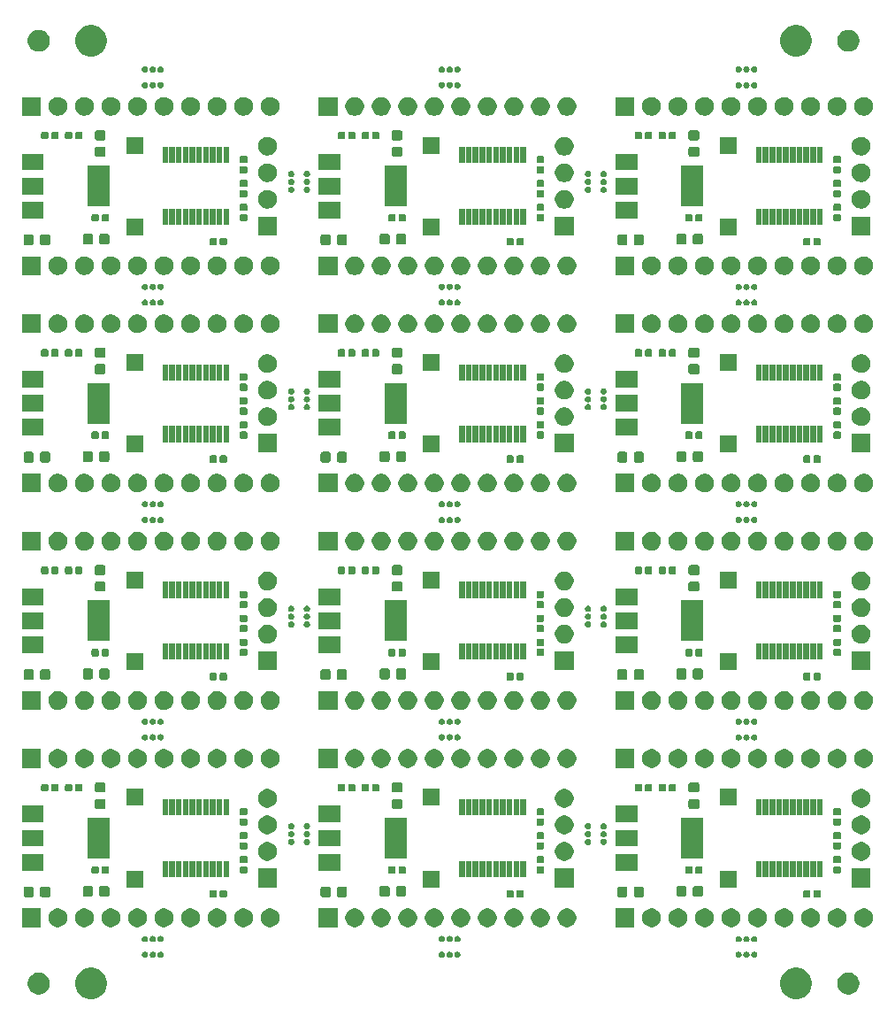
<source format=gbr>
G04 #@! TF.GenerationSoftware,KiCad,Pcbnew,(5.1.5)-2*
G04 #@! TF.CreationDate,2020-08-21T18:58:50+01:00*
G04 #@! TF.ProjectId,STM8S003F3_panel,53544d38-5330-4303-9346-335f70616e65,rev?*
G04 #@! TF.SameCoordinates,Original*
G04 #@! TF.FileFunction,Soldermask,Top*
G04 #@! TF.FilePolarity,Negative*
%FSLAX46Y46*%
G04 Gerber Fmt 4.6, Leading zero omitted, Abs format (unit mm)*
G04 Created by KiCad (PCBNEW (5.1.5)-2) date 2020-08-21 18:58:50*
%MOMM*%
%LPD*%
G04 APERTURE LIST*
%ADD10C,0.100000*%
G04 APERTURE END LIST*
D10*
G36*
X187951134Y-136309744D02*
G01*
X188224117Y-136422817D01*
X188469794Y-136586974D01*
X188678726Y-136795906D01*
X188842883Y-137041583D01*
X188955956Y-137314566D01*
X189013600Y-137604363D01*
X189013600Y-137899837D01*
X188955956Y-138189634D01*
X188842883Y-138462617D01*
X188678726Y-138708294D01*
X188469794Y-138917226D01*
X188224117Y-139081383D01*
X187951134Y-139194456D01*
X187661337Y-139252100D01*
X187365863Y-139252100D01*
X187076066Y-139194456D01*
X186803083Y-139081383D01*
X186557406Y-138917226D01*
X186348474Y-138708294D01*
X186184317Y-138462617D01*
X186071244Y-138189634D01*
X186013600Y-137899837D01*
X186013600Y-137604363D01*
X186071244Y-137314566D01*
X186184317Y-137041583D01*
X186348474Y-136795906D01*
X186557406Y-136586974D01*
X186803083Y-136422817D01*
X187076066Y-136309744D01*
X187365863Y-136252100D01*
X187661337Y-136252100D01*
X187951134Y-136309744D01*
G37*
G36*
X120451134Y-136309744D02*
G01*
X120724117Y-136422817D01*
X120969794Y-136586974D01*
X121178726Y-136795906D01*
X121342883Y-137041583D01*
X121455956Y-137314566D01*
X121513600Y-137604363D01*
X121513600Y-137899837D01*
X121455956Y-138189634D01*
X121342883Y-138462617D01*
X121178726Y-138708294D01*
X120969794Y-138917226D01*
X120724117Y-139081383D01*
X120451134Y-139194456D01*
X120161337Y-139252100D01*
X119865863Y-139252100D01*
X119576066Y-139194456D01*
X119303083Y-139081383D01*
X119057406Y-138917226D01*
X118848474Y-138708294D01*
X118684317Y-138462617D01*
X118571244Y-138189634D01*
X118513600Y-137899837D01*
X118513600Y-137604363D01*
X118571244Y-137314566D01*
X118684317Y-137041583D01*
X118848474Y-136795906D01*
X119057406Y-136586974D01*
X119303083Y-136422817D01*
X119576066Y-136309744D01*
X119865863Y-136252100D01*
X120161337Y-136252100D01*
X120451134Y-136309744D01*
G37*
G36*
X115319874Y-136742450D02*
G01*
X115510962Y-136821602D01*
X115682936Y-136936511D01*
X115829189Y-137082764D01*
X115944098Y-137254738D01*
X116023250Y-137445826D01*
X116063600Y-137648684D01*
X116063600Y-137855516D01*
X116023250Y-138058374D01*
X115944098Y-138249462D01*
X115829189Y-138421436D01*
X115682936Y-138567689D01*
X115510962Y-138682598D01*
X115319874Y-138761750D01*
X115117016Y-138802100D01*
X114910184Y-138802100D01*
X114707326Y-138761750D01*
X114516238Y-138682598D01*
X114344264Y-138567689D01*
X114198011Y-138421436D01*
X114083102Y-138249462D01*
X114003950Y-138058374D01*
X113963600Y-137855516D01*
X113963600Y-137648684D01*
X114003950Y-137445826D01*
X114083102Y-137254738D01*
X114198011Y-137082764D01*
X114344264Y-136936511D01*
X114516238Y-136821602D01*
X114707326Y-136742450D01*
X114910184Y-136702100D01*
X115117016Y-136702100D01*
X115319874Y-136742450D01*
G37*
G36*
X192819874Y-136742450D02*
G01*
X193010962Y-136821602D01*
X193182936Y-136936511D01*
X193329189Y-137082764D01*
X193444098Y-137254738D01*
X193523250Y-137445826D01*
X193563600Y-137648684D01*
X193563600Y-137855516D01*
X193523250Y-138058374D01*
X193444098Y-138249462D01*
X193329189Y-138421436D01*
X193182936Y-138567689D01*
X193010962Y-138682598D01*
X192819874Y-138761750D01*
X192617016Y-138802100D01*
X192410184Y-138802100D01*
X192207326Y-138761750D01*
X192016238Y-138682598D01*
X191844264Y-138567689D01*
X191698011Y-138421436D01*
X191583102Y-138249462D01*
X191503950Y-138058374D01*
X191463600Y-137855516D01*
X191463600Y-137648684D01*
X191503950Y-137445826D01*
X191583102Y-137254738D01*
X191698011Y-137082764D01*
X191844264Y-136936511D01*
X192016238Y-136821602D01*
X192207326Y-136742450D01*
X192410184Y-136702100D01*
X192617016Y-136702100D01*
X192819874Y-136742450D01*
G37*
G36*
X153683107Y-134713628D02*
G01*
X153737703Y-134736243D01*
X153786839Y-134769074D01*
X153828626Y-134810861D01*
X153861457Y-134859997D01*
X153884072Y-134914593D01*
X153895600Y-134972553D01*
X153895600Y-135031647D01*
X153884072Y-135089607D01*
X153861457Y-135144203D01*
X153828626Y-135193339D01*
X153786839Y-135235126D01*
X153737703Y-135267957D01*
X153683107Y-135290572D01*
X153625147Y-135302100D01*
X153566053Y-135302100D01*
X153508093Y-135290572D01*
X153453497Y-135267957D01*
X153404361Y-135235126D01*
X153362574Y-135193339D01*
X153329743Y-135144203D01*
X153307128Y-135089607D01*
X153295600Y-135031647D01*
X153295600Y-134972553D01*
X153307128Y-134914593D01*
X153329743Y-134859997D01*
X153362574Y-134810861D01*
X153404361Y-134769074D01*
X153453497Y-134736243D01*
X153508093Y-134713628D01*
X153566053Y-134702100D01*
X153625147Y-134702100D01*
X153683107Y-134713628D01*
G37*
G36*
X126767107Y-134713628D02*
G01*
X126821703Y-134736243D01*
X126870839Y-134769074D01*
X126912626Y-134810861D01*
X126945457Y-134859997D01*
X126968072Y-134914593D01*
X126979600Y-134972553D01*
X126979600Y-135031647D01*
X126968072Y-135089607D01*
X126945457Y-135144203D01*
X126912626Y-135193339D01*
X126870839Y-135235126D01*
X126821703Y-135267957D01*
X126767107Y-135290572D01*
X126709147Y-135302100D01*
X126650053Y-135302100D01*
X126592093Y-135290572D01*
X126537497Y-135267957D01*
X126488361Y-135235126D01*
X126446574Y-135193339D01*
X126413743Y-135144203D01*
X126391128Y-135089607D01*
X126379600Y-135031647D01*
X126379600Y-134972553D01*
X126391128Y-134914593D01*
X126413743Y-134859997D01*
X126446574Y-134810861D01*
X126488361Y-134769074D01*
X126537497Y-134736243D01*
X126592093Y-134713628D01*
X126650053Y-134702100D01*
X126709147Y-134702100D01*
X126767107Y-134713628D01*
G37*
G36*
X125267107Y-134713628D02*
G01*
X125321703Y-134736243D01*
X125370839Y-134769074D01*
X125412626Y-134810861D01*
X125445457Y-134859997D01*
X125468072Y-134914593D01*
X125479600Y-134972553D01*
X125479600Y-135031647D01*
X125468072Y-135089607D01*
X125445457Y-135144203D01*
X125412626Y-135193339D01*
X125370839Y-135235126D01*
X125321703Y-135267957D01*
X125267107Y-135290572D01*
X125209147Y-135302100D01*
X125150053Y-135302100D01*
X125092093Y-135290572D01*
X125037497Y-135267957D01*
X124988361Y-135235126D01*
X124946574Y-135193339D01*
X124913743Y-135144203D01*
X124891128Y-135089607D01*
X124879600Y-135031647D01*
X124879600Y-134972553D01*
X124891128Y-134914593D01*
X124913743Y-134859997D01*
X124946574Y-134810861D01*
X124988361Y-134769074D01*
X125037497Y-134736243D01*
X125092093Y-134713628D01*
X125150053Y-134702100D01*
X125209147Y-134702100D01*
X125267107Y-134713628D01*
G37*
G36*
X126017107Y-134713628D02*
G01*
X126071703Y-134736243D01*
X126120839Y-134769074D01*
X126162626Y-134810861D01*
X126195457Y-134859997D01*
X126218072Y-134914593D01*
X126229600Y-134972553D01*
X126229600Y-135031647D01*
X126218072Y-135089607D01*
X126195457Y-135144203D01*
X126162626Y-135193339D01*
X126120839Y-135235126D01*
X126071703Y-135267957D01*
X126017107Y-135290572D01*
X125959147Y-135302100D01*
X125900053Y-135302100D01*
X125842093Y-135290572D01*
X125787497Y-135267957D01*
X125738361Y-135235126D01*
X125696574Y-135193339D01*
X125663743Y-135144203D01*
X125641128Y-135089607D01*
X125629600Y-135031647D01*
X125629600Y-134972553D01*
X125641128Y-134914593D01*
X125663743Y-134859997D01*
X125696574Y-134810861D01*
X125738361Y-134769074D01*
X125787497Y-134736243D01*
X125842093Y-134713628D01*
X125900053Y-134702100D01*
X125959147Y-134702100D01*
X126017107Y-134713628D01*
G37*
G36*
X155183107Y-134713628D02*
G01*
X155237703Y-134736243D01*
X155286839Y-134769074D01*
X155328626Y-134810861D01*
X155361457Y-134859997D01*
X155384072Y-134914593D01*
X155395600Y-134972553D01*
X155395600Y-135031647D01*
X155384072Y-135089607D01*
X155361457Y-135144203D01*
X155328626Y-135193339D01*
X155286839Y-135235126D01*
X155237703Y-135267957D01*
X155183107Y-135290572D01*
X155125147Y-135302100D01*
X155066053Y-135302100D01*
X155008093Y-135290572D01*
X154953497Y-135267957D01*
X154904361Y-135235126D01*
X154862574Y-135193339D01*
X154829743Y-135144203D01*
X154807128Y-135089607D01*
X154795600Y-135031647D01*
X154795600Y-134972553D01*
X154807128Y-134914593D01*
X154829743Y-134859997D01*
X154862574Y-134810861D01*
X154904361Y-134769074D01*
X154953497Y-134736243D01*
X155008093Y-134713628D01*
X155066053Y-134702100D01*
X155125147Y-134702100D01*
X155183107Y-134713628D01*
G37*
G36*
X154433107Y-134713628D02*
G01*
X154487703Y-134736243D01*
X154536839Y-134769074D01*
X154578626Y-134810861D01*
X154611457Y-134859997D01*
X154634072Y-134914593D01*
X154645600Y-134972553D01*
X154645600Y-135031647D01*
X154634072Y-135089607D01*
X154611457Y-135144203D01*
X154578626Y-135193339D01*
X154536839Y-135235126D01*
X154487703Y-135267957D01*
X154433107Y-135290572D01*
X154375147Y-135302100D01*
X154316053Y-135302100D01*
X154258093Y-135290572D01*
X154203497Y-135267957D01*
X154154361Y-135235126D01*
X154112574Y-135193339D01*
X154079743Y-135144203D01*
X154057128Y-135089607D01*
X154045600Y-135031647D01*
X154045600Y-134972553D01*
X154057128Y-134914593D01*
X154079743Y-134859997D01*
X154112574Y-134810861D01*
X154154361Y-134769074D01*
X154203497Y-134736243D01*
X154258093Y-134713628D01*
X154316053Y-134702100D01*
X154375147Y-134702100D01*
X154433107Y-134713628D01*
G37*
G36*
X182099107Y-134713628D02*
G01*
X182153703Y-134736243D01*
X182202839Y-134769074D01*
X182244626Y-134810861D01*
X182277457Y-134859997D01*
X182300072Y-134914593D01*
X182311600Y-134972553D01*
X182311600Y-135031647D01*
X182300072Y-135089607D01*
X182277457Y-135144203D01*
X182244626Y-135193339D01*
X182202839Y-135235126D01*
X182153703Y-135267957D01*
X182099107Y-135290572D01*
X182041147Y-135302100D01*
X181982053Y-135302100D01*
X181924093Y-135290572D01*
X181869497Y-135267957D01*
X181820361Y-135235126D01*
X181778574Y-135193339D01*
X181745743Y-135144203D01*
X181723128Y-135089607D01*
X181711600Y-135031647D01*
X181711600Y-134972553D01*
X181723128Y-134914593D01*
X181745743Y-134859997D01*
X181778574Y-134810861D01*
X181820361Y-134769074D01*
X181869497Y-134736243D01*
X181924093Y-134713628D01*
X181982053Y-134702100D01*
X182041147Y-134702100D01*
X182099107Y-134713628D01*
G37*
G36*
X182849107Y-134713628D02*
G01*
X182903703Y-134736243D01*
X182952839Y-134769074D01*
X182994626Y-134810861D01*
X183027457Y-134859997D01*
X183050072Y-134914593D01*
X183061600Y-134972553D01*
X183061600Y-135031647D01*
X183050072Y-135089607D01*
X183027457Y-135144203D01*
X182994626Y-135193339D01*
X182952839Y-135235126D01*
X182903703Y-135267957D01*
X182849107Y-135290572D01*
X182791147Y-135302100D01*
X182732053Y-135302100D01*
X182674093Y-135290572D01*
X182619497Y-135267957D01*
X182570361Y-135235126D01*
X182528574Y-135193339D01*
X182495743Y-135144203D01*
X182473128Y-135089607D01*
X182461600Y-135031647D01*
X182461600Y-134972553D01*
X182473128Y-134914593D01*
X182495743Y-134859997D01*
X182528574Y-134810861D01*
X182570361Y-134769074D01*
X182619497Y-134736243D01*
X182674093Y-134713628D01*
X182732053Y-134702100D01*
X182791147Y-134702100D01*
X182849107Y-134713628D01*
G37*
G36*
X183599107Y-134713628D02*
G01*
X183653703Y-134736243D01*
X183702839Y-134769074D01*
X183744626Y-134810861D01*
X183777457Y-134859997D01*
X183800072Y-134914593D01*
X183811600Y-134972553D01*
X183811600Y-135031647D01*
X183800072Y-135089607D01*
X183777457Y-135144203D01*
X183744626Y-135193339D01*
X183702839Y-135235126D01*
X183653703Y-135267957D01*
X183599107Y-135290572D01*
X183541147Y-135302100D01*
X183482053Y-135302100D01*
X183424093Y-135290572D01*
X183369497Y-135267957D01*
X183320361Y-135235126D01*
X183278574Y-135193339D01*
X183245743Y-135144203D01*
X183223128Y-135089607D01*
X183211600Y-135031647D01*
X183211600Y-134972553D01*
X183223128Y-134914593D01*
X183245743Y-134859997D01*
X183278574Y-134810861D01*
X183320361Y-134769074D01*
X183369497Y-134736243D01*
X183424093Y-134713628D01*
X183482053Y-134702100D01*
X183541147Y-134702100D01*
X183599107Y-134713628D01*
G37*
G36*
X155183107Y-133213628D02*
G01*
X155237703Y-133236243D01*
X155286839Y-133269074D01*
X155328626Y-133310861D01*
X155361457Y-133359997D01*
X155384072Y-133414593D01*
X155395600Y-133472553D01*
X155395600Y-133531647D01*
X155384072Y-133589607D01*
X155361457Y-133644203D01*
X155328626Y-133693339D01*
X155286839Y-133735126D01*
X155237703Y-133767957D01*
X155183107Y-133790572D01*
X155125147Y-133802100D01*
X155066053Y-133802100D01*
X155008093Y-133790572D01*
X154953497Y-133767957D01*
X154904361Y-133735126D01*
X154862574Y-133693339D01*
X154829743Y-133644203D01*
X154807128Y-133589607D01*
X154795600Y-133531647D01*
X154795600Y-133472553D01*
X154807128Y-133414593D01*
X154829743Y-133359997D01*
X154862574Y-133310861D01*
X154904361Y-133269074D01*
X154953497Y-133236243D01*
X155008093Y-133213628D01*
X155066053Y-133202100D01*
X155125147Y-133202100D01*
X155183107Y-133213628D01*
G37*
G36*
X125267107Y-133213628D02*
G01*
X125321703Y-133236243D01*
X125370839Y-133269074D01*
X125412626Y-133310861D01*
X125445457Y-133359997D01*
X125468072Y-133414593D01*
X125479600Y-133472553D01*
X125479600Y-133531647D01*
X125468072Y-133589607D01*
X125445457Y-133644203D01*
X125412626Y-133693339D01*
X125370839Y-133735126D01*
X125321703Y-133767957D01*
X125267107Y-133790572D01*
X125209147Y-133802100D01*
X125150053Y-133802100D01*
X125092093Y-133790572D01*
X125037497Y-133767957D01*
X124988361Y-133735126D01*
X124946574Y-133693339D01*
X124913743Y-133644203D01*
X124891128Y-133589607D01*
X124879600Y-133531647D01*
X124879600Y-133472553D01*
X124891128Y-133414593D01*
X124913743Y-133359997D01*
X124946574Y-133310861D01*
X124988361Y-133269074D01*
X125037497Y-133236243D01*
X125092093Y-133213628D01*
X125150053Y-133202100D01*
X125209147Y-133202100D01*
X125267107Y-133213628D01*
G37*
G36*
X126017107Y-133213628D02*
G01*
X126071703Y-133236243D01*
X126120839Y-133269074D01*
X126162626Y-133310861D01*
X126195457Y-133359997D01*
X126218072Y-133414593D01*
X126229600Y-133472553D01*
X126229600Y-133531647D01*
X126218072Y-133589607D01*
X126195457Y-133644203D01*
X126162626Y-133693339D01*
X126120839Y-133735126D01*
X126071703Y-133767957D01*
X126017107Y-133790572D01*
X125959147Y-133802100D01*
X125900053Y-133802100D01*
X125842093Y-133790572D01*
X125787497Y-133767957D01*
X125738361Y-133735126D01*
X125696574Y-133693339D01*
X125663743Y-133644203D01*
X125641128Y-133589607D01*
X125629600Y-133531647D01*
X125629600Y-133472553D01*
X125641128Y-133414593D01*
X125663743Y-133359997D01*
X125696574Y-133310861D01*
X125738361Y-133269074D01*
X125787497Y-133236243D01*
X125842093Y-133213628D01*
X125900053Y-133202100D01*
X125959147Y-133202100D01*
X126017107Y-133213628D01*
G37*
G36*
X126767107Y-133213628D02*
G01*
X126821703Y-133236243D01*
X126870839Y-133269074D01*
X126912626Y-133310861D01*
X126945457Y-133359997D01*
X126968072Y-133414593D01*
X126979600Y-133472553D01*
X126979600Y-133531647D01*
X126968072Y-133589607D01*
X126945457Y-133644203D01*
X126912626Y-133693339D01*
X126870839Y-133735126D01*
X126821703Y-133767957D01*
X126767107Y-133790572D01*
X126709147Y-133802100D01*
X126650053Y-133802100D01*
X126592093Y-133790572D01*
X126537497Y-133767957D01*
X126488361Y-133735126D01*
X126446574Y-133693339D01*
X126413743Y-133644203D01*
X126391128Y-133589607D01*
X126379600Y-133531647D01*
X126379600Y-133472553D01*
X126391128Y-133414593D01*
X126413743Y-133359997D01*
X126446574Y-133310861D01*
X126488361Y-133269074D01*
X126537497Y-133236243D01*
X126592093Y-133213628D01*
X126650053Y-133202100D01*
X126709147Y-133202100D01*
X126767107Y-133213628D01*
G37*
G36*
X182099107Y-133213628D02*
G01*
X182153703Y-133236243D01*
X182202839Y-133269074D01*
X182244626Y-133310861D01*
X182277457Y-133359997D01*
X182300072Y-133414593D01*
X182311600Y-133472553D01*
X182311600Y-133531647D01*
X182300072Y-133589607D01*
X182277457Y-133644203D01*
X182244626Y-133693339D01*
X182202839Y-133735126D01*
X182153703Y-133767957D01*
X182099107Y-133790572D01*
X182041147Y-133802100D01*
X181982053Y-133802100D01*
X181924093Y-133790572D01*
X181869497Y-133767957D01*
X181820361Y-133735126D01*
X181778574Y-133693339D01*
X181745743Y-133644203D01*
X181723128Y-133589607D01*
X181711600Y-133531647D01*
X181711600Y-133472553D01*
X181723128Y-133414593D01*
X181745743Y-133359997D01*
X181778574Y-133310861D01*
X181820361Y-133269074D01*
X181869497Y-133236243D01*
X181924093Y-133213628D01*
X181982053Y-133202100D01*
X182041147Y-133202100D01*
X182099107Y-133213628D01*
G37*
G36*
X183599107Y-133213628D02*
G01*
X183653703Y-133236243D01*
X183702839Y-133269074D01*
X183744626Y-133310861D01*
X183777457Y-133359997D01*
X183800072Y-133414593D01*
X183811600Y-133472553D01*
X183811600Y-133531647D01*
X183800072Y-133589607D01*
X183777457Y-133644203D01*
X183744626Y-133693339D01*
X183702839Y-133735126D01*
X183653703Y-133767957D01*
X183599107Y-133790572D01*
X183541147Y-133802100D01*
X183482053Y-133802100D01*
X183424093Y-133790572D01*
X183369497Y-133767957D01*
X183320361Y-133735126D01*
X183278574Y-133693339D01*
X183245743Y-133644203D01*
X183223128Y-133589607D01*
X183211600Y-133531647D01*
X183211600Y-133472553D01*
X183223128Y-133414593D01*
X183245743Y-133359997D01*
X183278574Y-133310861D01*
X183320361Y-133269074D01*
X183369497Y-133236243D01*
X183424093Y-133213628D01*
X183482053Y-133202100D01*
X183541147Y-133202100D01*
X183599107Y-133213628D01*
G37*
G36*
X182849107Y-133213628D02*
G01*
X182903703Y-133236243D01*
X182952839Y-133269074D01*
X182994626Y-133310861D01*
X183027457Y-133359997D01*
X183050072Y-133414593D01*
X183061600Y-133472553D01*
X183061600Y-133531647D01*
X183050072Y-133589607D01*
X183027457Y-133644203D01*
X182994626Y-133693339D01*
X182952839Y-133735126D01*
X182903703Y-133767957D01*
X182849107Y-133790572D01*
X182791147Y-133802100D01*
X182732053Y-133802100D01*
X182674093Y-133790572D01*
X182619497Y-133767957D01*
X182570361Y-133735126D01*
X182528574Y-133693339D01*
X182495743Y-133644203D01*
X182473128Y-133589607D01*
X182461600Y-133531647D01*
X182461600Y-133472553D01*
X182473128Y-133414593D01*
X182495743Y-133359997D01*
X182528574Y-133310861D01*
X182570361Y-133269074D01*
X182619497Y-133236243D01*
X182674093Y-133213628D01*
X182732053Y-133202100D01*
X182791147Y-133202100D01*
X182849107Y-133213628D01*
G37*
G36*
X153683107Y-133213628D02*
G01*
X153737703Y-133236243D01*
X153786839Y-133269074D01*
X153828626Y-133310861D01*
X153861457Y-133359997D01*
X153884072Y-133414593D01*
X153895600Y-133472553D01*
X153895600Y-133531647D01*
X153884072Y-133589607D01*
X153861457Y-133644203D01*
X153828626Y-133693339D01*
X153786839Y-133735126D01*
X153737703Y-133767957D01*
X153683107Y-133790572D01*
X153625147Y-133802100D01*
X153566053Y-133802100D01*
X153508093Y-133790572D01*
X153453497Y-133767957D01*
X153404361Y-133735126D01*
X153362574Y-133693339D01*
X153329743Y-133644203D01*
X153307128Y-133589607D01*
X153295600Y-133531647D01*
X153295600Y-133472553D01*
X153307128Y-133414593D01*
X153329743Y-133359997D01*
X153362574Y-133310861D01*
X153404361Y-133269074D01*
X153453497Y-133236243D01*
X153508093Y-133213628D01*
X153566053Y-133202100D01*
X153625147Y-133202100D01*
X153683107Y-133213628D01*
G37*
G36*
X154433107Y-133213628D02*
G01*
X154487703Y-133236243D01*
X154536839Y-133269074D01*
X154578626Y-133310861D01*
X154611457Y-133359997D01*
X154634072Y-133414593D01*
X154645600Y-133472553D01*
X154645600Y-133531647D01*
X154634072Y-133589607D01*
X154611457Y-133644203D01*
X154578626Y-133693339D01*
X154536839Y-133735126D01*
X154487703Y-133767957D01*
X154433107Y-133790572D01*
X154375147Y-133802100D01*
X154316053Y-133802100D01*
X154258093Y-133790572D01*
X154203497Y-133767957D01*
X154154361Y-133735126D01*
X154112574Y-133693339D01*
X154079743Y-133644203D01*
X154057128Y-133589607D01*
X154045600Y-133531647D01*
X154045600Y-133472553D01*
X154057128Y-133414593D01*
X154079743Y-133359997D01*
X154112574Y-133310861D01*
X154154361Y-133269074D01*
X154203497Y-133236243D01*
X154258093Y-133213628D01*
X154316053Y-133202100D01*
X154375147Y-133202100D01*
X154433107Y-133213628D01*
G37*
G36*
X134882520Y-130610586D02*
G01*
X135046310Y-130678430D01*
X135193717Y-130776924D01*
X135319076Y-130902283D01*
X135417570Y-131049690D01*
X135485414Y-131213480D01*
X135520000Y-131387358D01*
X135520000Y-131564642D01*
X135485414Y-131738520D01*
X135417570Y-131902310D01*
X135319076Y-132049717D01*
X135193717Y-132175076D01*
X135046310Y-132273570D01*
X134882520Y-132341414D01*
X134708642Y-132376000D01*
X134531358Y-132376000D01*
X134357480Y-132341414D01*
X134193690Y-132273570D01*
X134046283Y-132175076D01*
X133920924Y-132049717D01*
X133822430Y-131902310D01*
X133754586Y-131738520D01*
X133720000Y-131564642D01*
X133720000Y-131387358D01*
X133754586Y-131213480D01*
X133822430Y-131049690D01*
X133920924Y-130902283D01*
X134046283Y-130776924D01*
X134193690Y-130678430D01*
X134357480Y-130610586D01*
X134531358Y-130576000D01*
X134708642Y-130576000D01*
X134882520Y-130610586D01*
G37*
G36*
X165838520Y-130610586D02*
G01*
X166002310Y-130678430D01*
X166149717Y-130776924D01*
X166275076Y-130902283D01*
X166373570Y-131049690D01*
X166441414Y-131213480D01*
X166476000Y-131387358D01*
X166476000Y-131564642D01*
X166441414Y-131738520D01*
X166373570Y-131902310D01*
X166275076Y-132049717D01*
X166149717Y-132175076D01*
X166002310Y-132273570D01*
X165838520Y-132341414D01*
X165664642Y-132376000D01*
X165487358Y-132376000D01*
X165313480Y-132341414D01*
X165149690Y-132273570D01*
X165002283Y-132175076D01*
X164876924Y-132049717D01*
X164778430Y-131902310D01*
X164710586Y-131738520D01*
X164676000Y-131564642D01*
X164676000Y-131387358D01*
X164710586Y-131213480D01*
X164778430Y-131049690D01*
X164876924Y-130902283D01*
X165002283Y-130776924D01*
X165149690Y-130678430D01*
X165313480Y-130610586D01*
X165487358Y-130576000D01*
X165664642Y-130576000D01*
X165838520Y-130610586D01*
G37*
G36*
X163298520Y-130610586D02*
G01*
X163462310Y-130678430D01*
X163609717Y-130776924D01*
X163735076Y-130902283D01*
X163833570Y-131049690D01*
X163901414Y-131213480D01*
X163936000Y-131387358D01*
X163936000Y-131564642D01*
X163901414Y-131738520D01*
X163833570Y-131902310D01*
X163735076Y-132049717D01*
X163609717Y-132175076D01*
X163462310Y-132273570D01*
X163298520Y-132341414D01*
X163124642Y-132376000D01*
X162947358Y-132376000D01*
X162773480Y-132341414D01*
X162609690Y-132273570D01*
X162462283Y-132175076D01*
X162336924Y-132049717D01*
X162238430Y-131902310D01*
X162170586Y-131738520D01*
X162136000Y-131564642D01*
X162136000Y-131387358D01*
X162170586Y-131213480D01*
X162238430Y-131049690D01*
X162336924Y-130902283D01*
X162462283Y-130776924D01*
X162609690Y-130678430D01*
X162773480Y-130610586D01*
X162947358Y-130576000D01*
X163124642Y-130576000D01*
X163298520Y-130610586D01*
G37*
G36*
X160758520Y-130610586D02*
G01*
X160922310Y-130678430D01*
X161069717Y-130776924D01*
X161195076Y-130902283D01*
X161293570Y-131049690D01*
X161361414Y-131213480D01*
X161396000Y-131387358D01*
X161396000Y-131564642D01*
X161361414Y-131738520D01*
X161293570Y-131902310D01*
X161195076Y-132049717D01*
X161069717Y-132175076D01*
X160922310Y-132273570D01*
X160758520Y-132341414D01*
X160584642Y-132376000D01*
X160407358Y-132376000D01*
X160233480Y-132341414D01*
X160069690Y-132273570D01*
X159922283Y-132175076D01*
X159796924Y-132049717D01*
X159698430Y-131902310D01*
X159630586Y-131738520D01*
X159596000Y-131564642D01*
X159596000Y-131387358D01*
X159630586Y-131213480D01*
X159698430Y-131049690D01*
X159796924Y-130902283D01*
X159922283Y-130776924D01*
X160069690Y-130678430D01*
X160233480Y-130610586D01*
X160407358Y-130576000D01*
X160584642Y-130576000D01*
X160758520Y-130610586D01*
G37*
G36*
X158218520Y-130610586D02*
G01*
X158382310Y-130678430D01*
X158529717Y-130776924D01*
X158655076Y-130902283D01*
X158753570Y-131049690D01*
X158821414Y-131213480D01*
X158856000Y-131387358D01*
X158856000Y-131564642D01*
X158821414Y-131738520D01*
X158753570Y-131902310D01*
X158655076Y-132049717D01*
X158529717Y-132175076D01*
X158382310Y-132273570D01*
X158218520Y-132341414D01*
X158044642Y-132376000D01*
X157867358Y-132376000D01*
X157693480Y-132341414D01*
X157529690Y-132273570D01*
X157382283Y-132175076D01*
X157256924Y-132049717D01*
X157158430Y-131902310D01*
X157090586Y-131738520D01*
X157056000Y-131564642D01*
X157056000Y-131387358D01*
X157090586Y-131213480D01*
X157158430Y-131049690D01*
X157256924Y-130902283D01*
X157382283Y-130776924D01*
X157529690Y-130678430D01*
X157693480Y-130610586D01*
X157867358Y-130576000D01*
X158044642Y-130576000D01*
X158218520Y-130610586D01*
G37*
G36*
X155678520Y-130610586D02*
G01*
X155842310Y-130678430D01*
X155989717Y-130776924D01*
X156115076Y-130902283D01*
X156213570Y-131049690D01*
X156281414Y-131213480D01*
X156316000Y-131387358D01*
X156316000Y-131564642D01*
X156281414Y-131738520D01*
X156213570Y-131902310D01*
X156115076Y-132049717D01*
X155989717Y-132175076D01*
X155842310Y-132273570D01*
X155678520Y-132341414D01*
X155504642Y-132376000D01*
X155327358Y-132376000D01*
X155153480Y-132341414D01*
X154989690Y-132273570D01*
X154842283Y-132175076D01*
X154716924Y-132049717D01*
X154618430Y-131902310D01*
X154550586Y-131738520D01*
X154516000Y-131564642D01*
X154516000Y-131387358D01*
X154550586Y-131213480D01*
X154618430Y-131049690D01*
X154716924Y-130902283D01*
X154842283Y-130776924D01*
X154989690Y-130678430D01*
X155153480Y-130610586D01*
X155327358Y-130576000D01*
X155504642Y-130576000D01*
X155678520Y-130610586D01*
G37*
G36*
X153138520Y-130610586D02*
G01*
X153302310Y-130678430D01*
X153449717Y-130776924D01*
X153575076Y-130902283D01*
X153673570Y-131049690D01*
X153741414Y-131213480D01*
X153776000Y-131387358D01*
X153776000Y-131564642D01*
X153741414Y-131738520D01*
X153673570Y-131902310D01*
X153575076Y-132049717D01*
X153449717Y-132175076D01*
X153302310Y-132273570D01*
X153138520Y-132341414D01*
X152964642Y-132376000D01*
X152787358Y-132376000D01*
X152613480Y-132341414D01*
X152449690Y-132273570D01*
X152302283Y-132175076D01*
X152176924Y-132049717D01*
X152078430Y-131902310D01*
X152010586Y-131738520D01*
X151976000Y-131564642D01*
X151976000Y-131387358D01*
X152010586Y-131213480D01*
X152078430Y-131049690D01*
X152176924Y-130902283D01*
X152302283Y-130776924D01*
X152449690Y-130678430D01*
X152613480Y-130610586D01*
X152787358Y-130576000D01*
X152964642Y-130576000D01*
X153138520Y-130610586D01*
G37*
G36*
X150598520Y-130610586D02*
G01*
X150762310Y-130678430D01*
X150909717Y-130776924D01*
X151035076Y-130902283D01*
X151133570Y-131049690D01*
X151201414Y-131213480D01*
X151236000Y-131387358D01*
X151236000Y-131564642D01*
X151201414Y-131738520D01*
X151133570Y-131902310D01*
X151035076Y-132049717D01*
X150909717Y-132175076D01*
X150762310Y-132273570D01*
X150598520Y-132341414D01*
X150424642Y-132376000D01*
X150247358Y-132376000D01*
X150073480Y-132341414D01*
X149909690Y-132273570D01*
X149762283Y-132175076D01*
X149636924Y-132049717D01*
X149538430Y-131902310D01*
X149470586Y-131738520D01*
X149436000Y-131564642D01*
X149436000Y-131387358D01*
X149470586Y-131213480D01*
X149538430Y-131049690D01*
X149636924Y-130902283D01*
X149762283Y-130776924D01*
X149909690Y-130678430D01*
X150073480Y-130610586D01*
X150247358Y-130576000D01*
X150424642Y-130576000D01*
X150598520Y-130610586D01*
G37*
G36*
X148058520Y-130610586D02*
G01*
X148222310Y-130678430D01*
X148369717Y-130776924D01*
X148495076Y-130902283D01*
X148593570Y-131049690D01*
X148661414Y-131213480D01*
X148696000Y-131387358D01*
X148696000Y-131564642D01*
X148661414Y-131738520D01*
X148593570Y-131902310D01*
X148495076Y-132049717D01*
X148369717Y-132175076D01*
X148222310Y-132273570D01*
X148058520Y-132341414D01*
X147884642Y-132376000D01*
X147707358Y-132376000D01*
X147533480Y-132341414D01*
X147369690Y-132273570D01*
X147222283Y-132175076D01*
X147096924Y-132049717D01*
X146998430Y-131902310D01*
X146930586Y-131738520D01*
X146896000Y-131564642D01*
X146896000Y-131387358D01*
X146930586Y-131213480D01*
X146998430Y-131049690D01*
X147096924Y-130902283D01*
X147222283Y-130776924D01*
X147369690Y-130678430D01*
X147533480Y-130610586D01*
X147707358Y-130576000D01*
X147884642Y-130576000D01*
X148058520Y-130610586D01*
G37*
G36*
X145518520Y-130610586D02*
G01*
X145682310Y-130678430D01*
X145829717Y-130776924D01*
X145955076Y-130902283D01*
X146053570Y-131049690D01*
X146121414Y-131213480D01*
X146156000Y-131387358D01*
X146156000Y-131564642D01*
X146121414Y-131738520D01*
X146053570Y-131902310D01*
X145955076Y-132049717D01*
X145829717Y-132175076D01*
X145682310Y-132273570D01*
X145518520Y-132341414D01*
X145344642Y-132376000D01*
X145167358Y-132376000D01*
X144993480Y-132341414D01*
X144829690Y-132273570D01*
X144682283Y-132175076D01*
X144556924Y-132049717D01*
X144458430Y-131902310D01*
X144390586Y-131738520D01*
X144356000Y-131564642D01*
X144356000Y-131387358D01*
X144390586Y-131213480D01*
X144458430Y-131049690D01*
X144556924Y-130902283D01*
X144682283Y-130776924D01*
X144829690Y-130678430D01*
X144993480Y-130610586D01*
X145167358Y-130576000D01*
X145344642Y-130576000D01*
X145518520Y-130610586D01*
G37*
G36*
X127262520Y-130610586D02*
G01*
X127426310Y-130678430D01*
X127573717Y-130776924D01*
X127699076Y-130902283D01*
X127797570Y-131049690D01*
X127865414Y-131213480D01*
X127900000Y-131387358D01*
X127900000Y-131564642D01*
X127865414Y-131738520D01*
X127797570Y-131902310D01*
X127699076Y-132049717D01*
X127573717Y-132175076D01*
X127426310Y-132273570D01*
X127262520Y-132341414D01*
X127088642Y-132376000D01*
X126911358Y-132376000D01*
X126737480Y-132341414D01*
X126573690Y-132273570D01*
X126426283Y-132175076D01*
X126300924Y-132049717D01*
X126202430Y-131902310D01*
X126134586Y-131738520D01*
X126100000Y-131564642D01*
X126100000Y-131387358D01*
X126134586Y-131213480D01*
X126202430Y-131049690D01*
X126300924Y-130902283D01*
X126426283Y-130776924D01*
X126573690Y-130678430D01*
X126737480Y-130610586D01*
X126911358Y-130576000D01*
X127088642Y-130576000D01*
X127262520Y-130610586D01*
G37*
G36*
X137422520Y-130610586D02*
G01*
X137586310Y-130678430D01*
X137733717Y-130776924D01*
X137859076Y-130902283D01*
X137957570Y-131049690D01*
X138025414Y-131213480D01*
X138060000Y-131387358D01*
X138060000Y-131564642D01*
X138025414Y-131738520D01*
X137957570Y-131902310D01*
X137859076Y-132049717D01*
X137733717Y-132175076D01*
X137586310Y-132273570D01*
X137422520Y-132341414D01*
X137248642Y-132376000D01*
X137071358Y-132376000D01*
X136897480Y-132341414D01*
X136733690Y-132273570D01*
X136586283Y-132175076D01*
X136460924Y-132049717D01*
X136362430Y-131902310D01*
X136294586Y-131738520D01*
X136260000Y-131564642D01*
X136260000Y-131387358D01*
X136294586Y-131213480D01*
X136362430Y-131049690D01*
X136460924Y-130902283D01*
X136586283Y-130776924D01*
X136733690Y-130678430D01*
X136897480Y-130610586D01*
X137071358Y-130576000D01*
X137248642Y-130576000D01*
X137422520Y-130610586D01*
G37*
G36*
X132342520Y-130610586D02*
G01*
X132506310Y-130678430D01*
X132653717Y-130776924D01*
X132779076Y-130902283D01*
X132877570Y-131049690D01*
X132945414Y-131213480D01*
X132980000Y-131387358D01*
X132980000Y-131564642D01*
X132945414Y-131738520D01*
X132877570Y-131902310D01*
X132779076Y-132049717D01*
X132653717Y-132175076D01*
X132506310Y-132273570D01*
X132342520Y-132341414D01*
X132168642Y-132376000D01*
X131991358Y-132376000D01*
X131817480Y-132341414D01*
X131653690Y-132273570D01*
X131506283Y-132175076D01*
X131380924Y-132049717D01*
X131282430Y-131902310D01*
X131214586Y-131738520D01*
X131180000Y-131564642D01*
X131180000Y-131387358D01*
X131214586Y-131213480D01*
X131282430Y-131049690D01*
X131380924Y-130902283D01*
X131506283Y-130776924D01*
X131653690Y-130678430D01*
X131817480Y-130610586D01*
X131991358Y-130576000D01*
X132168642Y-130576000D01*
X132342520Y-130610586D01*
G37*
G36*
X129802520Y-130610586D02*
G01*
X129966310Y-130678430D01*
X130113717Y-130776924D01*
X130239076Y-130902283D01*
X130337570Y-131049690D01*
X130405414Y-131213480D01*
X130440000Y-131387358D01*
X130440000Y-131564642D01*
X130405414Y-131738520D01*
X130337570Y-131902310D01*
X130239076Y-132049717D01*
X130113717Y-132175076D01*
X129966310Y-132273570D01*
X129802520Y-132341414D01*
X129628642Y-132376000D01*
X129451358Y-132376000D01*
X129277480Y-132341414D01*
X129113690Y-132273570D01*
X128966283Y-132175076D01*
X128840924Y-132049717D01*
X128742430Y-131902310D01*
X128674586Y-131738520D01*
X128640000Y-131564642D01*
X128640000Y-131387358D01*
X128674586Y-131213480D01*
X128742430Y-131049690D01*
X128840924Y-130902283D01*
X128966283Y-130776924D01*
X129113690Y-130678430D01*
X129277480Y-130610586D01*
X129451358Y-130576000D01*
X129628642Y-130576000D01*
X129802520Y-130610586D01*
G37*
G36*
X189174520Y-130610586D02*
G01*
X189338310Y-130678430D01*
X189485717Y-130776924D01*
X189611076Y-130902283D01*
X189709570Y-131049690D01*
X189777414Y-131213480D01*
X189812000Y-131387358D01*
X189812000Y-131564642D01*
X189777414Y-131738520D01*
X189709570Y-131902310D01*
X189611076Y-132049717D01*
X189485717Y-132175076D01*
X189338310Y-132273570D01*
X189174520Y-132341414D01*
X189000642Y-132376000D01*
X188823358Y-132376000D01*
X188649480Y-132341414D01*
X188485690Y-132273570D01*
X188338283Y-132175076D01*
X188212924Y-132049717D01*
X188114430Y-131902310D01*
X188046586Y-131738520D01*
X188012000Y-131564642D01*
X188012000Y-131387358D01*
X188046586Y-131213480D01*
X188114430Y-131049690D01*
X188212924Y-130902283D01*
X188338283Y-130776924D01*
X188485690Y-130678430D01*
X188649480Y-130610586D01*
X188823358Y-130576000D01*
X189000642Y-130576000D01*
X189174520Y-130610586D01*
G37*
G36*
X173934520Y-130610586D02*
G01*
X174098310Y-130678430D01*
X174245717Y-130776924D01*
X174371076Y-130902283D01*
X174469570Y-131049690D01*
X174537414Y-131213480D01*
X174572000Y-131387358D01*
X174572000Y-131564642D01*
X174537414Y-131738520D01*
X174469570Y-131902310D01*
X174371076Y-132049717D01*
X174245717Y-132175076D01*
X174098310Y-132273570D01*
X173934520Y-132341414D01*
X173760642Y-132376000D01*
X173583358Y-132376000D01*
X173409480Y-132341414D01*
X173245690Y-132273570D01*
X173098283Y-132175076D01*
X172972924Y-132049717D01*
X172874430Y-131902310D01*
X172806586Y-131738520D01*
X172772000Y-131564642D01*
X172772000Y-131387358D01*
X172806586Y-131213480D01*
X172874430Y-131049690D01*
X172972924Y-130902283D01*
X173098283Y-130776924D01*
X173245690Y-130678430D01*
X173409480Y-130610586D01*
X173583358Y-130576000D01*
X173760642Y-130576000D01*
X173934520Y-130610586D01*
G37*
G36*
X124722520Y-130610586D02*
G01*
X124886310Y-130678430D01*
X125033717Y-130776924D01*
X125159076Y-130902283D01*
X125257570Y-131049690D01*
X125325414Y-131213480D01*
X125360000Y-131387358D01*
X125360000Y-131564642D01*
X125325414Y-131738520D01*
X125257570Y-131902310D01*
X125159076Y-132049717D01*
X125033717Y-132175076D01*
X124886310Y-132273570D01*
X124722520Y-132341414D01*
X124548642Y-132376000D01*
X124371358Y-132376000D01*
X124197480Y-132341414D01*
X124033690Y-132273570D01*
X123886283Y-132175076D01*
X123760924Y-132049717D01*
X123662430Y-131902310D01*
X123594586Y-131738520D01*
X123560000Y-131564642D01*
X123560000Y-131387358D01*
X123594586Y-131213480D01*
X123662430Y-131049690D01*
X123760924Y-130902283D01*
X123886283Y-130776924D01*
X124033690Y-130678430D01*
X124197480Y-130610586D01*
X124371358Y-130576000D01*
X124548642Y-130576000D01*
X124722520Y-130610586D01*
G37*
G36*
X143616000Y-132376000D02*
G01*
X141816000Y-132376000D01*
X141816000Y-130576000D01*
X143616000Y-130576000D01*
X143616000Y-132376000D01*
G37*
G36*
X122182520Y-130610586D02*
G01*
X122346310Y-130678430D01*
X122493717Y-130776924D01*
X122619076Y-130902283D01*
X122717570Y-131049690D01*
X122785414Y-131213480D01*
X122820000Y-131387358D01*
X122820000Y-131564642D01*
X122785414Y-131738520D01*
X122717570Y-131902310D01*
X122619076Y-132049717D01*
X122493717Y-132175076D01*
X122346310Y-132273570D01*
X122182520Y-132341414D01*
X122008642Y-132376000D01*
X121831358Y-132376000D01*
X121657480Y-132341414D01*
X121493690Y-132273570D01*
X121346283Y-132175076D01*
X121220924Y-132049717D01*
X121122430Y-131902310D01*
X121054586Y-131738520D01*
X121020000Y-131564642D01*
X121020000Y-131387358D01*
X121054586Y-131213480D01*
X121122430Y-131049690D01*
X121220924Y-130902283D01*
X121346283Y-130776924D01*
X121493690Y-130678430D01*
X121657480Y-130610586D01*
X121831358Y-130576000D01*
X122008642Y-130576000D01*
X122182520Y-130610586D01*
G37*
G36*
X119642520Y-130610586D02*
G01*
X119806310Y-130678430D01*
X119953717Y-130776924D01*
X120079076Y-130902283D01*
X120177570Y-131049690D01*
X120245414Y-131213480D01*
X120280000Y-131387358D01*
X120280000Y-131564642D01*
X120245414Y-131738520D01*
X120177570Y-131902310D01*
X120079076Y-132049717D01*
X119953717Y-132175076D01*
X119806310Y-132273570D01*
X119642520Y-132341414D01*
X119468642Y-132376000D01*
X119291358Y-132376000D01*
X119117480Y-132341414D01*
X118953690Y-132273570D01*
X118806283Y-132175076D01*
X118680924Y-132049717D01*
X118582430Y-131902310D01*
X118514586Y-131738520D01*
X118480000Y-131564642D01*
X118480000Y-131387358D01*
X118514586Y-131213480D01*
X118582430Y-131049690D01*
X118680924Y-130902283D01*
X118806283Y-130776924D01*
X118953690Y-130678430D01*
X119117480Y-130610586D01*
X119291358Y-130576000D01*
X119468642Y-130576000D01*
X119642520Y-130610586D01*
G37*
G36*
X117102520Y-130610586D02*
G01*
X117266310Y-130678430D01*
X117413717Y-130776924D01*
X117539076Y-130902283D01*
X117637570Y-131049690D01*
X117705414Y-131213480D01*
X117740000Y-131387358D01*
X117740000Y-131564642D01*
X117705414Y-131738520D01*
X117637570Y-131902310D01*
X117539076Y-132049717D01*
X117413717Y-132175076D01*
X117266310Y-132273570D01*
X117102520Y-132341414D01*
X116928642Y-132376000D01*
X116751358Y-132376000D01*
X116577480Y-132341414D01*
X116413690Y-132273570D01*
X116266283Y-132175076D01*
X116140924Y-132049717D01*
X116042430Y-131902310D01*
X115974586Y-131738520D01*
X115940000Y-131564642D01*
X115940000Y-131387358D01*
X115974586Y-131213480D01*
X116042430Y-131049690D01*
X116140924Y-130902283D01*
X116266283Y-130776924D01*
X116413690Y-130678430D01*
X116577480Y-130610586D01*
X116751358Y-130576000D01*
X116928642Y-130576000D01*
X117102520Y-130610586D01*
G37*
G36*
X115200000Y-132376000D02*
G01*
X113400000Y-132376000D01*
X113400000Y-130576000D01*
X115200000Y-130576000D01*
X115200000Y-132376000D01*
G37*
G36*
X194254520Y-130610586D02*
G01*
X194418310Y-130678430D01*
X194565717Y-130776924D01*
X194691076Y-130902283D01*
X194789570Y-131049690D01*
X194857414Y-131213480D01*
X194892000Y-131387358D01*
X194892000Y-131564642D01*
X194857414Y-131738520D01*
X194789570Y-131902310D01*
X194691076Y-132049717D01*
X194565717Y-132175076D01*
X194418310Y-132273570D01*
X194254520Y-132341414D01*
X194080642Y-132376000D01*
X193903358Y-132376000D01*
X193729480Y-132341414D01*
X193565690Y-132273570D01*
X193418283Y-132175076D01*
X193292924Y-132049717D01*
X193194430Y-131902310D01*
X193126586Y-131738520D01*
X193092000Y-131564642D01*
X193092000Y-131387358D01*
X193126586Y-131213480D01*
X193194430Y-131049690D01*
X193292924Y-130902283D01*
X193418283Y-130776924D01*
X193565690Y-130678430D01*
X193729480Y-130610586D01*
X193903358Y-130576000D01*
X194080642Y-130576000D01*
X194254520Y-130610586D01*
G37*
G36*
X191714520Y-130610586D02*
G01*
X191878310Y-130678430D01*
X192025717Y-130776924D01*
X192151076Y-130902283D01*
X192249570Y-131049690D01*
X192317414Y-131213480D01*
X192352000Y-131387358D01*
X192352000Y-131564642D01*
X192317414Y-131738520D01*
X192249570Y-131902310D01*
X192151076Y-132049717D01*
X192025717Y-132175076D01*
X191878310Y-132273570D01*
X191714520Y-132341414D01*
X191540642Y-132376000D01*
X191363358Y-132376000D01*
X191189480Y-132341414D01*
X191025690Y-132273570D01*
X190878283Y-132175076D01*
X190752924Y-132049717D01*
X190654430Y-131902310D01*
X190586586Y-131738520D01*
X190552000Y-131564642D01*
X190552000Y-131387358D01*
X190586586Y-131213480D01*
X190654430Y-131049690D01*
X190752924Y-130902283D01*
X190878283Y-130776924D01*
X191025690Y-130678430D01*
X191189480Y-130610586D01*
X191363358Y-130576000D01*
X191540642Y-130576000D01*
X191714520Y-130610586D01*
G37*
G36*
X186634520Y-130610586D02*
G01*
X186798310Y-130678430D01*
X186945717Y-130776924D01*
X187071076Y-130902283D01*
X187169570Y-131049690D01*
X187237414Y-131213480D01*
X187272000Y-131387358D01*
X187272000Y-131564642D01*
X187237414Y-131738520D01*
X187169570Y-131902310D01*
X187071076Y-132049717D01*
X186945717Y-132175076D01*
X186798310Y-132273570D01*
X186634520Y-132341414D01*
X186460642Y-132376000D01*
X186283358Y-132376000D01*
X186109480Y-132341414D01*
X185945690Y-132273570D01*
X185798283Y-132175076D01*
X185672924Y-132049717D01*
X185574430Y-131902310D01*
X185506586Y-131738520D01*
X185472000Y-131564642D01*
X185472000Y-131387358D01*
X185506586Y-131213480D01*
X185574430Y-131049690D01*
X185672924Y-130902283D01*
X185798283Y-130776924D01*
X185945690Y-130678430D01*
X186109480Y-130610586D01*
X186283358Y-130576000D01*
X186460642Y-130576000D01*
X186634520Y-130610586D01*
G37*
G36*
X184094520Y-130610586D02*
G01*
X184258310Y-130678430D01*
X184405717Y-130776924D01*
X184531076Y-130902283D01*
X184629570Y-131049690D01*
X184697414Y-131213480D01*
X184732000Y-131387358D01*
X184732000Y-131564642D01*
X184697414Y-131738520D01*
X184629570Y-131902310D01*
X184531076Y-132049717D01*
X184405717Y-132175076D01*
X184258310Y-132273570D01*
X184094520Y-132341414D01*
X183920642Y-132376000D01*
X183743358Y-132376000D01*
X183569480Y-132341414D01*
X183405690Y-132273570D01*
X183258283Y-132175076D01*
X183132924Y-132049717D01*
X183034430Y-131902310D01*
X182966586Y-131738520D01*
X182932000Y-131564642D01*
X182932000Y-131387358D01*
X182966586Y-131213480D01*
X183034430Y-131049690D01*
X183132924Y-130902283D01*
X183258283Y-130776924D01*
X183405690Y-130678430D01*
X183569480Y-130610586D01*
X183743358Y-130576000D01*
X183920642Y-130576000D01*
X184094520Y-130610586D01*
G37*
G36*
X181554520Y-130610586D02*
G01*
X181718310Y-130678430D01*
X181865717Y-130776924D01*
X181991076Y-130902283D01*
X182089570Y-131049690D01*
X182157414Y-131213480D01*
X182192000Y-131387358D01*
X182192000Y-131564642D01*
X182157414Y-131738520D01*
X182089570Y-131902310D01*
X181991076Y-132049717D01*
X181865717Y-132175076D01*
X181718310Y-132273570D01*
X181554520Y-132341414D01*
X181380642Y-132376000D01*
X181203358Y-132376000D01*
X181029480Y-132341414D01*
X180865690Y-132273570D01*
X180718283Y-132175076D01*
X180592924Y-132049717D01*
X180494430Y-131902310D01*
X180426586Y-131738520D01*
X180392000Y-131564642D01*
X180392000Y-131387358D01*
X180426586Y-131213480D01*
X180494430Y-131049690D01*
X180592924Y-130902283D01*
X180718283Y-130776924D01*
X180865690Y-130678430D01*
X181029480Y-130610586D01*
X181203358Y-130576000D01*
X181380642Y-130576000D01*
X181554520Y-130610586D01*
G37*
G36*
X179014520Y-130610586D02*
G01*
X179178310Y-130678430D01*
X179325717Y-130776924D01*
X179451076Y-130902283D01*
X179549570Y-131049690D01*
X179617414Y-131213480D01*
X179652000Y-131387358D01*
X179652000Y-131564642D01*
X179617414Y-131738520D01*
X179549570Y-131902310D01*
X179451076Y-132049717D01*
X179325717Y-132175076D01*
X179178310Y-132273570D01*
X179014520Y-132341414D01*
X178840642Y-132376000D01*
X178663358Y-132376000D01*
X178489480Y-132341414D01*
X178325690Y-132273570D01*
X178178283Y-132175076D01*
X178052924Y-132049717D01*
X177954430Y-131902310D01*
X177886586Y-131738520D01*
X177852000Y-131564642D01*
X177852000Y-131387358D01*
X177886586Y-131213480D01*
X177954430Y-131049690D01*
X178052924Y-130902283D01*
X178178283Y-130776924D01*
X178325690Y-130678430D01*
X178489480Y-130610586D01*
X178663358Y-130576000D01*
X178840642Y-130576000D01*
X179014520Y-130610586D01*
G37*
G36*
X176474520Y-130610586D02*
G01*
X176638310Y-130678430D01*
X176785717Y-130776924D01*
X176911076Y-130902283D01*
X177009570Y-131049690D01*
X177077414Y-131213480D01*
X177112000Y-131387358D01*
X177112000Y-131564642D01*
X177077414Y-131738520D01*
X177009570Y-131902310D01*
X176911076Y-132049717D01*
X176785717Y-132175076D01*
X176638310Y-132273570D01*
X176474520Y-132341414D01*
X176300642Y-132376000D01*
X176123358Y-132376000D01*
X175949480Y-132341414D01*
X175785690Y-132273570D01*
X175638283Y-132175076D01*
X175512924Y-132049717D01*
X175414430Y-131902310D01*
X175346586Y-131738520D01*
X175312000Y-131564642D01*
X175312000Y-131387358D01*
X175346586Y-131213480D01*
X175414430Y-131049690D01*
X175512924Y-130902283D01*
X175638283Y-130776924D01*
X175785690Y-130678430D01*
X175949480Y-130610586D01*
X176123358Y-130576000D01*
X176300642Y-130576000D01*
X176474520Y-130610586D01*
G37*
G36*
X172032000Y-132376000D02*
G01*
X170232000Y-132376000D01*
X170232000Y-130576000D01*
X172032000Y-130576000D01*
X172032000Y-132376000D01*
G37*
G36*
X131929791Y-128821294D02*
G01*
X131959785Y-128830392D01*
X131987427Y-128845167D01*
X132011652Y-128865048D01*
X132031533Y-128889273D01*
X132046308Y-128916915D01*
X132055406Y-128946909D01*
X132058600Y-128979332D01*
X132058600Y-129396868D01*
X132055406Y-129429291D01*
X132046308Y-129459285D01*
X132031533Y-129486927D01*
X132011652Y-129511152D01*
X131987427Y-129531033D01*
X131959785Y-129545808D01*
X131929791Y-129554906D01*
X131897368Y-129558100D01*
X131529832Y-129558100D01*
X131497409Y-129554906D01*
X131467415Y-129545808D01*
X131439773Y-129531033D01*
X131415548Y-129511152D01*
X131395667Y-129486927D01*
X131380892Y-129459285D01*
X131371794Y-129429291D01*
X131368600Y-129396868D01*
X131368600Y-128979332D01*
X131371794Y-128946909D01*
X131380892Y-128916915D01*
X131395667Y-128889273D01*
X131415548Y-128865048D01*
X131439773Y-128845167D01*
X131467415Y-128830392D01*
X131497409Y-128821294D01*
X131529832Y-128818100D01*
X131897368Y-128818100D01*
X131929791Y-128821294D01*
G37*
G36*
X132899791Y-128821294D02*
G01*
X132929785Y-128830392D01*
X132957427Y-128845167D01*
X132981652Y-128865048D01*
X133001533Y-128889273D01*
X133016308Y-128916915D01*
X133025406Y-128946909D01*
X133028600Y-128979332D01*
X133028600Y-129396868D01*
X133025406Y-129429291D01*
X133016308Y-129459285D01*
X133001533Y-129486927D01*
X132981652Y-129511152D01*
X132957427Y-129531033D01*
X132929785Y-129545808D01*
X132899791Y-129554906D01*
X132867368Y-129558100D01*
X132499832Y-129558100D01*
X132467409Y-129554906D01*
X132437415Y-129545808D01*
X132409773Y-129531033D01*
X132385548Y-129511152D01*
X132365667Y-129486927D01*
X132350892Y-129459285D01*
X132341794Y-129429291D01*
X132338600Y-129396868D01*
X132338600Y-128979332D01*
X132341794Y-128946909D01*
X132350892Y-128916915D01*
X132365667Y-128889273D01*
X132385548Y-128865048D01*
X132409773Y-128845167D01*
X132437415Y-128830392D01*
X132467409Y-128821294D01*
X132499832Y-128818100D01*
X132867368Y-128818100D01*
X132899791Y-128821294D01*
G37*
G36*
X161315791Y-128821294D02*
G01*
X161345785Y-128830392D01*
X161373427Y-128845167D01*
X161397652Y-128865048D01*
X161417533Y-128889273D01*
X161432308Y-128916915D01*
X161441406Y-128946909D01*
X161444600Y-128979332D01*
X161444600Y-129396868D01*
X161441406Y-129429291D01*
X161432308Y-129459285D01*
X161417533Y-129486927D01*
X161397652Y-129511152D01*
X161373427Y-129531033D01*
X161345785Y-129545808D01*
X161315791Y-129554906D01*
X161283368Y-129558100D01*
X160915832Y-129558100D01*
X160883409Y-129554906D01*
X160853415Y-129545808D01*
X160825773Y-129531033D01*
X160801548Y-129511152D01*
X160781667Y-129486927D01*
X160766892Y-129459285D01*
X160757794Y-129429291D01*
X160754600Y-129396868D01*
X160754600Y-128979332D01*
X160757794Y-128946909D01*
X160766892Y-128916915D01*
X160781667Y-128889273D01*
X160801548Y-128865048D01*
X160825773Y-128845167D01*
X160853415Y-128830392D01*
X160883409Y-128821294D01*
X160915832Y-128818100D01*
X161283368Y-128818100D01*
X161315791Y-128821294D01*
G37*
G36*
X188761791Y-128821294D02*
G01*
X188791785Y-128830392D01*
X188819427Y-128845167D01*
X188843652Y-128865048D01*
X188863533Y-128889273D01*
X188878308Y-128916915D01*
X188887406Y-128946909D01*
X188890600Y-128979332D01*
X188890600Y-129396868D01*
X188887406Y-129429291D01*
X188878308Y-129459285D01*
X188863533Y-129486927D01*
X188843652Y-129511152D01*
X188819427Y-129531033D01*
X188791785Y-129545808D01*
X188761791Y-129554906D01*
X188729368Y-129558100D01*
X188361832Y-129558100D01*
X188329409Y-129554906D01*
X188299415Y-129545808D01*
X188271773Y-129531033D01*
X188247548Y-129511152D01*
X188227667Y-129486927D01*
X188212892Y-129459285D01*
X188203794Y-129429291D01*
X188200600Y-129396868D01*
X188200600Y-128979332D01*
X188203794Y-128946909D01*
X188212892Y-128916915D01*
X188227667Y-128889273D01*
X188247548Y-128865048D01*
X188271773Y-128845167D01*
X188299415Y-128830392D01*
X188329409Y-128821294D01*
X188361832Y-128818100D01*
X188729368Y-128818100D01*
X188761791Y-128821294D01*
G37*
G36*
X160345791Y-128821294D02*
G01*
X160375785Y-128830392D01*
X160403427Y-128845167D01*
X160427652Y-128865048D01*
X160447533Y-128889273D01*
X160462308Y-128916915D01*
X160471406Y-128946909D01*
X160474600Y-128979332D01*
X160474600Y-129396868D01*
X160471406Y-129429291D01*
X160462308Y-129459285D01*
X160447533Y-129486927D01*
X160427652Y-129511152D01*
X160403427Y-129531033D01*
X160375785Y-129545808D01*
X160345791Y-129554906D01*
X160313368Y-129558100D01*
X159945832Y-129558100D01*
X159913409Y-129554906D01*
X159883415Y-129545808D01*
X159855773Y-129531033D01*
X159831548Y-129511152D01*
X159811667Y-129486927D01*
X159796892Y-129459285D01*
X159787794Y-129429291D01*
X159784600Y-129396868D01*
X159784600Y-128979332D01*
X159787794Y-128946909D01*
X159796892Y-128916915D01*
X159811667Y-128889273D01*
X159831548Y-128865048D01*
X159855773Y-128845167D01*
X159883415Y-128830392D01*
X159913409Y-128821294D01*
X159945832Y-128818100D01*
X160313368Y-128818100D01*
X160345791Y-128821294D01*
G37*
G36*
X189731791Y-128821294D02*
G01*
X189761785Y-128830392D01*
X189789427Y-128845167D01*
X189813652Y-128865048D01*
X189833533Y-128889273D01*
X189848308Y-128916915D01*
X189857406Y-128946909D01*
X189860600Y-128979332D01*
X189860600Y-129396868D01*
X189857406Y-129429291D01*
X189848308Y-129459285D01*
X189833533Y-129486927D01*
X189813652Y-129511152D01*
X189789427Y-129531033D01*
X189761785Y-129545808D01*
X189731791Y-129554906D01*
X189699368Y-129558100D01*
X189331832Y-129558100D01*
X189299409Y-129554906D01*
X189269415Y-129545808D01*
X189241773Y-129531033D01*
X189217548Y-129511152D01*
X189197667Y-129486927D01*
X189182892Y-129459285D01*
X189173794Y-129429291D01*
X189170600Y-129396868D01*
X189170600Y-128979332D01*
X189173794Y-128946909D01*
X189182892Y-128916915D01*
X189197667Y-128889273D01*
X189217548Y-128865048D01*
X189241773Y-128845167D01*
X189269415Y-128830392D01*
X189299409Y-128821294D01*
X189331832Y-128818100D01*
X189699368Y-128818100D01*
X189731791Y-128821294D01*
G37*
G36*
X171183440Y-128477663D02*
G01*
X171226803Y-128490816D01*
X171266759Y-128512174D01*
X171301783Y-128540917D01*
X171330526Y-128575941D01*
X171351884Y-128615897D01*
X171365037Y-128659260D01*
X171369600Y-128705582D01*
X171369600Y-129290618D01*
X171365037Y-129336940D01*
X171351884Y-129380303D01*
X171330526Y-129420259D01*
X171301783Y-129455283D01*
X171266759Y-129484026D01*
X171226803Y-129505384D01*
X171183440Y-129518537D01*
X171137118Y-129523100D01*
X170627082Y-129523100D01*
X170580760Y-129518537D01*
X170537397Y-129505384D01*
X170497441Y-129484026D01*
X170462417Y-129455283D01*
X170433674Y-129420259D01*
X170412316Y-129380303D01*
X170399163Y-129336940D01*
X170394600Y-129290618D01*
X170394600Y-128705582D01*
X170399163Y-128659260D01*
X170412316Y-128615897D01*
X170433674Y-128575941D01*
X170462417Y-128540917D01*
X170497441Y-128512174D01*
X170537397Y-128490816D01*
X170580760Y-128477663D01*
X170627082Y-128473100D01*
X171137118Y-128473100D01*
X171183440Y-128477663D01*
G37*
G36*
X144342440Y-128477663D02*
G01*
X144385803Y-128490816D01*
X144425759Y-128512174D01*
X144460783Y-128540917D01*
X144489526Y-128575941D01*
X144510884Y-128615897D01*
X144524037Y-128659260D01*
X144528600Y-128705582D01*
X144528600Y-129290618D01*
X144524037Y-129336940D01*
X144510884Y-129380303D01*
X144489526Y-129420259D01*
X144460783Y-129455283D01*
X144425759Y-129484026D01*
X144385803Y-129505384D01*
X144342440Y-129518537D01*
X144296118Y-129523100D01*
X143786082Y-129523100D01*
X143739760Y-129518537D01*
X143696397Y-129505384D01*
X143656441Y-129484026D01*
X143621417Y-129455283D01*
X143592674Y-129420259D01*
X143571316Y-129380303D01*
X143558163Y-129336940D01*
X143553600Y-129290618D01*
X143553600Y-128705582D01*
X143558163Y-128659260D01*
X143571316Y-128615897D01*
X143592674Y-128575941D01*
X143621417Y-128540917D01*
X143656441Y-128512174D01*
X143696397Y-128490816D01*
X143739760Y-128477663D01*
X143786082Y-128473100D01*
X144296118Y-128473100D01*
X144342440Y-128477663D01*
G37*
G36*
X142767440Y-128477663D02*
G01*
X142810803Y-128490816D01*
X142850759Y-128512174D01*
X142885783Y-128540917D01*
X142914526Y-128575941D01*
X142935884Y-128615897D01*
X142949037Y-128659260D01*
X142953600Y-128705582D01*
X142953600Y-129290618D01*
X142949037Y-129336940D01*
X142935884Y-129380303D01*
X142914526Y-129420259D01*
X142885783Y-129455283D01*
X142850759Y-129484026D01*
X142810803Y-129505384D01*
X142767440Y-129518537D01*
X142721118Y-129523100D01*
X142211082Y-129523100D01*
X142164760Y-129518537D01*
X142121397Y-129505384D01*
X142081441Y-129484026D01*
X142046417Y-129455283D01*
X142017674Y-129420259D01*
X141996316Y-129380303D01*
X141983163Y-129336940D01*
X141978600Y-129290618D01*
X141978600Y-128705582D01*
X141983163Y-128659260D01*
X141996316Y-128615897D01*
X142017674Y-128575941D01*
X142046417Y-128540917D01*
X142081441Y-128512174D01*
X142121397Y-128490816D01*
X142164760Y-128477663D01*
X142211082Y-128473100D01*
X142721118Y-128473100D01*
X142767440Y-128477663D01*
G37*
G36*
X172758440Y-128477663D02*
G01*
X172801803Y-128490816D01*
X172841759Y-128512174D01*
X172876783Y-128540917D01*
X172905526Y-128575941D01*
X172926884Y-128615897D01*
X172940037Y-128659260D01*
X172944600Y-128705582D01*
X172944600Y-129290618D01*
X172940037Y-129336940D01*
X172926884Y-129380303D01*
X172905526Y-129420259D01*
X172876783Y-129455283D01*
X172841759Y-129484026D01*
X172801803Y-129505384D01*
X172758440Y-129518537D01*
X172712118Y-129523100D01*
X172202082Y-129523100D01*
X172155760Y-129518537D01*
X172112397Y-129505384D01*
X172072441Y-129484026D01*
X172037417Y-129455283D01*
X172008674Y-129420259D01*
X171987316Y-129380303D01*
X171974163Y-129336940D01*
X171969600Y-129290618D01*
X171969600Y-128705582D01*
X171974163Y-128659260D01*
X171987316Y-128615897D01*
X172008674Y-128575941D01*
X172037417Y-128540917D01*
X172072441Y-128512174D01*
X172112397Y-128490816D01*
X172155760Y-128477663D01*
X172202082Y-128473100D01*
X172712118Y-128473100D01*
X172758440Y-128477663D01*
G37*
G36*
X114351440Y-128477663D02*
G01*
X114394803Y-128490816D01*
X114434759Y-128512174D01*
X114469783Y-128540917D01*
X114498526Y-128575941D01*
X114519884Y-128615897D01*
X114533037Y-128659260D01*
X114537600Y-128705582D01*
X114537600Y-129290618D01*
X114533037Y-129336940D01*
X114519884Y-129380303D01*
X114498526Y-129420259D01*
X114469783Y-129455283D01*
X114434759Y-129484026D01*
X114394803Y-129505384D01*
X114351440Y-129518537D01*
X114305118Y-129523100D01*
X113795082Y-129523100D01*
X113748760Y-129518537D01*
X113705397Y-129505384D01*
X113665441Y-129484026D01*
X113630417Y-129455283D01*
X113601674Y-129420259D01*
X113580316Y-129380303D01*
X113567163Y-129336940D01*
X113562600Y-129290618D01*
X113562600Y-128705582D01*
X113567163Y-128659260D01*
X113580316Y-128615897D01*
X113601674Y-128575941D01*
X113630417Y-128540917D01*
X113665441Y-128512174D01*
X113705397Y-128490816D01*
X113748760Y-128477663D01*
X113795082Y-128473100D01*
X114305118Y-128473100D01*
X114351440Y-128477663D01*
G37*
G36*
X115926440Y-128477663D02*
G01*
X115969803Y-128490816D01*
X116009759Y-128512174D01*
X116044783Y-128540917D01*
X116073526Y-128575941D01*
X116094884Y-128615897D01*
X116108037Y-128659260D01*
X116112600Y-128705582D01*
X116112600Y-129290618D01*
X116108037Y-129336940D01*
X116094884Y-129380303D01*
X116073526Y-129420259D01*
X116044783Y-129455283D01*
X116009759Y-129484026D01*
X115969803Y-129505384D01*
X115926440Y-129518537D01*
X115880118Y-129523100D01*
X115370082Y-129523100D01*
X115323760Y-129518537D01*
X115280397Y-129505384D01*
X115240441Y-129484026D01*
X115205417Y-129455283D01*
X115176674Y-129420259D01*
X115155316Y-129380303D01*
X115142163Y-129336940D01*
X115137600Y-129290618D01*
X115137600Y-128705582D01*
X115142163Y-128659260D01*
X115155316Y-128615897D01*
X115176674Y-128575941D01*
X115205417Y-128540917D01*
X115240441Y-128512174D01*
X115280397Y-128490816D01*
X115323760Y-128477663D01*
X115370082Y-128473100D01*
X115880118Y-128473100D01*
X115926440Y-128477663D01*
G37*
G36*
X120011340Y-128415563D02*
G01*
X120054703Y-128428716D01*
X120094659Y-128450074D01*
X120129683Y-128478817D01*
X120158426Y-128513841D01*
X120179784Y-128553797D01*
X120192937Y-128597160D01*
X120197500Y-128643482D01*
X120197500Y-129228518D01*
X120192937Y-129274840D01*
X120179784Y-129318203D01*
X120158426Y-129358159D01*
X120129683Y-129393183D01*
X120094659Y-129421926D01*
X120054703Y-129443284D01*
X120011340Y-129456437D01*
X119965018Y-129461000D01*
X119454982Y-129461000D01*
X119408660Y-129456437D01*
X119365297Y-129443284D01*
X119325341Y-129421926D01*
X119290317Y-129393183D01*
X119261574Y-129358159D01*
X119240216Y-129318203D01*
X119227063Y-129274840D01*
X119222500Y-129228518D01*
X119222500Y-128643482D01*
X119227063Y-128597160D01*
X119240216Y-128553797D01*
X119261574Y-128513841D01*
X119290317Y-128478817D01*
X119325341Y-128450074D01*
X119365297Y-128428716D01*
X119408660Y-128415563D01*
X119454982Y-128411000D01*
X119965018Y-128411000D01*
X120011340Y-128415563D01*
G37*
G36*
X121586340Y-128415563D02*
G01*
X121629703Y-128428716D01*
X121669659Y-128450074D01*
X121704683Y-128478817D01*
X121733426Y-128513841D01*
X121754784Y-128553797D01*
X121767937Y-128597160D01*
X121772500Y-128643482D01*
X121772500Y-129228518D01*
X121767937Y-129274840D01*
X121754784Y-129318203D01*
X121733426Y-129358159D01*
X121704683Y-129393183D01*
X121669659Y-129421926D01*
X121629703Y-129443284D01*
X121586340Y-129456437D01*
X121540018Y-129461000D01*
X121029982Y-129461000D01*
X120983660Y-129456437D01*
X120940297Y-129443284D01*
X120900341Y-129421926D01*
X120865317Y-129393183D01*
X120836574Y-129358159D01*
X120815216Y-129318203D01*
X120802063Y-129274840D01*
X120797500Y-129228518D01*
X120797500Y-128643482D01*
X120802063Y-128597160D01*
X120815216Y-128553797D01*
X120836574Y-128513841D01*
X120865317Y-128478817D01*
X120900341Y-128450074D01*
X120940297Y-128428716D01*
X120983660Y-128415563D01*
X121029982Y-128411000D01*
X121540018Y-128411000D01*
X121586340Y-128415563D01*
G37*
G36*
X178418340Y-128415563D02*
G01*
X178461703Y-128428716D01*
X178501659Y-128450074D01*
X178536683Y-128478817D01*
X178565426Y-128513841D01*
X178586784Y-128553797D01*
X178599937Y-128597160D01*
X178604500Y-128643482D01*
X178604500Y-129228518D01*
X178599937Y-129274840D01*
X178586784Y-129318203D01*
X178565426Y-129358159D01*
X178536683Y-129393183D01*
X178501659Y-129421926D01*
X178461703Y-129443284D01*
X178418340Y-129456437D01*
X178372018Y-129461000D01*
X177861982Y-129461000D01*
X177815660Y-129456437D01*
X177772297Y-129443284D01*
X177732341Y-129421926D01*
X177697317Y-129393183D01*
X177668574Y-129358159D01*
X177647216Y-129318203D01*
X177634063Y-129274840D01*
X177629500Y-129228518D01*
X177629500Y-128643482D01*
X177634063Y-128597160D01*
X177647216Y-128553797D01*
X177668574Y-128513841D01*
X177697317Y-128478817D01*
X177732341Y-128450074D01*
X177772297Y-128428716D01*
X177815660Y-128415563D01*
X177861982Y-128411000D01*
X178372018Y-128411000D01*
X178418340Y-128415563D01*
G37*
G36*
X176843340Y-128415563D02*
G01*
X176886703Y-128428716D01*
X176926659Y-128450074D01*
X176961683Y-128478817D01*
X176990426Y-128513841D01*
X177011784Y-128553797D01*
X177024937Y-128597160D01*
X177029500Y-128643482D01*
X177029500Y-129228518D01*
X177024937Y-129274840D01*
X177011784Y-129318203D01*
X176990426Y-129358159D01*
X176961683Y-129393183D01*
X176926659Y-129421926D01*
X176886703Y-129443284D01*
X176843340Y-129456437D01*
X176797018Y-129461000D01*
X176286982Y-129461000D01*
X176240660Y-129456437D01*
X176197297Y-129443284D01*
X176157341Y-129421926D01*
X176122317Y-129393183D01*
X176093574Y-129358159D01*
X176072216Y-129318203D01*
X176059063Y-129274840D01*
X176054500Y-129228518D01*
X176054500Y-128643482D01*
X176059063Y-128597160D01*
X176072216Y-128553797D01*
X176093574Y-128513841D01*
X176122317Y-128478817D01*
X176157341Y-128450074D01*
X176197297Y-128428716D01*
X176240660Y-128415563D01*
X176286982Y-128411000D01*
X176797018Y-128411000D01*
X176843340Y-128415563D01*
G37*
G36*
X150002340Y-128415563D02*
G01*
X150045703Y-128428716D01*
X150085659Y-128450074D01*
X150120683Y-128478817D01*
X150149426Y-128513841D01*
X150170784Y-128553797D01*
X150183937Y-128597160D01*
X150188500Y-128643482D01*
X150188500Y-129228518D01*
X150183937Y-129274840D01*
X150170784Y-129318203D01*
X150149426Y-129358159D01*
X150120683Y-129393183D01*
X150085659Y-129421926D01*
X150045703Y-129443284D01*
X150002340Y-129456437D01*
X149956018Y-129461000D01*
X149445982Y-129461000D01*
X149399660Y-129456437D01*
X149356297Y-129443284D01*
X149316341Y-129421926D01*
X149281317Y-129393183D01*
X149252574Y-129358159D01*
X149231216Y-129318203D01*
X149218063Y-129274840D01*
X149213500Y-129228518D01*
X149213500Y-128643482D01*
X149218063Y-128597160D01*
X149231216Y-128553797D01*
X149252574Y-128513841D01*
X149281317Y-128478817D01*
X149316341Y-128450074D01*
X149356297Y-128428716D01*
X149399660Y-128415563D01*
X149445982Y-128411000D01*
X149956018Y-128411000D01*
X150002340Y-128415563D01*
G37*
G36*
X148427340Y-128415563D02*
G01*
X148470703Y-128428716D01*
X148510659Y-128450074D01*
X148545683Y-128478817D01*
X148574426Y-128513841D01*
X148595784Y-128553797D01*
X148608937Y-128597160D01*
X148613500Y-128643482D01*
X148613500Y-129228518D01*
X148608937Y-129274840D01*
X148595784Y-129318203D01*
X148574426Y-129358159D01*
X148545683Y-129393183D01*
X148510659Y-129421926D01*
X148470703Y-129443284D01*
X148427340Y-129456437D01*
X148381018Y-129461000D01*
X147870982Y-129461000D01*
X147824660Y-129456437D01*
X147781297Y-129443284D01*
X147741341Y-129421926D01*
X147706317Y-129393183D01*
X147677574Y-129358159D01*
X147656216Y-129318203D01*
X147643063Y-129274840D01*
X147638500Y-129228518D01*
X147638500Y-128643482D01*
X147643063Y-128597160D01*
X147656216Y-128553797D01*
X147677574Y-128513841D01*
X147706317Y-128478817D01*
X147741341Y-128450074D01*
X147781297Y-128428716D01*
X147824660Y-128415563D01*
X147870982Y-128411000D01*
X148381018Y-128411000D01*
X148427340Y-128415563D01*
G37*
G36*
X194638000Y-128566000D02*
G01*
X192838000Y-128566000D01*
X192838000Y-126766000D01*
X194638000Y-126766000D01*
X194638000Y-128566000D01*
G37*
G36*
X166222000Y-128566000D02*
G01*
X164422000Y-128566000D01*
X164422000Y-126766000D01*
X166222000Y-126766000D01*
X166222000Y-128566000D01*
G37*
G36*
X137806000Y-128566000D02*
G01*
X136006000Y-128566000D01*
X136006000Y-126766000D01*
X137806000Y-126766000D01*
X137806000Y-128566000D01*
G37*
G36*
X124997600Y-128554100D02*
G01*
X123397600Y-128554100D01*
X123397600Y-126954100D01*
X124997600Y-126954100D01*
X124997600Y-128554100D01*
G37*
G36*
X153413600Y-128554100D02*
G01*
X151813600Y-128554100D01*
X151813600Y-126954100D01*
X153413600Y-126954100D01*
X153413600Y-128554100D01*
G37*
G36*
X181829600Y-128554100D02*
G01*
X180229600Y-128554100D01*
X180229600Y-126954100D01*
X181829600Y-126954100D01*
X181829600Y-128554100D01*
G37*
G36*
X128039600Y-127579100D02*
G01*
X127489600Y-127579100D01*
X127489600Y-126029100D01*
X128039600Y-126029100D01*
X128039600Y-127579100D01*
G37*
G36*
X129339600Y-127579100D02*
G01*
X128789600Y-127579100D01*
X128789600Y-126029100D01*
X129339600Y-126029100D01*
X129339600Y-127579100D01*
G37*
G36*
X128689600Y-127579100D02*
G01*
X128139600Y-127579100D01*
X128139600Y-126029100D01*
X128689600Y-126029100D01*
X128689600Y-127579100D01*
G37*
G36*
X129989600Y-127579100D02*
G01*
X129439600Y-127579100D01*
X129439600Y-126029100D01*
X129989600Y-126029100D01*
X129989600Y-127579100D01*
G37*
G36*
X130639600Y-127579100D02*
G01*
X130089600Y-127579100D01*
X130089600Y-126029100D01*
X130639600Y-126029100D01*
X130639600Y-127579100D01*
G37*
G36*
X131289600Y-127579100D02*
G01*
X130739600Y-127579100D01*
X130739600Y-126029100D01*
X131289600Y-126029100D01*
X131289600Y-127579100D01*
G37*
G36*
X131939600Y-127579100D02*
G01*
X131389600Y-127579100D01*
X131389600Y-126029100D01*
X131939600Y-126029100D01*
X131939600Y-127579100D01*
G37*
G36*
X186171600Y-127579100D02*
G01*
X185621600Y-127579100D01*
X185621600Y-126029100D01*
X186171600Y-126029100D01*
X186171600Y-127579100D01*
G37*
G36*
X133239600Y-127579100D02*
G01*
X132689600Y-127579100D01*
X132689600Y-126029100D01*
X133239600Y-126029100D01*
X133239600Y-127579100D01*
G37*
G36*
X190071600Y-127579100D02*
G01*
X189521600Y-127579100D01*
X189521600Y-126029100D01*
X190071600Y-126029100D01*
X190071600Y-127579100D01*
G37*
G36*
X189421600Y-127579100D02*
G01*
X188871600Y-127579100D01*
X188871600Y-126029100D01*
X189421600Y-126029100D01*
X189421600Y-127579100D01*
G37*
G36*
X188771600Y-127579100D02*
G01*
X188221600Y-127579100D01*
X188221600Y-126029100D01*
X188771600Y-126029100D01*
X188771600Y-127579100D01*
G37*
G36*
X188121600Y-127579100D02*
G01*
X187571600Y-127579100D01*
X187571600Y-126029100D01*
X188121600Y-126029100D01*
X188121600Y-127579100D01*
G37*
G36*
X187471600Y-127579100D02*
G01*
X186921600Y-127579100D01*
X186921600Y-126029100D01*
X187471600Y-126029100D01*
X187471600Y-127579100D01*
G37*
G36*
X186821600Y-127579100D02*
G01*
X186271600Y-127579100D01*
X186271600Y-126029100D01*
X186821600Y-126029100D01*
X186821600Y-127579100D01*
G37*
G36*
X159705600Y-127579100D02*
G01*
X159155600Y-127579100D01*
X159155600Y-126029100D01*
X159705600Y-126029100D01*
X159705600Y-127579100D01*
G37*
G36*
X127389600Y-127579100D02*
G01*
X126839600Y-127579100D01*
X126839600Y-126029100D01*
X127389600Y-126029100D01*
X127389600Y-127579100D01*
G37*
G36*
X161655600Y-127579100D02*
G01*
X161105600Y-127579100D01*
X161105600Y-126029100D01*
X161655600Y-126029100D01*
X161655600Y-127579100D01*
G37*
G36*
X155805600Y-127579100D02*
G01*
X155255600Y-127579100D01*
X155255600Y-126029100D01*
X155805600Y-126029100D01*
X155805600Y-127579100D01*
G37*
G36*
X184221600Y-127579100D02*
G01*
X183671600Y-127579100D01*
X183671600Y-126029100D01*
X184221600Y-126029100D01*
X184221600Y-127579100D01*
G37*
G36*
X161005600Y-127579100D02*
G01*
X160455600Y-127579100D01*
X160455600Y-126029100D01*
X161005600Y-126029100D01*
X161005600Y-127579100D01*
G37*
G36*
X160355600Y-127579100D02*
G01*
X159805600Y-127579100D01*
X159805600Y-126029100D01*
X160355600Y-126029100D01*
X160355600Y-127579100D01*
G37*
G36*
X159055600Y-127579100D02*
G01*
X158505600Y-127579100D01*
X158505600Y-126029100D01*
X159055600Y-126029100D01*
X159055600Y-127579100D01*
G37*
G36*
X158405600Y-127579100D02*
G01*
X157855600Y-127579100D01*
X157855600Y-126029100D01*
X158405600Y-126029100D01*
X158405600Y-127579100D01*
G37*
G36*
X157755600Y-127579100D02*
G01*
X157205600Y-127579100D01*
X157205600Y-126029100D01*
X157755600Y-126029100D01*
X157755600Y-127579100D01*
G37*
G36*
X157105600Y-127579100D02*
G01*
X156555600Y-127579100D01*
X156555600Y-126029100D01*
X157105600Y-126029100D01*
X157105600Y-127579100D01*
G37*
G36*
X156455600Y-127579100D02*
G01*
X155905600Y-127579100D01*
X155905600Y-126029100D01*
X156455600Y-126029100D01*
X156455600Y-127579100D01*
G37*
G36*
X184871600Y-127579100D02*
G01*
X184321600Y-127579100D01*
X184321600Y-126029100D01*
X184871600Y-126029100D01*
X184871600Y-127579100D01*
G37*
G36*
X185521600Y-127579100D02*
G01*
X184971600Y-127579100D01*
X184971600Y-126029100D01*
X185521600Y-126029100D01*
X185521600Y-127579100D01*
G37*
G36*
X132589600Y-127579100D02*
G01*
X132039600Y-127579100D01*
X132039600Y-126029100D01*
X132589600Y-126029100D01*
X132589600Y-127579100D01*
G37*
G36*
X121596791Y-126535294D02*
G01*
X121626785Y-126544392D01*
X121654427Y-126559167D01*
X121678652Y-126579048D01*
X121698533Y-126603273D01*
X121713308Y-126630915D01*
X121722406Y-126660909D01*
X121725600Y-126693332D01*
X121725600Y-127110868D01*
X121722406Y-127143291D01*
X121713308Y-127173285D01*
X121698533Y-127200927D01*
X121678652Y-127225152D01*
X121654427Y-127245033D01*
X121626785Y-127259808D01*
X121596791Y-127268906D01*
X121564368Y-127272100D01*
X121196832Y-127272100D01*
X121164409Y-127268906D01*
X121134415Y-127259808D01*
X121106773Y-127245033D01*
X121082548Y-127225152D01*
X121062667Y-127200927D01*
X121047892Y-127173285D01*
X121038794Y-127143291D01*
X121035600Y-127110868D01*
X121035600Y-126693332D01*
X121038794Y-126660909D01*
X121047892Y-126630915D01*
X121062667Y-126603273D01*
X121082548Y-126579048D01*
X121106773Y-126559167D01*
X121134415Y-126544392D01*
X121164409Y-126535294D01*
X121196832Y-126532100D01*
X121564368Y-126532100D01*
X121596791Y-126535294D01*
G37*
G36*
X178428791Y-126535294D02*
G01*
X178458785Y-126544392D01*
X178486427Y-126559167D01*
X178510652Y-126579048D01*
X178530533Y-126603273D01*
X178545308Y-126630915D01*
X178554406Y-126660909D01*
X178557600Y-126693332D01*
X178557600Y-127110868D01*
X178554406Y-127143291D01*
X178545308Y-127173285D01*
X178530533Y-127200927D01*
X178510652Y-127225152D01*
X178486427Y-127245033D01*
X178458785Y-127259808D01*
X178428791Y-127268906D01*
X178396368Y-127272100D01*
X178028832Y-127272100D01*
X177996409Y-127268906D01*
X177966415Y-127259808D01*
X177938773Y-127245033D01*
X177914548Y-127225152D01*
X177894667Y-127200927D01*
X177879892Y-127173285D01*
X177870794Y-127143291D01*
X177867600Y-127110868D01*
X177867600Y-126693332D01*
X177870794Y-126660909D01*
X177879892Y-126630915D01*
X177894667Y-126603273D01*
X177914548Y-126579048D01*
X177938773Y-126559167D01*
X177966415Y-126544392D01*
X177996409Y-126535294D01*
X178028832Y-126532100D01*
X178396368Y-126532100D01*
X178428791Y-126535294D01*
G37*
G36*
X150012791Y-126535294D02*
G01*
X150042785Y-126544392D01*
X150070427Y-126559167D01*
X150094652Y-126579048D01*
X150114533Y-126603273D01*
X150129308Y-126630915D01*
X150138406Y-126660909D01*
X150141600Y-126693332D01*
X150141600Y-127110868D01*
X150138406Y-127143291D01*
X150129308Y-127173285D01*
X150114533Y-127200927D01*
X150094652Y-127225152D01*
X150070427Y-127245033D01*
X150042785Y-127259808D01*
X150012791Y-127268906D01*
X149980368Y-127272100D01*
X149612832Y-127272100D01*
X149580409Y-127268906D01*
X149550415Y-127259808D01*
X149522773Y-127245033D01*
X149498548Y-127225152D01*
X149478667Y-127200927D01*
X149463892Y-127173285D01*
X149454794Y-127143291D01*
X149451600Y-127110868D01*
X149451600Y-126693332D01*
X149454794Y-126660909D01*
X149463892Y-126630915D01*
X149478667Y-126603273D01*
X149498548Y-126579048D01*
X149522773Y-126559167D01*
X149550415Y-126544392D01*
X149580409Y-126535294D01*
X149612832Y-126532100D01*
X149980368Y-126532100D01*
X150012791Y-126535294D01*
G37*
G36*
X120626791Y-126535294D02*
G01*
X120656785Y-126544392D01*
X120684427Y-126559167D01*
X120708652Y-126579048D01*
X120728533Y-126603273D01*
X120743308Y-126630915D01*
X120752406Y-126660909D01*
X120755600Y-126693332D01*
X120755600Y-127110868D01*
X120752406Y-127143291D01*
X120743308Y-127173285D01*
X120728533Y-127200927D01*
X120708652Y-127225152D01*
X120684427Y-127245033D01*
X120656785Y-127259808D01*
X120626791Y-127268906D01*
X120594368Y-127272100D01*
X120226832Y-127272100D01*
X120194409Y-127268906D01*
X120164415Y-127259808D01*
X120136773Y-127245033D01*
X120112548Y-127225152D01*
X120092667Y-127200927D01*
X120077892Y-127173285D01*
X120068794Y-127143291D01*
X120065600Y-127110868D01*
X120065600Y-126693332D01*
X120068794Y-126660909D01*
X120077892Y-126630915D01*
X120092667Y-126603273D01*
X120112548Y-126579048D01*
X120136773Y-126559167D01*
X120164415Y-126544392D01*
X120194409Y-126535294D01*
X120226832Y-126532100D01*
X120594368Y-126532100D01*
X120626791Y-126535294D01*
G37*
G36*
X177458791Y-126535294D02*
G01*
X177488785Y-126544392D01*
X177516427Y-126559167D01*
X177540652Y-126579048D01*
X177560533Y-126603273D01*
X177575308Y-126630915D01*
X177584406Y-126660909D01*
X177587600Y-126693332D01*
X177587600Y-127110868D01*
X177584406Y-127143291D01*
X177575308Y-127173285D01*
X177560533Y-127200927D01*
X177540652Y-127225152D01*
X177516427Y-127245033D01*
X177488785Y-127259808D01*
X177458791Y-127268906D01*
X177426368Y-127272100D01*
X177058832Y-127272100D01*
X177026409Y-127268906D01*
X176996415Y-127259808D01*
X176968773Y-127245033D01*
X176944548Y-127225152D01*
X176924667Y-127200927D01*
X176909892Y-127173285D01*
X176900794Y-127143291D01*
X176897600Y-127110868D01*
X176897600Y-126693332D01*
X176900794Y-126660909D01*
X176909892Y-126630915D01*
X176924667Y-126603273D01*
X176944548Y-126579048D01*
X176968773Y-126559167D01*
X176996415Y-126544392D01*
X177026409Y-126535294D01*
X177058832Y-126532100D01*
X177426368Y-126532100D01*
X177458791Y-126535294D01*
G37*
G36*
X149042791Y-126535294D02*
G01*
X149072785Y-126544392D01*
X149100427Y-126559167D01*
X149124652Y-126579048D01*
X149144533Y-126603273D01*
X149159308Y-126630915D01*
X149168406Y-126660909D01*
X149171600Y-126693332D01*
X149171600Y-127110868D01*
X149168406Y-127143291D01*
X149159308Y-127173285D01*
X149144533Y-127200927D01*
X149124652Y-127225152D01*
X149100427Y-127245033D01*
X149072785Y-127259808D01*
X149042791Y-127268906D01*
X149010368Y-127272100D01*
X148642832Y-127272100D01*
X148610409Y-127268906D01*
X148580415Y-127259808D01*
X148552773Y-127245033D01*
X148528548Y-127225152D01*
X148508667Y-127200927D01*
X148493892Y-127173285D01*
X148484794Y-127143291D01*
X148481600Y-127110868D01*
X148481600Y-126693332D01*
X148484794Y-126660909D01*
X148493892Y-126630915D01*
X148508667Y-126603273D01*
X148528548Y-126579048D01*
X148552773Y-126559167D01*
X148580415Y-126544392D01*
X148610409Y-126535294D01*
X148642832Y-126532100D01*
X149010368Y-126532100D01*
X149042791Y-126535294D01*
G37*
G36*
X191693191Y-126539194D02*
G01*
X191723185Y-126548292D01*
X191750827Y-126563067D01*
X191775052Y-126582948D01*
X191794933Y-126607173D01*
X191809708Y-126634815D01*
X191818806Y-126664809D01*
X191822000Y-126697232D01*
X191822000Y-127064768D01*
X191818806Y-127097191D01*
X191809708Y-127127185D01*
X191794933Y-127154827D01*
X191775052Y-127179052D01*
X191750827Y-127198933D01*
X191723185Y-127213708D01*
X191693191Y-127222806D01*
X191660768Y-127226000D01*
X191243232Y-127226000D01*
X191210809Y-127222806D01*
X191180815Y-127213708D01*
X191153173Y-127198933D01*
X191128948Y-127179052D01*
X191109067Y-127154827D01*
X191094292Y-127127185D01*
X191085194Y-127097191D01*
X191082000Y-127064768D01*
X191082000Y-126697232D01*
X191085194Y-126664809D01*
X191094292Y-126634815D01*
X191109067Y-126607173D01*
X191128948Y-126582948D01*
X191153173Y-126563067D01*
X191180815Y-126548292D01*
X191210809Y-126539194D01*
X191243232Y-126536000D01*
X191660768Y-126536000D01*
X191693191Y-126539194D01*
G37*
G36*
X163277191Y-126539194D02*
G01*
X163307185Y-126548292D01*
X163334827Y-126563067D01*
X163359052Y-126582948D01*
X163378933Y-126607173D01*
X163393708Y-126634815D01*
X163402806Y-126664809D01*
X163406000Y-126697232D01*
X163406000Y-127064768D01*
X163402806Y-127097191D01*
X163393708Y-127127185D01*
X163378933Y-127154827D01*
X163359052Y-127179052D01*
X163334827Y-127198933D01*
X163307185Y-127213708D01*
X163277191Y-127222806D01*
X163244768Y-127226000D01*
X162827232Y-127226000D01*
X162794809Y-127222806D01*
X162764815Y-127213708D01*
X162737173Y-127198933D01*
X162712948Y-127179052D01*
X162693067Y-127154827D01*
X162678292Y-127127185D01*
X162669194Y-127097191D01*
X162666000Y-127064768D01*
X162666000Y-126697232D01*
X162669194Y-126664809D01*
X162678292Y-126634815D01*
X162693067Y-126607173D01*
X162712948Y-126582948D01*
X162737173Y-126563067D01*
X162764815Y-126548292D01*
X162794809Y-126539194D01*
X162827232Y-126536000D01*
X163244768Y-126536000D01*
X163277191Y-126539194D01*
G37*
G36*
X134861191Y-126539194D02*
G01*
X134891185Y-126548292D01*
X134918827Y-126563067D01*
X134943052Y-126582948D01*
X134962933Y-126607173D01*
X134977708Y-126634815D01*
X134986806Y-126664809D01*
X134990000Y-126697232D01*
X134990000Y-127064768D01*
X134986806Y-127097191D01*
X134977708Y-127127185D01*
X134962933Y-127154827D01*
X134943052Y-127179052D01*
X134918827Y-127198933D01*
X134891185Y-127213708D01*
X134861191Y-127222806D01*
X134828768Y-127226000D01*
X134411232Y-127226000D01*
X134378809Y-127222806D01*
X134348815Y-127213708D01*
X134321173Y-127198933D01*
X134296948Y-127179052D01*
X134277067Y-127154827D01*
X134262292Y-127127185D01*
X134253194Y-127097191D01*
X134250000Y-127064768D01*
X134250000Y-126697232D01*
X134253194Y-126664809D01*
X134262292Y-126634815D01*
X134277067Y-126607173D01*
X134296948Y-126582948D01*
X134321173Y-126563067D01*
X134348815Y-126548292D01*
X134378809Y-126539194D01*
X134411232Y-126536000D01*
X134828768Y-126536000D01*
X134861191Y-126539194D01*
G37*
G36*
X115493600Y-126954100D02*
G01*
X113393600Y-126954100D01*
X113393600Y-125354100D01*
X115493600Y-125354100D01*
X115493600Y-126954100D01*
G37*
G36*
X172325600Y-126954100D02*
G01*
X170225600Y-126954100D01*
X170225600Y-125354100D01*
X172325600Y-125354100D01*
X172325600Y-126954100D01*
G37*
G36*
X143909600Y-126954100D02*
G01*
X141809600Y-126954100D01*
X141809600Y-125354100D01*
X143909600Y-125354100D01*
X143909600Y-126954100D01*
G37*
G36*
X191693191Y-125569194D02*
G01*
X191723185Y-125578292D01*
X191750827Y-125593067D01*
X191775052Y-125612948D01*
X191794933Y-125637173D01*
X191809708Y-125664815D01*
X191818806Y-125694809D01*
X191822000Y-125727232D01*
X191822000Y-126094768D01*
X191818806Y-126127191D01*
X191809708Y-126157185D01*
X191794933Y-126184827D01*
X191775052Y-126209052D01*
X191750827Y-126228933D01*
X191723185Y-126243708D01*
X191693191Y-126252806D01*
X191660768Y-126256000D01*
X191243232Y-126256000D01*
X191210809Y-126252806D01*
X191180815Y-126243708D01*
X191153173Y-126228933D01*
X191128948Y-126209052D01*
X191109067Y-126184827D01*
X191094292Y-126157185D01*
X191085194Y-126127191D01*
X191082000Y-126094768D01*
X191082000Y-125727232D01*
X191085194Y-125694809D01*
X191094292Y-125664815D01*
X191109067Y-125637173D01*
X191128948Y-125612948D01*
X191153173Y-125593067D01*
X191180815Y-125578292D01*
X191210809Y-125569194D01*
X191243232Y-125566000D01*
X191660768Y-125566000D01*
X191693191Y-125569194D01*
G37*
G36*
X134861191Y-125569194D02*
G01*
X134891185Y-125578292D01*
X134918827Y-125593067D01*
X134943052Y-125612948D01*
X134962933Y-125637173D01*
X134977708Y-125664815D01*
X134986806Y-125694809D01*
X134990000Y-125727232D01*
X134990000Y-126094768D01*
X134986806Y-126127191D01*
X134977708Y-126157185D01*
X134962933Y-126184827D01*
X134943052Y-126209052D01*
X134918827Y-126228933D01*
X134891185Y-126243708D01*
X134861191Y-126252806D01*
X134828768Y-126256000D01*
X134411232Y-126256000D01*
X134378809Y-126252806D01*
X134348815Y-126243708D01*
X134321173Y-126228933D01*
X134296948Y-126209052D01*
X134277067Y-126184827D01*
X134262292Y-126157185D01*
X134253194Y-126127191D01*
X134250000Y-126094768D01*
X134250000Y-125727232D01*
X134253194Y-125694809D01*
X134262292Y-125664815D01*
X134277067Y-125637173D01*
X134296948Y-125612948D01*
X134321173Y-125593067D01*
X134348815Y-125578292D01*
X134378809Y-125569194D01*
X134411232Y-125566000D01*
X134828768Y-125566000D01*
X134861191Y-125569194D01*
G37*
G36*
X163277191Y-125569194D02*
G01*
X163307185Y-125578292D01*
X163334827Y-125593067D01*
X163359052Y-125612948D01*
X163378933Y-125637173D01*
X163393708Y-125664815D01*
X163402806Y-125694809D01*
X163406000Y-125727232D01*
X163406000Y-126094768D01*
X163402806Y-126127191D01*
X163393708Y-126157185D01*
X163378933Y-126184827D01*
X163359052Y-126209052D01*
X163334827Y-126228933D01*
X163307185Y-126243708D01*
X163277191Y-126252806D01*
X163244768Y-126256000D01*
X162827232Y-126256000D01*
X162794809Y-126252806D01*
X162764815Y-126243708D01*
X162737173Y-126228933D01*
X162712948Y-126209052D01*
X162693067Y-126184827D01*
X162678292Y-126157185D01*
X162669194Y-126127191D01*
X162666000Y-126094768D01*
X162666000Y-125727232D01*
X162669194Y-125694809D01*
X162678292Y-125664815D01*
X162693067Y-125637173D01*
X162712948Y-125612948D01*
X162737173Y-125593067D01*
X162764815Y-125578292D01*
X162794809Y-125569194D01*
X162827232Y-125566000D01*
X163244768Y-125566000D01*
X163277191Y-125569194D01*
G37*
G36*
X194000520Y-124260586D02*
G01*
X194164310Y-124328430D01*
X194311717Y-124426924D01*
X194437076Y-124552283D01*
X194535570Y-124699690D01*
X194603414Y-124863480D01*
X194638000Y-125037358D01*
X194638000Y-125214642D01*
X194603414Y-125388520D01*
X194535570Y-125552310D01*
X194437076Y-125699717D01*
X194311717Y-125825076D01*
X194164310Y-125923570D01*
X194000520Y-125991414D01*
X193826642Y-126026000D01*
X193649358Y-126026000D01*
X193475480Y-125991414D01*
X193311690Y-125923570D01*
X193164283Y-125825076D01*
X193038924Y-125699717D01*
X192940430Y-125552310D01*
X192872586Y-125388520D01*
X192838000Y-125214642D01*
X192838000Y-125037358D01*
X192872586Y-124863480D01*
X192940430Y-124699690D01*
X193038924Y-124552283D01*
X193164283Y-124426924D01*
X193311690Y-124328430D01*
X193475480Y-124260586D01*
X193649358Y-124226000D01*
X193826642Y-124226000D01*
X194000520Y-124260586D01*
G37*
G36*
X165584520Y-124260586D02*
G01*
X165748310Y-124328430D01*
X165895717Y-124426924D01*
X166021076Y-124552283D01*
X166119570Y-124699690D01*
X166187414Y-124863480D01*
X166222000Y-125037358D01*
X166222000Y-125214642D01*
X166187414Y-125388520D01*
X166119570Y-125552310D01*
X166021076Y-125699717D01*
X165895717Y-125825076D01*
X165748310Y-125923570D01*
X165584520Y-125991414D01*
X165410642Y-126026000D01*
X165233358Y-126026000D01*
X165059480Y-125991414D01*
X164895690Y-125923570D01*
X164748283Y-125825076D01*
X164622924Y-125699717D01*
X164524430Y-125552310D01*
X164456586Y-125388520D01*
X164422000Y-125214642D01*
X164422000Y-125037358D01*
X164456586Y-124863480D01*
X164524430Y-124699690D01*
X164622924Y-124552283D01*
X164748283Y-124426924D01*
X164895690Y-124328430D01*
X165059480Y-124260586D01*
X165233358Y-124226000D01*
X165410642Y-124226000D01*
X165584520Y-124260586D01*
G37*
G36*
X137168520Y-124260586D02*
G01*
X137332310Y-124328430D01*
X137479717Y-124426924D01*
X137605076Y-124552283D01*
X137703570Y-124699690D01*
X137771414Y-124863480D01*
X137806000Y-125037358D01*
X137806000Y-125214642D01*
X137771414Y-125388520D01*
X137703570Y-125552310D01*
X137605076Y-125699717D01*
X137479717Y-125825076D01*
X137332310Y-125923570D01*
X137168520Y-125991414D01*
X136994642Y-126026000D01*
X136817358Y-126026000D01*
X136643480Y-125991414D01*
X136479690Y-125923570D01*
X136332283Y-125825076D01*
X136206924Y-125699717D01*
X136108430Y-125552310D01*
X136040586Y-125388520D01*
X136006000Y-125214642D01*
X136006000Y-125037358D01*
X136040586Y-124863480D01*
X136108430Y-124699690D01*
X136206924Y-124552283D01*
X136332283Y-124426924D01*
X136479690Y-124328430D01*
X136643480Y-124260586D01*
X136817358Y-124226000D01*
X136994642Y-124226000D01*
X137168520Y-124260586D01*
G37*
G36*
X178625600Y-125804100D02*
G01*
X176525600Y-125804100D01*
X176525600Y-121904100D01*
X178625600Y-121904100D01*
X178625600Y-125804100D01*
G37*
G36*
X150209600Y-125804100D02*
G01*
X148109600Y-125804100D01*
X148109600Y-121904100D01*
X150209600Y-121904100D01*
X150209600Y-125804100D01*
G37*
G36*
X121793600Y-125804100D02*
G01*
X119693600Y-125804100D01*
X119693600Y-121904100D01*
X121793600Y-121904100D01*
X121793600Y-125804100D01*
G37*
G36*
X163268791Y-124251294D02*
G01*
X163298785Y-124260392D01*
X163326427Y-124275167D01*
X163350652Y-124295048D01*
X163370533Y-124319273D01*
X163385308Y-124346915D01*
X163394406Y-124376909D01*
X163397600Y-124409332D01*
X163397600Y-124776868D01*
X163394406Y-124809291D01*
X163385308Y-124839285D01*
X163370533Y-124866927D01*
X163350652Y-124891152D01*
X163326427Y-124911033D01*
X163298785Y-124925808D01*
X163268791Y-124934906D01*
X163236368Y-124938100D01*
X162818832Y-124938100D01*
X162786409Y-124934906D01*
X162756415Y-124925808D01*
X162728773Y-124911033D01*
X162704548Y-124891152D01*
X162684667Y-124866927D01*
X162669892Y-124839285D01*
X162660794Y-124809291D01*
X162657600Y-124776868D01*
X162657600Y-124409332D01*
X162660794Y-124376909D01*
X162669892Y-124346915D01*
X162684667Y-124319273D01*
X162704548Y-124295048D01*
X162728773Y-124275167D01*
X162756415Y-124260392D01*
X162786409Y-124251294D01*
X162818832Y-124248100D01*
X163236368Y-124248100D01*
X163268791Y-124251294D01*
G37*
G36*
X191684791Y-124251294D02*
G01*
X191714785Y-124260392D01*
X191742427Y-124275167D01*
X191766652Y-124295048D01*
X191786533Y-124319273D01*
X191801308Y-124346915D01*
X191810406Y-124376909D01*
X191813600Y-124409332D01*
X191813600Y-124776868D01*
X191810406Y-124809291D01*
X191801308Y-124839285D01*
X191786533Y-124866927D01*
X191766652Y-124891152D01*
X191742427Y-124911033D01*
X191714785Y-124925808D01*
X191684791Y-124934906D01*
X191652368Y-124938100D01*
X191234832Y-124938100D01*
X191202409Y-124934906D01*
X191172415Y-124925808D01*
X191144773Y-124911033D01*
X191120548Y-124891152D01*
X191100667Y-124866927D01*
X191085892Y-124839285D01*
X191076794Y-124809291D01*
X191073600Y-124776868D01*
X191073600Y-124409332D01*
X191076794Y-124376909D01*
X191085892Y-124346915D01*
X191100667Y-124319273D01*
X191120548Y-124295048D01*
X191144773Y-124275167D01*
X191172415Y-124260392D01*
X191202409Y-124251294D01*
X191234832Y-124248100D01*
X191652368Y-124248100D01*
X191684791Y-124251294D01*
G37*
G36*
X134852791Y-124251294D02*
G01*
X134882785Y-124260392D01*
X134910427Y-124275167D01*
X134934652Y-124295048D01*
X134954533Y-124319273D01*
X134969308Y-124346915D01*
X134978406Y-124376909D01*
X134981600Y-124409332D01*
X134981600Y-124776868D01*
X134978406Y-124809291D01*
X134969308Y-124839285D01*
X134954533Y-124866927D01*
X134934652Y-124891152D01*
X134910427Y-124911033D01*
X134882785Y-124925808D01*
X134852791Y-124934906D01*
X134820368Y-124938100D01*
X134402832Y-124938100D01*
X134370409Y-124934906D01*
X134340415Y-124925808D01*
X134312773Y-124911033D01*
X134288548Y-124891152D01*
X134268667Y-124866927D01*
X134253892Y-124839285D01*
X134244794Y-124809291D01*
X134241600Y-124776868D01*
X134241600Y-124409332D01*
X134244794Y-124376909D01*
X134253892Y-124346915D01*
X134268667Y-124319273D01*
X134288548Y-124295048D01*
X134312773Y-124275167D01*
X134340415Y-124260392D01*
X134370409Y-124251294D01*
X134402832Y-124248100D01*
X134820368Y-124248100D01*
X134852791Y-124251294D01*
G37*
G36*
X115493600Y-124654100D02*
G01*
X113393600Y-124654100D01*
X113393600Y-123054100D01*
X115493600Y-123054100D01*
X115493600Y-124654100D01*
G37*
G36*
X172325600Y-124654100D02*
G01*
X170225600Y-124654100D01*
X170225600Y-123054100D01*
X172325600Y-123054100D01*
X172325600Y-124654100D01*
G37*
G36*
X143909600Y-124654100D02*
G01*
X141809600Y-124654100D01*
X141809600Y-123054100D01*
X143909600Y-123054100D01*
X143909600Y-124654100D01*
G37*
G36*
X167683107Y-123917628D02*
G01*
X167737703Y-123940243D01*
X167786839Y-123973074D01*
X167828626Y-124014861D01*
X167861457Y-124063997D01*
X167884072Y-124118593D01*
X167895600Y-124176553D01*
X167895600Y-124235647D01*
X167884072Y-124293607D01*
X167861457Y-124348203D01*
X167828626Y-124397339D01*
X167786839Y-124439126D01*
X167737703Y-124471957D01*
X167683107Y-124494572D01*
X167625147Y-124506100D01*
X167566053Y-124506100D01*
X167508093Y-124494572D01*
X167453497Y-124471957D01*
X167404361Y-124439126D01*
X167362574Y-124397339D01*
X167329743Y-124348203D01*
X167307128Y-124293607D01*
X167295600Y-124235647D01*
X167295600Y-124176553D01*
X167307128Y-124118593D01*
X167329743Y-124063997D01*
X167362574Y-124014861D01*
X167404361Y-123973074D01*
X167453497Y-123940243D01*
X167508093Y-123917628D01*
X167566053Y-123906100D01*
X167625147Y-123906100D01*
X167683107Y-123917628D01*
G37*
G36*
X169183107Y-123917628D02*
G01*
X169237703Y-123940243D01*
X169286839Y-123973074D01*
X169328626Y-124014861D01*
X169361457Y-124063997D01*
X169384072Y-124118593D01*
X169395600Y-124176553D01*
X169395600Y-124235647D01*
X169384072Y-124293607D01*
X169361457Y-124348203D01*
X169328626Y-124397339D01*
X169286839Y-124439126D01*
X169237703Y-124471957D01*
X169183107Y-124494572D01*
X169125147Y-124506100D01*
X169066053Y-124506100D01*
X169008093Y-124494572D01*
X168953497Y-124471957D01*
X168904361Y-124439126D01*
X168862574Y-124397339D01*
X168829743Y-124348203D01*
X168807128Y-124293607D01*
X168795600Y-124235647D01*
X168795600Y-124176553D01*
X168807128Y-124118593D01*
X168829743Y-124063997D01*
X168862574Y-124014861D01*
X168904361Y-123973074D01*
X168953497Y-123940243D01*
X169008093Y-123917628D01*
X169066053Y-123906100D01*
X169125147Y-123906100D01*
X169183107Y-123917628D01*
G37*
G36*
X140767107Y-123917628D02*
G01*
X140821703Y-123940243D01*
X140870839Y-123973074D01*
X140912626Y-124014861D01*
X140945457Y-124063997D01*
X140968072Y-124118593D01*
X140979600Y-124176553D01*
X140979600Y-124235647D01*
X140968072Y-124293607D01*
X140945457Y-124348203D01*
X140912626Y-124397339D01*
X140870839Y-124439126D01*
X140821703Y-124471957D01*
X140767107Y-124494572D01*
X140709147Y-124506100D01*
X140650053Y-124506100D01*
X140592093Y-124494572D01*
X140537497Y-124471957D01*
X140488361Y-124439126D01*
X140446574Y-124397339D01*
X140413743Y-124348203D01*
X140391128Y-124293607D01*
X140379600Y-124235647D01*
X140379600Y-124176553D01*
X140391128Y-124118593D01*
X140413743Y-124063997D01*
X140446574Y-124014861D01*
X140488361Y-123973074D01*
X140537497Y-123940243D01*
X140592093Y-123917628D01*
X140650053Y-123906100D01*
X140709147Y-123906100D01*
X140767107Y-123917628D01*
G37*
G36*
X139267107Y-123917628D02*
G01*
X139321703Y-123940243D01*
X139370839Y-123973074D01*
X139412626Y-124014861D01*
X139445457Y-124063997D01*
X139468072Y-124118593D01*
X139479600Y-124176553D01*
X139479600Y-124235647D01*
X139468072Y-124293607D01*
X139445457Y-124348203D01*
X139412626Y-124397339D01*
X139370839Y-124439126D01*
X139321703Y-124471957D01*
X139267107Y-124494572D01*
X139209147Y-124506100D01*
X139150053Y-124506100D01*
X139092093Y-124494572D01*
X139037497Y-124471957D01*
X138988361Y-124439126D01*
X138946574Y-124397339D01*
X138913743Y-124348203D01*
X138891128Y-124293607D01*
X138879600Y-124235647D01*
X138879600Y-124176553D01*
X138891128Y-124118593D01*
X138913743Y-124063997D01*
X138946574Y-124014861D01*
X138988361Y-123973074D01*
X139037497Y-123940243D01*
X139092093Y-123917628D01*
X139150053Y-123906100D01*
X139209147Y-123906100D01*
X139267107Y-123917628D01*
G37*
G36*
X163268791Y-123281294D02*
G01*
X163298785Y-123290392D01*
X163326427Y-123305167D01*
X163350652Y-123325048D01*
X163370533Y-123349273D01*
X163385308Y-123376915D01*
X163394406Y-123406909D01*
X163397600Y-123439332D01*
X163397600Y-123806868D01*
X163394406Y-123839291D01*
X163385308Y-123869285D01*
X163370533Y-123896927D01*
X163350652Y-123921152D01*
X163326427Y-123941033D01*
X163298785Y-123955808D01*
X163268791Y-123964906D01*
X163236368Y-123968100D01*
X162818832Y-123968100D01*
X162786409Y-123964906D01*
X162756415Y-123955808D01*
X162728773Y-123941033D01*
X162704548Y-123921152D01*
X162684667Y-123896927D01*
X162669892Y-123869285D01*
X162660794Y-123839291D01*
X162657600Y-123806868D01*
X162657600Y-123439332D01*
X162660794Y-123406909D01*
X162669892Y-123376915D01*
X162684667Y-123349273D01*
X162704548Y-123325048D01*
X162728773Y-123305167D01*
X162756415Y-123290392D01*
X162786409Y-123281294D01*
X162818832Y-123278100D01*
X163236368Y-123278100D01*
X163268791Y-123281294D01*
G37*
G36*
X191684791Y-123281294D02*
G01*
X191714785Y-123290392D01*
X191742427Y-123305167D01*
X191766652Y-123325048D01*
X191786533Y-123349273D01*
X191801308Y-123376915D01*
X191810406Y-123406909D01*
X191813600Y-123439332D01*
X191813600Y-123806868D01*
X191810406Y-123839291D01*
X191801308Y-123869285D01*
X191786533Y-123896927D01*
X191766652Y-123921152D01*
X191742427Y-123941033D01*
X191714785Y-123955808D01*
X191684791Y-123964906D01*
X191652368Y-123968100D01*
X191234832Y-123968100D01*
X191202409Y-123964906D01*
X191172415Y-123955808D01*
X191144773Y-123941033D01*
X191120548Y-123921152D01*
X191100667Y-123896927D01*
X191085892Y-123869285D01*
X191076794Y-123839291D01*
X191073600Y-123806868D01*
X191073600Y-123439332D01*
X191076794Y-123406909D01*
X191085892Y-123376915D01*
X191100667Y-123349273D01*
X191120548Y-123325048D01*
X191144773Y-123305167D01*
X191172415Y-123290392D01*
X191202409Y-123281294D01*
X191234832Y-123278100D01*
X191652368Y-123278100D01*
X191684791Y-123281294D01*
G37*
G36*
X134852791Y-123281294D02*
G01*
X134882785Y-123290392D01*
X134910427Y-123305167D01*
X134934652Y-123325048D01*
X134954533Y-123349273D01*
X134969308Y-123376915D01*
X134978406Y-123406909D01*
X134981600Y-123439332D01*
X134981600Y-123806868D01*
X134978406Y-123839291D01*
X134969308Y-123869285D01*
X134954533Y-123896927D01*
X134934652Y-123921152D01*
X134910427Y-123941033D01*
X134882785Y-123955808D01*
X134852791Y-123964906D01*
X134820368Y-123968100D01*
X134402832Y-123968100D01*
X134370409Y-123964906D01*
X134340415Y-123955808D01*
X134312773Y-123941033D01*
X134288548Y-123921152D01*
X134268667Y-123896927D01*
X134253892Y-123869285D01*
X134244794Y-123839291D01*
X134241600Y-123806868D01*
X134241600Y-123439332D01*
X134244794Y-123406909D01*
X134253892Y-123376915D01*
X134268667Y-123349273D01*
X134288548Y-123325048D01*
X134312773Y-123305167D01*
X134340415Y-123290392D01*
X134370409Y-123281294D01*
X134402832Y-123278100D01*
X134820368Y-123278100D01*
X134852791Y-123281294D01*
G37*
G36*
X140767107Y-123167628D02*
G01*
X140821703Y-123190243D01*
X140870839Y-123223074D01*
X140912626Y-123264861D01*
X140945457Y-123313997D01*
X140968072Y-123368593D01*
X140979600Y-123426553D01*
X140979600Y-123485647D01*
X140968072Y-123543607D01*
X140945457Y-123598203D01*
X140912626Y-123647339D01*
X140870839Y-123689126D01*
X140821703Y-123721957D01*
X140767107Y-123744572D01*
X140709147Y-123756100D01*
X140650053Y-123756100D01*
X140592093Y-123744572D01*
X140537497Y-123721957D01*
X140488361Y-123689126D01*
X140446574Y-123647339D01*
X140413743Y-123598203D01*
X140391128Y-123543607D01*
X140379600Y-123485647D01*
X140379600Y-123426553D01*
X140391128Y-123368593D01*
X140413743Y-123313997D01*
X140446574Y-123264861D01*
X140488361Y-123223074D01*
X140537497Y-123190243D01*
X140592093Y-123167628D01*
X140650053Y-123156100D01*
X140709147Y-123156100D01*
X140767107Y-123167628D01*
G37*
G36*
X169183107Y-123167628D02*
G01*
X169237703Y-123190243D01*
X169286839Y-123223074D01*
X169328626Y-123264861D01*
X169361457Y-123313997D01*
X169384072Y-123368593D01*
X169395600Y-123426553D01*
X169395600Y-123485647D01*
X169384072Y-123543607D01*
X169361457Y-123598203D01*
X169328626Y-123647339D01*
X169286839Y-123689126D01*
X169237703Y-123721957D01*
X169183107Y-123744572D01*
X169125147Y-123756100D01*
X169066053Y-123756100D01*
X169008093Y-123744572D01*
X168953497Y-123721957D01*
X168904361Y-123689126D01*
X168862574Y-123647339D01*
X168829743Y-123598203D01*
X168807128Y-123543607D01*
X168795600Y-123485647D01*
X168795600Y-123426553D01*
X168807128Y-123368593D01*
X168829743Y-123313997D01*
X168862574Y-123264861D01*
X168904361Y-123223074D01*
X168953497Y-123190243D01*
X169008093Y-123167628D01*
X169066053Y-123156100D01*
X169125147Y-123156100D01*
X169183107Y-123167628D01*
G37*
G36*
X167683107Y-123167628D02*
G01*
X167737703Y-123190243D01*
X167786839Y-123223074D01*
X167828626Y-123264861D01*
X167861457Y-123313997D01*
X167884072Y-123368593D01*
X167895600Y-123426553D01*
X167895600Y-123485647D01*
X167884072Y-123543607D01*
X167861457Y-123598203D01*
X167828626Y-123647339D01*
X167786839Y-123689126D01*
X167737703Y-123721957D01*
X167683107Y-123744572D01*
X167625147Y-123756100D01*
X167566053Y-123756100D01*
X167508093Y-123744572D01*
X167453497Y-123721957D01*
X167404361Y-123689126D01*
X167362574Y-123647339D01*
X167329743Y-123598203D01*
X167307128Y-123543607D01*
X167295600Y-123485647D01*
X167295600Y-123426553D01*
X167307128Y-123368593D01*
X167329743Y-123313997D01*
X167362574Y-123264861D01*
X167404361Y-123223074D01*
X167453497Y-123190243D01*
X167508093Y-123167628D01*
X167566053Y-123156100D01*
X167625147Y-123156100D01*
X167683107Y-123167628D01*
G37*
G36*
X139267107Y-123167628D02*
G01*
X139321703Y-123190243D01*
X139370839Y-123223074D01*
X139412626Y-123264861D01*
X139445457Y-123313997D01*
X139468072Y-123368593D01*
X139479600Y-123426553D01*
X139479600Y-123485647D01*
X139468072Y-123543607D01*
X139445457Y-123598203D01*
X139412626Y-123647339D01*
X139370839Y-123689126D01*
X139321703Y-123721957D01*
X139267107Y-123744572D01*
X139209147Y-123756100D01*
X139150053Y-123756100D01*
X139092093Y-123744572D01*
X139037497Y-123721957D01*
X138988361Y-123689126D01*
X138946574Y-123647339D01*
X138913743Y-123598203D01*
X138891128Y-123543607D01*
X138879600Y-123485647D01*
X138879600Y-123426553D01*
X138891128Y-123368593D01*
X138913743Y-123313997D01*
X138946574Y-123264861D01*
X138988361Y-123223074D01*
X139037497Y-123190243D01*
X139092093Y-123167628D01*
X139150053Y-123156100D01*
X139209147Y-123156100D01*
X139267107Y-123167628D01*
G37*
G36*
X165584520Y-121720586D02*
G01*
X165748310Y-121788430D01*
X165895717Y-121886924D01*
X166021076Y-122012283D01*
X166119570Y-122159690D01*
X166187414Y-122323480D01*
X166222000Y-122497358D01*
X166222000Y-122674642D01*
X166187414Y-122848520D01*
X166119570Y-123012310D01*
X166021076Y-123159717D01*
X165895717Y-123285076D01*
X165748310Y-123383570D01*
X165584520Y-123451414D01*
X165410642Y-123486000D01*
X165233358Y-123486000D01*
X165059480Y-123451414D01*
X164895690Y-123383570D01*
X164748283Y-123285076D01*
X164622924Y-123159717D01*
X164524430Y-123012310D01*
X164456586Y-122848520D01*
X164422000Y-122674642D01*
X164422000Y-122497358D01*
X164456586Y-122323480D01*
X164524430Y-122159690D01*
X164622924Y-122012283D01*
X164748283Y-121886924D01*
X164895690Y-121788430D01*
X165059480Y-121720586D01*
X165233358Y-121686000D01*
X165410642Y-121686000D01*
X165584520Y-121720586D01*
G37*
G36*
X137168520Y-121720586D02*
G01*
X137332310Y-121788430D01*
X137479717Y-121886924D01*
X137605076Y-122012283D01*
X137703570Y-122159690D01*
X137771414Y-122323480D01*
X137806000Y-122497358D01*
X137806000Y-122674642D01*
X137771414Y-122848520D01*
X137703570Y-123012310D01*
X137605076Y-123159717D01*
X137479717Y-123285076D01*
X137332310Y-123383570D01*
X137168520Y-123451414D01*
X136994642Y-123486000D01*
X136817358Y-123486000D01*
X136643480Y-123451414D01*
X136479690Y-123383570D01*
X136332283Y-123285076D01*
X136206924Y-123159717D01*
X136108430Y-123012310D01*
X136040586Y-122848520D01*
X136006000Y-122674642D01*
X136006000Y-122497358D01*
X136040586Y-122323480D01*
X136108430Y-122159690D01*
X136206924Y-122012283D01*
X136332283Y-121886924D01*
X136479690Y-121788430D01*
X136643480Y-121720586D01*
X136817358Y-121686000D01*
X136994642Y-121686000D01*
X137168520Y-121720586D01*
G37*
G36*
X194000520Y-121720586D02*
G01*
X194164310Y-121788430D01*
X194311717Y-121886924D01*
X194437076Y-122012283D01*
X194535570Y-122159690D01*
X194603414Y-122323480D01*
X194638000Y-122497358D01*
X194638000Y-122674642D01*
X194603414Y-122848520D01*
X194535570Y-123012310D01*
X194437076Y-123159717D01*
X194311717Y-123285076D01*
X194164310Y-123383570D01*
X194000520Y-123451414D01*
X193826642Y-123486000D01*
X193649358Y-123486000D01*
X193475480Y-123451414D01*
X193311690Y-123383570D01*
X193164283Y-123285076D01*
X193038924Y-123159717D01*
X192940430Y-123012310D01*
X192872586Y-122848520D01*
X192838000Y-122674642D01*
X192838000Y-122497358D01*
X192872586Y-122323480D01*
X192940430Y-122159690D01*
X193038924Y-122012283D01*
X193164283Y-121886924D01*
X193311690Y-121788430D01*
X193475480Y-121720586D01*
X193649358Y-121686000D01*
X193826642Y-121686000D01*
X194000520Y-121720586D01*
G37*
G36*
X139267107Y-122417628D02*
G01*
X139321703Y-122440243D01*
X139370839Y-122473074D01*
X139412626Y-122514861D01*
X139445457Y-122563997D01*
X139468072Y-122618593D01*
X139479600Y-122676553D01*
X139479600Y-122735647D01*
X139468072Y-122793607D01*
X139445457Y-122848203D01*
X139412626Y-122897339D01*
X139370839Y-122939126D01*
X139321703Y-122971957D01*
X139267107Y-122994572D01*
X139209147Y-123006100D01*
X139150053Y-123006100D01*
X139092093Y-122994572D01*
X139037497Y-122971957D01*
X138988361Y-122939126D01*
X138946574Y-122897339D01*
X138913743Y-122848203D01*
X138891128Y-122793607D01*
X138879600Y-122735647D01*
X138879600Y-122676553D01*
X138891128Y-122618593D01*
X138913743Y-122563997D01*
X138946574Y-122514861D01*
X138988361Y-122473074D01*
X139037497Y-122440243D01*
X139092093Y-122417628D01*
X139150053Y-122406100D01*
X139209147Y-122406100D01*
X139267107Y-122417628D01*
G37*
G36*
X140767107Y-122417628D02*
G01*
X140821703Y-122440243D01*
X140870839Y-122473074D01*
X140912626Y-122514861D01*
X140945457Y-122563997D01*
X140968072Y-122618593D01*
X140979600Y-122676553D01*
X140979600Y-122735647D01*
X140968072Y-122793607D01*
X140945457Y-122848203D01*
X140912626Y-122897339D01*
X140870839Y-122939126D01*
X140821703Y-122971957D01*
X140767107Y-122994572D01*
X140709147Y-123006100D01*
X140650053Y-123006100D01*
X140592093Y-122994572D01*
X140537497Y-122971957D01*
X140488361Y-122939126D01*
X140446574Y-122897339D01*
X140413743Y-122848203D01*
X140391128Y-122793607D01*
X140379600Y-122735647D01*
X140379600Y-122676553D01*
X140391128Y-122618593D01*
X140413743Y-122563997D01*
X140446574Y-122514861D01*
X140488361Y-122473074D01*
X140537497Y-122440243D01*
X140592093Y-122417628D01*
X140650053Y-122406100D01*
X140709147Y-122406100D01*
X140767107Y-122417628D01*
G37*
G36*
X167683107Y-122417628D02*
G01*
X167737703Y-122440243D01*
X167786839Y-122473074D01*
X167828626Y-122514861D01*
X167861457Y-122563997D01*
X167884072Y-122618593D01*
X167895600Y-122676553D01*
X167895600Y-122735647D01*
X167884072Y-122793607D01*
X167861457Y-122848203D01*
X167828626Y-122897339D01*
X167786839Y-122939126D01*
X167737703Y-122971957D01*
X167683107Y-122994572D01*
X167625147Y-123006100D01*
X167566053Y-123006100D01*
X167508093Y-122994572D01*
X167453497Y-122971957D01*
X167404361Y-122939126D01*
X167362574Y-122897339D01*
X167329743Y-122848203D01*
X167307128Y-122793607D01*
X167295600Y-122735647D01*
X167295600Y-122676553D01*
X167307128Y-122618593D01*
X167329743Y-122563997D01*
X167362574Y-122514861D01*
X167404361Y-122473074D01*
X167453497Y-122440243D01*
X167508093Y-122417628D01*
X167566053Y-122406100D01*
X167625147Y-122406100D01*
X167683107Y-122417628D01*
G37*
G36*
X169183107Y-122417628D02*
G01*
X169237703Y-122440243D01*
X169286839Y-122473074D01*
X169328626Y-122514861D01*
X169361457Y-122563997D01*
X169384072Y-122618593D01*
X169395600Y-122676553D01*
X169395600Y-122735647D01*
X169384072Y-122793607D01*
X169361457Y-122848203D01*
X169328626Y-122897339D01*
X169286839Y-122939126D01*
X169237703Y-122971957D01*
X169183107Y-122994572D01*
X169125147Y-123006100D01*
X169066053Y-123006100D01*
X169008093Y-122994572D01*
X168953497Y-122971957D01*
X168904361Y-122939126D01*
X168862574Y-122897339D01*
X168829743Y-122848203D01*
X168807128Y-122793607D01*
X168795600Y-122735647D01*
X168795600Y-122676553D01*
X168807128Y-122618593D01*
X168829743Y-122563997D01*
X168862574Y-122514861D01*
X168904361Y-122473074D01*
X168953497Y-122440243D01*
X169008093Y-122417628D01*
X169066053Y-122406100D01*
X169125147Y-122406100D01*
X169183107Y-122417628D01*
G37*
G36*
X163268791Y-121965294D02*
G01*
X163298785Y-121974392D01*
X163326427Y-121989167D01*
X163350652Y-122009048D01*
X163370533Y-122033273D01*
X163385308Y-122060915D01*
X163394406Y-122090909D01*
X163397600Y-122123332D01*
X163397600Y-122490868D01*
X163394406Y-122523291D01*
X163385308Y-122553285D01*
X163370533Y-122580927D01*
X163350652Y-122605152D01*
X163326427Y-122625033D01*
X163298785Y-122639808D01*
X163268791Y-122648906D01*
X163236368Y-122652100D01*
X162818832Y-122652100D01*
X162786409Y-122648906D01*
X162756415Y-122639808D01*
X162728773Y-122625033D01*
X162704548Y-122605152D01*
X162684667Y-122580927D01*
X162669892Y-122553285D01*
X162660794Y-122523291D01*
X162657600Y-122490868D01*
X162657600Y-122123332D01*
X162660794Y-122090909D01*
X162669892Y-122060915D01*
X162684667Y-122033273D01*
X162704548Y-122009048D01*
X162728773Y-121989167D01*
X162756415Y-121974392D01*
X162786409Y-121965294D01*
X162818832Y-121962100D01*
X163236368Y-121962100D01*
X163268791Y-121965294D01*
G37*
G36*
X191684791Y-121965294D02*
G01*
X191714785Y-121974392D01*
X191742427Y-121989167D01*
X191766652Y-122009048D01*
X191786533Y-122033273D01*
X191801308Y-122060915D01*
X191810406Y-122090909D01*
X191813600Y-122123332D01*
X191813600Y-122490868D01*
X191810406Y-122523291D01*
X191801308Y-122553285D01*
X191786533Y-122580927D01*
X191766652Y-122605152D01*
X191742427Y-122625033D01*
X191714785Y-122639808D01*
X191684791Y-122648906D01*
X191652368Y-122652100D01*
X191234832Y-122652100D01*
X191202409Y-122648906D01*
X191172415Y-122639808D01*
X191144773Y-122625033D01*
X191120548Y-122605152D01*
X191100667Y-122580927D01*
X191085892Y-122553285D01*
X191076794Y-122523291D01*
X191073600Y-122490868D01*
X191073600Y-122123332D01*
X191076794Y-122090909D01*
X191085892Y-122060915D01*
X191100667Y-122033273D01*
X191120548Y-122009048D01*
X191144773Y-121989167D01*
X191172415Y-121974392D01*
X191202409Y-121965294D01*
X191234832Y-121962100D01*
X191652368Y-121962100D01*
X191684791Y-121965294D01*
G37*
G36*
X134852791Y-121965294D02*
G01*
X134882785Y-121974392D01*
X134910427Y-121989167D01*
X134934652Y-122009048D01*
X134954533Y-122033273D01*
X134969308Y-122060915D01*
X134978406Y-122090909D01*
X134981600Y-122123332D01*
X134981600Y-122490868D01*
X134978406Y-122523291D01*
X134969308Y-122553285D01*
X134954533Y-122580927D01*
X134934652Y-122605152D01*
X134910427Y-122625033D01*
X134882785Y-122639808D01*
X134852791Y-122648906D01*
X134820368Y-122652100D01*
X134402832Y-122652100D01*
X134370409Y-122648906D01*
X134340415Y-122639808D01*
X134312773Y-122625033D01*
X134288548Y-122605152D01*
X134268667Y-122580927D01*
X134253892Y-122553285D01*
X134244794Y-122523291D01*
X134241600Y-122490868D01*
X134241600Y-122123332D01*
X134244794Y-122090909D01*
X134253892Y-122060915D01*
X134268667Y-122033273D01*
X134288548Y-122009048D01*
X134312773Y-121989167D01*
X134340415Y-121974392D01*
X134370409Y-121965294D01*
X134402832Y-121962100D01*
X134820368Y-121962100D01*
X134852791Y-121965294D01*
G37*
G36*
X143909600Y-122354100D02*
G01*
X141809600Y-122354100D01*
X141809600Y-120754100D01*
X143909600Y-120754100D01*
X143909600Y-122354100D01*
G37*
G36*
X115493600Y-122354100D02*
G01*
X113393600Y-122354100D01*
X113393600Y-120754100D01*
X115493600Y-120754100D01*
X115493600Y-122354100D01*
G37*
G36*
X172325600Y-122354100D02*
G01*
X170225600Y-122354100D01*
X170225600Y-120754100D01*
X172325600Y-120754100D01*
X172325600Y-122354100D01*
G37*
G36*
X163268791Y-120995294D02*
G01*
X163298785Y-121004392D01*
X163326427Y-121019167D01*
X163350652Y-121039048D01*
X163370533Y-121063273D01*
X163385308Y-121090915D01*
X163394406Y-121120909D01*
X163397600Y-121153332D01*
X163397600Y-121520868D01*
X163394406Y-121553291D01*
X163385308Y-121583285D01*
X163370533Y-121610927D01*
X163350652Y-121635152D01*
X163326427Y-121655033D01*
X163298785Y-121669808D01*
X163268791Y-121678906D01*
X163236368Y-121682100D01*
X162818832Y-121682100D01*
X162786409Y-121678906D01*
X162756415Y-121669808D01*
X162728773Y-121655033D01*
X162704548Y-121635152D01*
X162684667Y-121610927D01*
X162669892Y-121583285D01*
X162660794Y-121553291D01*
X162657600Y-121520868D01*
X162657600Y-121153332D01*
X162660794Y-121120909D01*
X162669892Y-121090915D01*
X162684667Y-121063273D01*
X162704548Y-121039048D01*
X162728773Y-121019167D01*
X162756415Y-121004392D01*
X162786409Y-120995294D01*
X162818832Y-120992100D01*
X163236368Y-120992100D01*
X163268791Y-120995294D01*
G37*
G36*
X134852791Y-120995294D02*
G01*
X134882785Y-121004392D01*
X134910427Y-121019167D01*
X134934652Y-121039048D01*
X134954533Y-121063273D01*
X134969308Y-121090915D01*
X134978406Y-121120909D01*
X134981600Y-121153332D01*
X134981600Y-121520868D01*
X134978406Y-121553291D01*
X134969308Y-121583285D01*
X134954533Y-121610927D01*
X134934652Y-121635152D01*
X134910427Y-121655033D01*
X134882785Y-121669808D01*
X134852791Y-121678906D01*
X134820368Y-121682100D01*
X134402832Y-121682100D01*
X134370409Y-121678906D01*
X134340415Y-121669808D01*
X134312773Y-121655033D01*
X134288548Y-121635152D01*
X134268667Y-121610927D01*
X134253892Y-121583285D01*
X134244794Y-121553291D01*
X134241600Y-121520868D01*
X134241600Y-121153332D01*
X134244794Y-121120909D01*
X134253892Y-121090915D01*
X134268667Y-121063273D01*
X134288548Y-121039048D01*
X134312773Y-121019167D01*
X134340415Y-121004392D01*
X134370409Y-120995294D01*
X134402832Y-120992100D01*
X134820368Y-120992100D01*
X134852791Y-120995294D01*
G37*
G36*
X191684791Y-120995294D02*
G01*
X191714785Y-121004392D01*
X191742427Y-121019167D01*
X191766652Y-121039048D01*
X191786533Y-121063273D01*
X191801308Y-121090915D01*
X191810406Y-121120909D01*
X191813600Y-121153332D01*
X191813600Y-121520868D01*
X191810406Y-121553291D01*
X191801308Y-121583285D01*
X191786533Y-121610927D01*
X191766652Y-121635152D01*
X191742427Y-121655033D01*
X191714785Y-121669808D01*
X191684791Y-121678906D01*
X191652368Y-121682100D01*
X191234832Y-121682100D01*
X191202409Y-121678906D01*
X191172415Y-121669808D01*
X191144773Y-121655033D01*
X191120548Y-121635152D01*
X191100667Y-121610927D01*
X191085892Y-121583285D01*
X191076794Y-121553291D01*
X191073600Y-121520868D01*
X191073600Y-121153332D01*
X191076794Y-121120909D01*
X191085892Y-121090915D01*
X191100667Y-121063273D01*
X191120548Y-121039048D01*
X191144773Y-121019167D01*
X191172415Y-121004392D01*
X191202409Y-120995294D01*
X191234832Y-120992100D01*
X191652368Y-120992100D01*
X191684791Y-120995294D01*
G37*
G36*
X133239600Y-121679100D02*
G01*
X132689600Y-121679100D01*
X132689600Y-120129100D01*
X133239600Y-120129100D01*
X133239600Y-121679100D01*
G37*
G36*
X161655600Y-121679100D02*
G01*
X161105600Y-121679100D01*
X161105600Y-120129100D01*
X161655600Y-120129100D01*
X161655600Y-121679100D01*
G37*
G36*
X161005600Y-121679100D02*
G01*
X160455600Y-121679100D01*
X160455600Y-120129100D01*
X161005600Y-120129100D01*
X161005600Y-121679100D01*
G37*
G36*
X156455600Y-121679100D02*
G01*
X155905600Y-121679100D01*
X155905600Y-120129100D01*
X156455600Y-120129100D01*
X156455600Y-121679100D01*
G37*
G36*
X157105600Y-121679100D02*
G01*
X156555600Y-121679100D01*
X156555600Y-120129100D01*
X157105600Y-120129100D01*
X157105600Y-121679100D01*
G37*
G36*
X157755600Y-121679100D02*
G01*
X157205600Y-121679100D01*
X157205600Y-120129100D01*
X157755600Y-120129100D01*
X157755600Y-121679100D01*
G37*
G36*
X158405600Y-121679100D02*
G01*
X157855600Y-121679100D01*
X157855600Y-120129100D01*
X158405600Y-120129100D01*
X158405600Y-121679100D01*
G37*
G36*
X159055600Y-121679100D02*
G01*
X158505600Y-121679100D01*
X158505600Y-120129100D01*
X159055600Y-120129100D01*
X159055600Y-121679100D01*
G37*
G36*
X159705600Y-121679100D02*
G01*
X159155600Y-121679100D01*
X159155600Y-120129100D01*
X159705600Y-120129100D01*
X159705600Y-121679100D01*
G37*
G36*
X189421600Y-121679100D02*
G01*
X188871600Y-121679100D01*
X188871600Y-120129100D01*
X189421600Y-120129100D01*
X189421600Y-121679100D01*
G37*
G36*
X190071600Y-121679100D02*
G01*
X189521600Y-121679100D01*
X189521600Y-120129100D01*
X190071600Y-120129100D01*
X190071600Y-121679100D01*
G37*
G36*
X187471600Y-121679100D02*
G01*
X186921600Y-121679100D01*
X186921600Y-120129100D01*
X187471600Y-120129100D01*
X187471600Y-121679100D01*
G37*
G36*
X188121600Y-121679100D02*
G01*
X187571600Y-121679100D01*
X187571600Y-120129100D01*
X188121600Y-120129100D01*
X188121600Y-121679100D01*
G37*
G36*
X186821600Y-121679100D02*
G01*
X186271600Y-121679100D01*
X186271600Y-120129100D01*
X186821600Y-120129100D01*
X186821600Y-121679100D01*
G37*
G36*
X188771600Y-121679100D02*
G01*
X188221600Y-121679100D01*
X188221600Y-120129100D01*
X188771600Y-120129100D01*
X188771600Y-121679100D01*
G37*
G36*
X131939600Y-121679100D02*
G01*
X131389600Y-121679100D01*
X131389600Y-120129100D01*
X131939600Y-120129100D01*
X131939600Y-121679100D01*
G37*
G36*
X132589600Y-121679100D02*
G01*
X132039600Y-121679100D01*
X132039600Y-120129100D01*
X132589600Y-120129100D01*
X132589600Y-121679100D01*
G37*
G36*
X184221600Y-121679100D02*
G01*
X183671600Y-121679100D01*
X183671600Y-120129100D01*
X184221600Y-120129100D01*
X184221600Y-121679100D01*
G37*
G36*
X184871600Y-121679100D02*
G01*
X184321600Y-121679100D01*
X184321600Y-120129100D01*
X184871600Y-120129100D01*
X184871600Y-121679100D01*
G37*
G36*
X185521600Y-121679100D02*
G01*
X184971600Y-121679100D01*
X184971600Y-120129100D01*
X185521600Y-120129100D01*
X185521600Y-121679100D01*
G37*
G36*
X160355600Y-121679100D02*
G01*
X159805600Y-121679100D01*
X159805600Y-120129100D01*
X160355600Y-120129100D01*
X160355600Y-121679100D01*
G37*
G36*
X186171600Y-121679100D02*
G01*
X185621600Y-121679100D01*
X185621600Y-120129100D01*
X186171600Y-120129100D01*
X186171600Y-121679100D01*
G37*
G36*
X155805600Y-121679100D02*
G01*
X155255600Y-121679100D01*
X155255600Y-120129100D01*
X155805600Y-120129100D01*
X155805600Y-121679100D01*
G37*
G36*
X127389600Y-121679100D02*
G01*
X126839600Y-121679100D01*
X126839600Y-120129100D01*
X127389600Y-120129100D01*
X127389600Y-121679100D01*
G37*
G36*
X128039600Y-121679100D02*
G01*
X127489600Y-121679100D01*
X127489600Y-120129100D01*
X128039600Y-120129100D01*
X128039600Y-121679100D01*
G37*
G36*
X128689600Y-121679100D02*
G01*
X128139600Y-121679100D01*
X128139600Y-120129100D01*
X128689600Y-120129100D01*
X128689600Y-121679100D01*
G37*
G36*
X129339600Y-121679100D02*
G01*
X128789600Y-121679100D01*
X128789600Y-120129100D01*
X129339600Y-120129100D01*
X129339600Y-121679100D01*
G37*
G36*
X129989600Y-121679100D02*
G01*
X129439600Y-121679100D01*
X129439600Y-120129100D01*
X129989600Y-120129100D01*
X129989600Y-121679100D01*
G37*
G36*
X130639600Y-121679100D02*
G01*
X130089600Y-121679100D01*
X130089600Y-120129100D01*
X130639600Y-120129100D01*
X130639600Y-121679100D01*
G37*
G36*
X131289600Y-121679100D02*
G01*
X130739600Y-121679100D01*
X130739600Y-120129100D01*
X131289600Y-120129100D01*
X131289600Y-121679100D01*
G37*
G36*
X178066440Y-120094663D02*
G01*
X178109803Y-120107816D01*
X178149759Y-120129174D01*
X178184783Y-120157917D01*
X178213526Y-120192941D01*
X178234884Y-120232897D01*
X178248037Y-120276260D01*
X178252600Y-120322582D01*
X178252600Y-120832618D01*
X178248037Y-120878940D01*
X178234884Y-120922303D01*
X178213526Y-120962259D01*
X178184783Y-120997283D01*
X178149759Y-121026026D01*
X178109803Y-121047384D01*
X178066440Y-121060537D01*
X178020118Y-121065100D01*
X177435082Y-121065100D01*
X177388760Y-121060537D01*
X177345397Y-121047384D01*
X177305441Y-121026026D01*
X177270417Y-120997283D01*
X177241674Y-120962259D01*
X177220316Y-120922303D01*
X177207163Y-120878940D01*
X177202600Y-120832618D01*
X177202600Y-120322582D01*
X177207163Y-120276260D01*
X177220316Y-120232897D01*
X177241674Y-120192941D01*
X177270417Y-120157917D01*
X177305441Y-120129174D01*
X177345397Y-120107816D01*
X177388760Y-120094663D01*
X177435082Y-120090100D01*
X178020118Y-120090100D01*
X178066440Y-120094663D01*
G37*
G36*
X149650440Y-120094663D02*
G01*
X149693803Y-120107816D01*
X149733759Y-120129174D01*
X149768783Y-120157917D01*
X149797526Y-120192941D01*
X149818884Y-120232897D01*
X149832037Y-120276260D01*
X149836600Y-120322582D01*
X149836600Y-120832618D01*
X149832037Y-120878940D01*
X149818884Y-120922303D01*
X149797526Y-120962259D01*
X149768783Y-120997283D01*
X149733759Y-121026026D01*
X149693803Y-121047384D01*
X149650440Y-121060537D01*
X149604118Y-121065100D01*
X149019082Y-121065100D01*
X148972760Y-121060537D01*
X148929397Y-121047384D01*
X148889441Y-121026026D01*
X148854417Y-120997283D01*
X148825674Y-120962259D01*
X148804316Y-120922303D01*
X148791163Y-120878940D01*
X148786600Y-120832618D01*
X148786600Y-120322582D01*
X148791163Y-120276260D01*
X148804316Y-120232897D01*
X148825674Y-120192941D01*
X148854417Y-120157917D01*
X148889441Y-120129174D01*
X148929397Y-120107816D01*
X148972760Y-120094663D01*
X149019082Y-120090100D01*
X149604118Y-120090100D01*
X149650440Y-120094663D01*
G37*
G36*
X121234440Y-120094663D02*
G01*
X121277803Y-120107816D01*
X121317759Y-120129174D01*
X121352783Y-120157917D01*
X121381526Y-120192941D01*
X121402884Y-120232897D01*
X121416037Y-120276260D01*
X121420600Y-120322582D01*
X121420600Y-120832618D01*
X121416037Y-120878940D01*
X121402884Y-120922303D01*
X121381526Y-120962259D01*
X121352783Y-120997283D01*
X121317759Y-121026026D01*
X121277803Y-121047384D01*
X121234440Y-121060537D01*
X121188118Y-121065100D01*
X120603082Y-121065100D01*
X120556760Y-121060537D01*
X120513397Y-121047384D01*
X120473441Y-121026026D01*
X120438417Y-120997283D01*
X120409674Y-120962259D01*
X120388316Y-120922303D01*
X120375163Y-120878940D01*
X120370600Y-120832618D01*
X120370600Y-120322582D01*
X120375163Y-120276260D01*
X120388316Y-120232897D01*
X120409674Y-120192941D01*
X120438417Y-120157917D01*
X120473441Y-120129174D01*
X120513397Y-120107816D01*
X120556760Y-120094663D01*
X120603082Y-120090100D01*
X121188118Y-120090100D01*
X121234440Y-120094663D01*
G37*
G36*
X137168520Y-119180586D02*
G01*
X137332310Y-119248430D01*
X137479717Y-119346924D01*
X137605076Y-119472283D01*
X137703570Y-119619690D01*
X137771414Y-119783480D01*
X137806000Y-119957358D01*
X137806000Y-120134642D01*
X137771414Y-120308520D01*
X137703570Y-120472310D01*
X137605076Y-120619717D01*
X137479717Y-120745076D01*
X137332310Y-120843570D01*
X137168520Y-120911414D01*
X136994642Y-120946000D01*
X136817358Y-120946000D01*
X136643480Y-120911414D01*
X136479690Y-120843570D01*
X136332283Y-120745076D01*
X136206924Y-120619717D01*
X136108430Y-120472310D01*
X136040586Y-120308520D01*
X136006000Y-120134642D01*
X136006000Y-119957358D01*
X136040586Y-119783480D01*
X136108430Y-119619690D01*
X136206924Y-119472283D01*
X136332283Y-119346924D01*
X136479690Y-119248430D01*
X136643480Y-119180586D01*
X136817358Y-119146000D01*
X136994642Y-119146000D01*
X137168520Y-119180586D01*
G37*
G36*
X165584520Y-119180586D02*
G01*
X165748310Y-119248430D01*
X165895717Y-119346924D01*
X166021076Y-119472283D01*
X166119570Y-119619690D01*
X166187414Y-119783480D01*
X166222000Y-119957358D01*
X166222000Y-120134642D01*
X166187414Y-120308520D01*
X166119570Y-120472310D01*
X166021076Y-120619717D01*
X165895717Y-120745076D01*
X165748310Y-120843570D01*
X165584520Y-120911414D01*
X165410642Y-120946000D01*
X165233358Y-120946000D01*
X165059480Y-120911414D01*
X164895690Y-120843570D01*
X164748283Y-120745076D01*
X164622924Y-120619717D01*
X164524430Y-120472310D01*
X164456586Y-120308520D01*
X164422000Y-120134642D01*
X164422000Y-119957358D01*
X164456586Y-119783480D01*
X164524430Y-119619690D01*
X164622924Y-119472283D01*
X164748283Y-119346924D01*
X164895690Y-119248430D01*
X165059480Y-119180586D01*
X165233358Y-119146000D01*
X165410642Y-119146000D01*
X165584520Y-119180586D01*
G37*
G36*
X194000520Y-119180586D02*
G01*
X194164310Y-119248430D01*
X194311717Y-119346924D01*
X194437076Y-119472283D01*
X194535570Y-119619690D01*
X194603414Y-119783480D01*
X194638000Y-119957358D01*
X194638000Y-120134642D01*
X194603414Y-120308520D01*
X194535570Y-120472310D01*
X194437076Y-120619717D01*
X194311717Y-120745076D01*
X194164310Y-120843570D01*
X194000520Y-120911414D01*
X193826642Y-120946000D01*
X193649358Y-120946000D01*
X193475480Y-120911414D01*
X193311690Y-120843570D01*
X193164283Y-120745076D01*
X193038924Y-120619717D01*
X192940430Y-120472310D01*
X192872586Y-120308520D01*
X192838000Y-120134642D01*
X192838000Y-119957358D01*
X192872586Y-119783480D01*
X192940430Y-119619690D01*
X193038924Y-119472283D01*
X193164283Y-119346924D01*
X193311690Y-119248430D01*
X193475480Y-119180586D01*
X193649358Y-119146000D01*
X193826642Y-119146000D01*
X194000520Y-119180586D01*
G37*
G36*
X124997600Y-120754100D02*
G01*
X123397600Y-120754100D01*
X123397600Y-119154100D01*
X124997600Y-119154100D01*
X124997600Y-120754100D01*
G37*
G36*
X153413600Y-120754100D02*
G01*
X151813600Y-120754100D01*
X151813600Y-119154100D01*
X153413600Y-119154100D01*
X153413600Y-120754100D01*
G37*
G36*
X181829600Y-120754100D02*
G01*
X180229600Y-120754100D01*
X180229600Y-119154100D01*
X181829600Y-119154100D01*
X181829600Y-120754100D01*
G37*
G36*
X121234440Y-118519663D02*
G01*
X121277803Y-118532816D01*
X121317759Y-118554174D01*
X121352783Y-118582917D01*
X121381526Y-118617941D01*
X121402884Y-118657897D01*
X121416037Y-118701260D01*
X121420600Y-118747582D01*
X121420600Y-119257618D01*
X121416037Y-119303940D01*
X121402884Y-119347303D01*
X121381526Y-119387259D01*
X121352783Y-119422283D01*
X121317759Y-119451026D01*
X121277803Y-119472384D01*
X121234440Y-119485537D01*
X121188118Y-119490100D01*
X120603082Y-119490100D01*
X120556760Y-119485537D01*
X120513397Y-119472384D01*
X120473441Y-119451026D01*
X120438417Y-119422283D01*
X120409674Y-119387259D01*
X120388316Y-119347303D01*
X120375163Y-119303940D01*
X120370600Y-119257618D01*
X120370600Y-118747582D01*
X120375163Y-118701260D01*
X120388316Y-118657897D01*
X120409674Y-118617941D01*
X120438417Y-118582917D01*
X120473441Y-118554174D01*
X120513397Y-118532816D01*
X120556760Y-118519663D01*
X120603082Y-118515100D01*
X121188118Y-118515100D01*
X121234440Y-118519663D01*
G37*
G36*
X149650440Y-118519663D02*
G01*
X149693803Y-118532816D01*
X149733759Y-118554174D01*
X149768783Y-118582917D01*
X149797526Y-118617941D01*
X149818884Y-118657897D01*
X149832037Y-118701260D01*
X149836600Y-118747582D01*
X149836600Y-119257618D01*
X149832037Y-119303940D01*
X149818884Y-119347303D01*
X149797526Y-119387259D01*
X149768783Y-119422283D01*
X149733759Y-119451026D01*
X149693803Y-119472384D01*
X149650440Y-119485537D01*
X149604118Y-119490100D01*
X149019082Y-119490100D01*
X148972760Y-119485537D01*
X148929397Y-119472384D01*
X148889441Y-119451026D01*
X148854417Y-119422283D01*
X148825674Y-119387259D01*
X148804316Y-119347303D01*
X148791163Y-119303940D01*
X148786600Y-119257618D01*
X148786600Y-118747582D01*
X148791163Y-118701260D01*
X148804316Y-118657897D01*
X148825674Y-118617941D01*
X148854417Y-118582917D01*
X148889441Y-118554174D01*
X148929397Y-118532816D01*
X148972760Y-118519663D01*
X149019082Y-118515100D01*
X149604118Y-118515100D01*
X149650440Y-118519663D01*
G37*
G36*
X178066440Y-118519663D02*
G01*
X178109803Y-118532816D01*
X178149759Y-118554174D01*
X178184783Y-118582917D01*
X178213526Y-118617941D01*
X178234884Y-118657897D01*
X178248037Y-118701260D01*
X178252600Y-118747582D01*
X178252600Y-119257618D01*
X178248037Y-119303940D01*
X178234884Y-119347303D01*
X178213526Y-119387259D01*
X178184783Y-119422283D01*
X178149759Y-119451026D01*
X178109803Y-119472384D01*
X178066440Y-119485537D01*
X178020118Y-119490100D01*
X177435082Y-119490100D01*
X177388760Y-119485537D01*
X177345397Y-119472384D01*
X177305441Y-119451026D01*
X177270417Y-119422283D01*
X177241674Y-119387259D01*
X177220316Y-119347303D01*
X177207163Y-119303940D01*
X177202600Y-119257618D01*
X177202600Y-118747582D01*
X177207163Y-118701260D01*
X177220316Y-118657897D01*
X177241674Y-118617941D01*
X177270417Y-118582917D01*
X177305441Y-118554174D01*
X177345397Y-118532816D01*
X177388760Y-118519663D01*
X177435082Y-118515100D01*
X178020118Y-118515100D01*
X178066440Y-118519663D01*
G37*
G36*
X147472791Y-118661294D02*
G01*
X147502785Y-118670392D01*
X147530427Y-118685167D01*
X147554652Y-118705048D01*
X147574533Y-118729273D01*
X147589308Y-118756915D01*
X147598406Y-118786909D01*
X147601600Y-118819332D01*
X147601600Y-119236868D01*
X147598406Y-119269291D01*
X147589308Y-119299285D01*
X147574533Y-119326927D01*
X147554652Y-119351152D01*
X147530427Y-119371033D01*
X147502785Y-119385808D01*
X147472791Y-119394906D01*
X147440368Y-119398100D01*
X147072832Y-119398100D01*
X147040409Y-119394906D01*
X147010415Y-119385808D01*
X146982773Y-119371033D01*
X146958548Y-119351152D01*
X146938667Y-119326927D01*
X146923892Y-119299285D01*
X146914794Y-119269291D01*
X146911600Y-119236868D01*
X146911600Y-118819332D01*
X146914794Y-118786909D01*
X146923892Y-118756915D01*
X146938667Y-118729273D01*
X146958548Y-118705048D01*
X146982773Y-118685167D01*
X147010415Y-118670392D01*
X147040409Y-118661294D01*
X147072832Y-118658100D01*
X147440368Y-118658100D01*
X147472791Y-118661294D01*
G37*
G36*
X118086791Y-118661294D02*
G01*
X118116785Y-118670392D01*
X118144427Y-118685167D01*
X118168652Y-118705048D01*
X118188533Y-118729273D01*
X118203308Y-118756915D01*
X118212406Y-118786909D01*
X118215600Y-118819332D01*
X118215600Y-119236868D01*
X118212406Y-119269291D01*
X118203308Y-119299285D01*
X118188533Y-119326927D01*
X118168652Y-119351152D01*
X118144427Y-119371033D01*
X118116785Y-119385808D01*
X118086791Y-119394906D01*
X118054368Y-119398100D01*
X117686832Y-119398100D01*
X117654409Y-119394906D01*
X117624415Y-119385808D01*
X117596773Y-119371033D01*
X117572548Y-119351152D01*
X117552667Y-119326927D01*
X117537892Y-119299285D01*
X117528794Y-119269291D01*
X117525600Y-119236868D01*
X117525600Y-118819332D01*
X117528794Y-118786909D01*
X117537892Y-118756915D01*
X117552667Y-118729273D01*
X117572548Y-118705048D01*
X117596773Y-118685167D01*
X117624415Y-118670392D01*
X117654409Y-118661294D01*
X117686832Y-118658100D01*
X118054368Y-118658100D01*
X118086791Y-118661294D01*
G37*
G36*
X119056791Y-118661294D02*
G01*
X119086785Y-118670392D01*
X119114427Y-118685167D01*
X119138652Y-118705048D01*
X119158533Y-118729273D01*
X119173308Y-118756915D01*
X119182406Y-118786909D01*
X119185600Y-118819332D01*
X119185600Y-119236868D01*
X119182406Y-119269291D01*
X119173308Y-119299285D01*
X119158533Y-119326927D01*
X119138652Y-119351152D01*
X119114427Y-119371033D01*
X119086785Y-119385808D01*
X119056791Y-119394906D01*
X119024368Y-119398100D01*
X118656832Y-119398100D01*
X118624409Y-119394906D01*
X118594415Y-119385808D01*
X118566773Y-119371033D01*
X118542548Y-119351152D01*
X118522667Y-119326927D01*
X118507892Y-119299285D01*
X118498794Y-119269291D01*
X118495600Y-119236868D01*
X118495600Y-118819332D01*
X118498794Y-118786909D01*
X118507892Y-118756915D01*
X118522667Y-118729273D01*
X118542548Y-118705048D01*
X118566773Y-118685167D01*
X118594415Y-118670392D01*
X118624409Y-118661294D01*
X118656832Y-118658100D01*
X119024368Y-118658100D01*
X119056791Y-118661294D01*
G37*
G36*
X175888791Y-118661294D02*
G01*
X175918785Y-118670392D01*
X175946427Y-118685167D01*
X175970652Y-118705048D01*
X175990533Y-118729273D01*
X176005308Y-118756915D01*
X176014406Y-118786909D01*
X176017600Y-118819332D01*
X176017600Y-119236868D01*
X176014406Y-119269291D01*
X176005308Y-119299285D01*
X175990533Y-119326927D01*
X175970652Y-119351152D01*
X175946427Y-119371033D01*
X175918785Y-119385808D01*
X175888791Y-119394906D01*
X175856368Y-119398100D01*
X175488832Y-119398100D01*
X175456409Y-119394906D01*
X175426415Y-119385808D01*
X175398773Y-119371033D01*
X175374548Y-119351152D01*
X175354667Y-119326927D01*
X175339892Y-119299285D01*
X175330794Y-119269291D01*
X175327600Y-119236868D01*
X175327600Y-118819332D01*
X175330794Y-118786909D01*
X175339892Y-118756915D01*
X175354667Y-118729273D01*
X175374548Y-118705048D01*
X175398773Y-118685167D01*
X175426415Y-118670392D01*
X175456409Y-118661294D01*
X175488832Y-118658100D01*
X175856368Y-118658100D01*
X175888791Y-118661294D01*
G37*
G36*
X173602791Y-118661294D02*
G01*
X173632785Y-118670392D01*
X173660427Y-118685167D01*
X173684652Y-118705048D01*
X173704533Y-118729273D01*
X173719308Y-118756915D01*
X173728406Y-118786909D01*
X173731600Y-118819332D01*
X173731600Y-119236868D01*
X173728406Y-119269291D01*
X173719308Y-119299285D01*
X173704533Y-119326927D01*
X173684652Y-119351152D01*
X173660427Y-119371033D01*
X173632785Y-119385808D01*
X173602791Y-119394906D01*
X173570368Y-119398100D01*
X173202832Y-119398100D01*
X173170409Y-119394906D01*
X173140415Y-119385808D01*
X173112773Y-119371033D01*
X173088548Y-119351152D01*
X173068667Y-119326927D01*
X173053892Y-119299285D01*
X173044794Y-119269291D01*
X173041600Y-119236868D01*
X173041600Y-118819332D01*
X173044794Y-118786909D01*
X173053892Y-118756915D01*
X173068667Y-118729273D01*
X173088548Y-118705048D01*
X173112773Y-118685167D01*
X173140415Y-118670392D01*
X173170409Y-118661294D01*
X173202832Y-118658100D01*
X173570368Y-118658100D01*
X173602791Y-118661294D01*
G37*
G36*
X172632791Y-118661294D02*
G01*
X172662785Y-118670392D01*
X172690427Y-118685167D01*
X172714652Y-118705048D01*
X172734533Y-118729273D01*
X172749308Y-118756915D01*
X172758406Y-118786909D01*
X172761600Y-118819332D01*
X172761600Y-119236868D01*
X172758406Y-119269291D01*
X172749308Y-119299285D01*
X172734533Y-119326927D01*
X172714652Y-119351152D01*
X172690427Y-119371033D01*
X172662785Y-119385808D01*
X172632791Y-119394906D01*
X172600368Y-119398100D01*
X172232832Y-119398100D01*
X172200409Y-119394906D01*
X172170415Y-119385808D01*
X172142773Y-119371033D01*
X172118548Y-119351152D01*
X172098667Y-119326927D01*
X172083892Y-119299285D01*
X172074794Y-119269291D01*
X172071600Y-119236868D01*
X172071600Y-118819332D01*
X172074794Y-118786909D01*
X172083892Y-118756915D01*
X172098667Y-118729273D01*
X172118548Y-118705048D01*
X172142773Y-118685167D01*
X172170415Y-118670392D01*
X172200409Y-118661294D01*
X172232832Y-118658100D01*
X172600368Y-118658100D01*
X172632791Y-118661294D01*
G37*
G36*
X116770791Y-118661294D02*
G01*
X116800785Y-118670392D01*
X116828427Y-118685167D01*
X116852652Y-118705048D01*
X116872533Y-118729273D01*
X116887308Y-118756915D01*
X116896406Y-118786909D01*
X116899600Y-118819332D01*
X116899600Y-119236868D01*
X116896406Y-119269291D01*
X116887308Y-119299285D01*
X116872533Y-119326927D01*
X116852652Y-119351152D01*
X116828427Y-119371033D01*
X116800785Y-119385808D01*
X116770791Y-119394906D01*
X116738368Y-119398100D01*
X116370832Y-119398100D01*
X116338409Y-119394906D01*
X116308415Y-119385808D01*
X116280773Y-119371033D01*
X116256548Y-119351152D01*
X116236667Y-119326927D01*
X116221892Y-119299285D01*
X116212794Y-119269291D01*
X116209600Y-119236868D01*
X116209600Y-118819332D01*
X116212794Y-118786909D01*
X116221892Y-118756915D01*
X116236667Y-118729273D01*
X116256548Y-118705048D01*
X116280773Y-118685167D01*
X116308415Y-118670392D01*
X116338409Y-118661294D01*
X116370832Y-118658100D01*
X116738368Y-118658100D01*
X116770791Y-118661294D01*
G37*
G36*
X115800791Y-118661294D02*
G01*
X115830785Y-118670392D01*
X115858427Y-118685167D01*
X115882652Y-118705048D01*
X115902533Y-118729273D01*
X115917308Y-118756915D01*
X115926406Y-118786909D01*
X115929600Y-118819332D01*
X115929600Y-119236868D01*
X115926406Y-119269291D01*
X115917308Y-119299285D01*
X115902533Y-119326927D01*
X115882652Y-119351152D01*
X115858427Y-119371033D01*
X115830785Y-119385808D01*
X115800791Y-119394906D01*
X115768368Y-119398100D01*
X115400832Y-119398100D01*
X115368409Y-119394906D01*
X115338415Y-119385808D01*
X115310773Y-119371033D01*
X115286548Y-119351152D01*
X115266667Y-119326927D01*
X115251892Y-119299285D01*
X115242794Y-119269291D01*
X115239600Y-119236868D01*
X115239600Y-118819332D01*
X115242794Y-118786909D01*
X115251892Y-118756915D01*
X115266667Y-118729273D01*
X115286548Y-118705048D01*
X115310773Y-118685167D01*
X115338415Y-118670392D01*
X115368409Y-118661294D01*
X115400832Y-118658100D01*
X115768368Y-118658100D01*
X115800791Y-118661294D01*
G37*
G36*
X174918791Y-118661294D02*
G01*
X174948785Y-118670392D01*
X174976427Y-118685167D01*
X175000652Y-118705048D01*
X175020533Y-118729273D01*
X175035308Y-118756915D01*
X175044406Y-118786909D01*
X175047600Y-118819332D01*
X175047600Y-119236868D01*
X175044406Y-119269291D01*
X175035308Y-119299285D01*
X175020533Y-119326927D01*
X175000652Y-119351152D01*
X174976427Y-119371033D01*
X174948785Y-119385808D01*
X174918791Y-119394906D01*
X174886368Y-119398100D01*
X174518832Y-119398100D01*
X174486409Y-119394906D01*
X174456415Y-119385808D01*
X174428773Y-119371033D01*
X174404548Y-119351152D01*
X174384667Y-119326927D01*
X174369892Y-119299285D01*
X174360794Y-119269291D01*
X174357600Y-119236868D01*
X174357600Y-118819332D01*
X174360794Y-118786909D01*
X174369892Y-118756915D01*
X174384667Y-118729273D01*
X174404548Y-118705048D01*
X174428773Y-118685167D01*
X174456415Y-118670392D01*
X174486409Y-118661294D01*
X174518832Y-118658100D01*
X174886368Y-118658100D01*
X174918791Y-118661294D01*
G37*
G36*
X146502791Y-118661294D02*
G01*
X146532785Y-118670392D01*
X146560427Y-118685167D01*
X146584652Y-118705048D01*
X146604533Y-118729273D01*
X146619308Y-118756915D01*
X146628406Y-118786909D01*
X146631600Y-118819332D01*
X146631600Y-119236868D01*
X146628406Y-119269291D01*
X146619308Y-119299285D01*
X146604533Y-119326927D01*
X146584652Y-119351152D01*
X146560427Y-119371033D01*
X146532785Y-119385808D01*
X146502791Y-119394906D01*
X146470368Y-119398100D01*
X146102832Y-119398100D01*
X146070409Y-119394906D01*
X146040415Y-119385808D01*
X146012773Y-119371033D01*
X145988548Y-119351152D01*
X145968667Y-119326927D01*
X145953892Y-119299285D01*
X145944794Y-119269291D01*
X145941600Y-119236868D01*
X145941600Y-118819332D01*
X145944794Y-118786909D01*
X145953892Y-118756915D01*
X145968667Y-118729273D01*
X145988548Y-118705048D01*
X146012773Y-118685167D01*
X146040415Y-118670392D01*
X146070409Y-118661294D01*
X146102832Y-118658100D01*
X146470368Y-118658100D01*
X146502791Y-118661294D01*
G37*
G36*
X144216791Y-118661294D02*
G01*
X144246785Y-118670392D01*
X144274427Y-118685167D01*
X144298652Y-118705048D01*
X144318533Y-118729273D01*
X144333308Y-118756915D01*
X144342406Y-118786909D01*
X144345600Y-118819332D01*
X144345600Y-119236868D01*
X144342406Y-119269291D01*
X144333308Y-119299285D01*
X144318533Y-119326927D01*
X144298652Y-119351152D01*
X144274427Y-119371033D01*
X144246785Y-119385808D01*
X144216791Y-119394906D01*
X144184368Y-119398100D01*
X143816832Y-119398100D01*
X143784409Y-119394906D01*
X143754415Y-119385808D01*
X143726773Y-119371033D01*
X143702548Y-119351152D01*
X143682667Y-119326927D01*
X143667892Y-119299285D01*
X143658794Y-119269291D01*
X143655600Y-119236868D01*
X143655600Y-118819332D01*
X143658794Y-118786909D01*
X143667892Y-118756915D01*
X143682667Y-118729273D01*
X143702548Y-118705048D01*
X143726773Y-118685167D01*
X143754415Y-118670392D01*
X143784409Y-118661294D01*
X143816832Y-118658100D01*
X144184368Y-118658100D01*
X144216791Y-118661294D01*
G37*
G36*
X145186791Y-118661294D02*
G01*
X145216785Y-118670392D01*
X145244427Y-118685167D01*
X145268652Y-118705048D01*
X145288533Y-118729273D01*
X145303308Y-118756915D01*
X145312406Y-118786909D01*
X145315600Y-118819332D01*
X145315600Y-119236868D01*
X145312406Y-119269291D01*
X145303308Y-119299285D01*
X145288533Y-119326927D01*
X145268652Y-119351152D01*
X145244427Y-119371033D01*
X145216785Y-119385808D01*
X145186791Y-119394906D01*
X145154368Y-119398100D01*
X144786832Y-119398100D01*
X144754409Y-119394906D01*
X144724415Y-119385808D01*
X144696773Y-119371033D01*
X144672548Y-119351152D01*
X144652667Y-119326927D01*
X144637892Y-119299285D01*
X144628794Y-119269291D01*
X144625600Y-119236868D01*
X144625600Y-118819332D01*
X144628794Y-118786909D01*
X144637892Y-118756915D01*
X144652667Y-118729273D01*
X144672548Y-118705048D01*
X144696773Y-118685167D01*
X144724415Y-118670392D01*
X144754409Y-118661294D01*
X144786832Y-118658100D01*
X145154368Y-118658100D01*
X145186791Y-118661294D01*
G37*
G36*
X158218520Y-115370586D02*
G01*
X158382310Y-115438430D01*
X158529717Y-115536924D01*
X158655076Y-115662283D01*
X158753570Y-115809690D01*
X158821414Y-115973480D01*
X158856000Y-116147358D01*
X158856000Y-116324642D01*
X158821414Y-116498520D01*
X158753570Y-116662310D01*
X158655076Y-116809717D01*
X158529717Y-116935076D01*
X158382310Y-117033570D01*
X158218520Y-117101414D01*
X158044642Y-117136000D01*
X157867358Y-117136000D01*
X157693480Y-117101414D01*
X157529690Y-117033570D01*
X157382283Y-116935076D01*
X157256924Y-116809717D01*
X157158430Y-116662310D01*
X157090586Y-116498520D01*
X157056000Y-116324642D01*
X157056000Y-116147358D01*
X157090586Y-115973480D01*
X157158430Y-115809690D01*
X157256924Y-115662283D01*
X157382283Y-115536924D01*
X157529690Y-115438430D01*
X157693480Y-115370586D01*
X157867358Y-115336000D01*
X158044642Y-115336000D01*
X158218520Y-115370586D01*
G37*
G36*
X153138520Y-115370586D02*
G01*
X153302310Y-115438430D01*
X153449717Y-115536924D01*
X153575076Y-115662283D01*
X153673570Y-115809690D01*
X153741414Y-115973480D01*
X153776000Y-116147358D01*
X153776000Y-116324642D01*
X153741414Y-116498520D01*
X153673570Y-116662310D01*
X153575076Y-116809717D01*
X153449717Y-116935076D01*
X153302310Y-117033570D01*
X153138520Y-117101414D01*
X152964642Y-117136000D01*
X152787358Y-117136000D01*
X152613480Y-117101414D01*
X152449690Y-117033570D01*
X152302283Y-116935076D01*
X152176924Y-116809717D01*
X152078430Y-116662310D01*
X152010586Y-116498520D01*
X151976000Y-116324642D01*
X151976000Y-116147358D01*
X152010586Y-115973480D01*
X152078430Y-115809690D01*
X152176924Y-115662283D01*
X152302283Y-115536924D01*
X152449690Y-115438430D01*
X152613480Y-115370586D01*
X152787358Y-115336000D01*
X152964642Y-115336000D01*
X153138520Y-115370586D01*
G37*
G36*
X150598520Y-115370586D02*
G01*
X150762310Y-115438430D01*
X150909717Y-115536924D01*
X151035076Y-115662283D01*
X151133570Y-115809690D01*
X151201414Y-115973480D01*
X151236000Y-116147358D01*
X151236000Y-116324642D01*
X151201414Y-116498520D01*
X151133570Y-116662310D01*
X151035076Y-116809717D01*
X150909717Y-116935076D01*
X150762310Y-117033570D01*
X150598520Y-117101414D01*
X150424642Y-117136000D01*
X150247358Y-117136000D01*
X150073480Y-117101414D01*
X149909690Y-117033570D01*
X149762283Y-116935076D01*
X149636924Y-116809717D01*
X149538430Y-116662310D01*
X149470586Y-116498520D01*
X149436000Y-116324642D01*
X149436000Y-116147358D01*
X149470586Y-115973480D01*
X149538430Y-115809690D01*
X149636924Y-115662283D01*
X149762283Y-115536924D01*
X149909690Y-115438430D01*
X150073480Y-115370586D01*
X150247358Y-115336000D01*
X150424642Y-115336000D01*
X150598520Y-115370586D01*
G37*
G36*
X148058520Y-115370586D02*
G01*
X148222310Y-115438430D01*
X148369717Y-115536924D01*
X148495076Y-115662283D01*
X148593570Y-115809690D01*
X148661414Y-115973480D01*
X148696000Y-116147358D01*
X148696000Y-116324642D01*
X148661414Y-116498520D01*
X148593570Y-116662310D01*
X148495076Y-116809717D01*
X148369717Y-116935076D01*
X148222310Y-117033570D01*
X148058520Y-117101414D01*
X147884642Y-117136000D01*
X147707358Y-117136000D01*
X147533480Y-117101414D01*
X147369690Y-117033570D01*
X147222283Y-116935076D01*
X147096924Y-116809717D01*
X146998430Y-116662310D01*
X146930586Y-116498520D01*
X146896000Y-116324642D01*
X146896000Y-116147358D01*
X146930586Y-115973480D01*
X146998430Y-115809690D01*
X147096924Y-115662283D01*
X147222283Y-115536924D01*
X147369690Y-115438430D01*
X147533480Y-115370586D01*
X147707358Y-115336000D01*
X147884642Y-115336000D01*
X148058520Y-115370586D01*
G37*
G36*
X145518520Y-115370586D02*
G01*
X145682310Y-115438430D01*
X145829717Y-115536924D01*
X145955076Y-115662283D01*
X146053570Y-115809690D01*
X146121414Y-115973480D01*
X146156000Y-116147358D01*
X146156000Y-116324642D01*
X146121414Y-116498520D01*
X146053570Y-116662310D01*
X145955076Y-116809717D01*
X145829717Y-116935076D01*
X145682310Y-117033570D01*
X145518520Y-117101414D01*
X145344642Y-117136000D01*
X145167358Y-117136000D01*
X144993480Y-117101414D01*
X144829690Y-117033570D01*
X144682283Y-116935076D01*
X144556924Y-116809717D01*
X144458430Y-116662310D01*
X144390586Y-116498520D01*
X144356000Y-116324642D01*
X144356000Y-116147358D01*
X144390586Y-115973480D01*
X144458430Y-115809690D01*
X144556924Y-115662283D01*
X144682283Y-115536924D01*
X144829690Y-115438430D01*
X144993480Y-115370586D01*
X145167358Y-115336000D01*
X145344642Y-115336000D01*
X145518520Y-115370586D01*
G37*
G36*
X143616000Y-117136000D02*
G01*
X141816000Y-117136000D01*
X141816000Y-115336000D01*
X143616000Y-115336000D01*
X143616000Y-117136000D01*
G37*
G36*
X194254520Y-115370586D02*
G01*
X194418310Y-115438430D01*
X194565717Y-115536924D01*
X194691076Y-115662283D01*
X194789570Y-115809690D01*
X194857414Y-115973480D01*
X194892000Y-116147358D01*
X194892000Y-116324642D01*
X194857414Y-116498520D01*
X194789570Y-116662310D01*
X194691076Y-116809717D01*
X194565717Y-116935076D01*
X194418310Y-117033570D01*
X194254520Y-117101414D01*
X194080642Y-117136000D01*
X193903358Y-117136000D01*
X193729480Y-117101414D01*
X193565690Y-117033570D01*
X193418283Y-116935076D01*
X193292924Y-116809717D01*
X193194430Y-116662310D01*
X193126586Y-116498520D01*
X193092000Y-116324642D01*
X193092000Y-116147358D01*
X193126586Y-115973480D01*
X193194430Y-115809690D01*
X193292924Y-115662283D01*
X193418283Y-115536924D01*
X193565690Y-115438430D01*
X193729480Y-115370586D01*
X193903358Y-115336000D01*
X194080642Y-115336000D01*
X194254520Y-115370586D01*
G37*
G36*
X191714520Y-115370586D02*
G01*
X191878310Y-115438430D01*
X192025717Y-115536924D01*
X192151076Y-115662283D01*
X192249570Y-115809690D01*
X192317414Y-115973480D01*
X192352000Y-116147358D01*
X192352000Y-116324642D01*
X192317414Y-116498520D01*
X192249570Y-116662310D01*
X192151076Y-116809717D01*
X192025717Y-116935076D01*
X191878310Y-117033570D01*
X191714520Y-117101414D01*
X191540642Y-117136000D01*
X191363358Y-117136000D01*
X191189480Y-117101414D01*
X191025690Y-117033570D01*
X190878283Y-116935076D01*
X190752924Y-116809717D01*
X190654430Y-116662310D01*
X190586586Y-116498520D01*
X190552000Y-116324642D01*
X190552000Y-116147358D01*
X190586586Y-115973480D01*
X190654430Y-115809690D01*
X190752924Y-115662283D01*
X190878283Y-115536924D01*
X191025690Y-115438430D01*
X191189480Y-115370586D01*
X191363358Y-115336000D01*
X191540642Y-115336000D01*
X191714520Y-115370586D01*
G37*
G36*
X189174520Y-115370586D02*
G01*
X189338310Y-115438430D01*
X189485717Y-115536924D01*
X189611076Y-115662283D01*
X189709570Y-115809690D01*
X189777414Y-115973480D01*
X189812000Y-116147358D01*
X189812000Y-116324642D01*
X189777414Y-116498520D01*
X189709570Y-116662310D01*
X189611076Y-116809717D01*
X189485717Y-116935076D01*
X189338310Y-117033570D01*
X189174520Y-117101414D01*
X189000642Y-117136000D01*
X188823358Y-117136000D01*
X188649480Y-117101414D01*
X188485690Y-117033570D01*
X188338283Y-116935076D01*
X188212924Y-116809717D01*
X188114430Y-116662310D01*
X188046586Y-116498520D01*
X188012000Y-116324642D01*
X188012000Y-116147358D01*
X188046586Y-115973480D01*
X188114430Y-115809690D01*
X188212924Y-115662283D01*
X188338283Y-115536924D01*
X188485690Y-115438430D01*
X188649480Y-115370586D01*
X188823358Y-115336000D01*
X189000642Y-115336000D01*
X189174520Y-115370586D01*
G37*
G36*
X186634520Y-115370586D02*
G01*
X186798310Y-115438430D01*
X186945717Y-115536924D01*
X187071076Y-115662283D01*
X187169570Y-115809690D01*
X187237414Y-115973480D01*
X187272000Y-116147358D01*
X187272000Y-116324642D01*
X187237414Y-116498520D01*
X187169570Y-116662310D01*
X187071076Y-116809717D01*
X186945717Y-116935076D01*
X186798310Y-117033570D01*
X186634520Y-117101414D01*
X186460642Y-117136000D01*
X186283358Y-117136000D01*
X186109480Y-117101414D01*
X185945690Y-117033570D01*
X185798283Y-116935076D01*
X185672924Y-116809717D01*
X185574430Y-116662310D01*
X185506586Y-116498520D01*
X185472000Y-116324642D01*
X185472000Y-116147358D01*
X185506586Y-115973480D01*
X185574430Y-115809690D01*
X185672924Y-115662283D01*
X185798283Y-115536924D01*
X185945690Y-115438430D01*
X186109480Y-115370586D01*
X186283358Y-115336000D01*
X186460642Y-115336000D01*
X186634520Y-115370586D01*
G37*
G36*
X184094520Y-115370586D02*
G01*
X184258310Y-115438430D01*
X184405717Y-115536924D01*
X184531076Y-115662283D01*
X184629570Y-115809690D01*
X184697414Y-115973480D01*
X184732000Y-116147358D01*
X184732000Y-116324642D01*
X184697414Y-116498520D01*
X184629570Y-116662310D01*
X184531076Y-116809717D01*
X184405717Y-116935076D01*
X184258310Y-117033570D01*
X184094520Y-117101414D01*
X183920642Y-117136000D01*
X183743358Y-117136000D01*
X183569480Y-117101414D01*
X183405690Y-117033570D01*
X183258283Y-116935076D01*
X183132924Y-116809717D01*
X183034430Y-116662310D01*
X182966586Y-116498520D01*
X182932000Y-116324642D01*
X182932000Y-116147358D01*
X182966586Y-115973480D01*
X183034430Y-115809690D01*
X183132924Y-115662283D01*
X183258283Y-115536924D01*
X183405690Y-115438430D01*
X183569480Y-115370586D01*
X183743358Y-115336000D01*
X183920642Y-115336000D01*
X184094520Y-115370586D01*
G37*
G36*
X181554520Y-115370586D02*
G01*
X181718310Y-115438430D01*
X181865717Y-115536924D01*
X181991076Y-115662283D01*
X182089570Y-115809690D01*
X182157414Y-115973480D01*
X182192000Y-116147358D01*
X182192000Y-116324642D01*
X182157414Y-116498520D01*
X182089570Y-116662310D01*
X181991076Y-116809717D01*
X181865717Y-116935076D01*
X181718310Y-117033570D01*
X181554520Y-117101414D01*
X181380642Y-117136000D01*
X181203358Y-117136000D01*
X181029480Y-117101414D01*
X180865690Y-117033570D01*
X180718283Y-116935076D01*
X180592924Y-116809717D01*
X180494430Y-116662310D01*
X180426586Y-116498520D01*
X180392000Y-116324642D01*
X180392000Y-116147358D01*
X180426586Y-115973480D01*
X180494430Y-115809690D01*
X180592924Y-115662283D01*
X180718283Y-115536924D01*
X180865690Y-115438430D01*
X181029480Y-115370586D01*
X181203358Y-115336000D01*
X181380642Y-115336000D01*
X181554520Y-115370586D01*
G37*
G36*
X179014520Y-115370586D02*
G01*
X179178310Y-115438430D01*
X179325717Y-115536924D01*
X179451076Y-115662283D01*
X179549570Y-115809690D01*
X179617414Y-115973480D01*
X179652000Y-116147358D01*
X179652000Y-116324642D01*
X179617414Y-116498520D01*
X179549570Y-116662310D01*
X179451076Y-116809717D01*
X179325717Y-116935076D01*
X179178310Y-117033570D01*
X179014520Y-117101414D01*
X178840642Y-117136000D01*
X178663358Y-117136000D01*
X178489480Y-117101414D01*
X178325690Y-117033570D01*
X178178283Y-116935076D01*
X178052924Y-116809717D01*
X177954430Y-116662310D01*
X177886586Y-116498520D01*
X177852000Y-116324642D01*
X177852000Y-116147358D01*
X177886586Y-115973480D01*
X177954430Y-115809690D01*
X178052924Y-115662283D01*
X178178283Y-115536924D01*
X178325690Y-115438430D01*
X178489480Y-115370586D01*
X178663358Y-115336000D01*
X178840642Y-115336000D01*
X179014520Y-115370586D01*
G37*
G36*
X176474520Y-115370586D02*
G01*
X176638310Y-115438430D01*
X176785717Y-115536924D01*
X176911076Y-115662283D01*
X177009570Y-115809690D01*
X177077414Y-115973480D01*
X177112000Y-116147358D01*
X177112000Y-116324642D01*
X177077414Y-116498520D01*
X177009570Y-116662310D01*
X176911076Y-116809717D01*
X176785717Y-116935076D01*
X176638310Y-117033570D01*
X176474520Y-117101414D01*
X176300642Y-117136000D01*
X176123358Y-117136000D01*
X175949480Y-117101414D01*
X175785690Y-117033570D01*
X175638283Y-116935076D01*
X175512924Y-116809717D01*
X175414430Y-116662310D01*
X175346586Y-116498520D01*
X175312000Y-116324642D01*
X175312000Y-116147358D01*
X175346586Y-115973480D01*
X175414430Y-115809690D01*
X175512924Y-115662283D01*
X175638283Y-115536924D01*
X175785690Y-115438430D01*
X175949480Y-115370586D01*
X176123358Y-115336000D01*
X176300642Y-115336000D01*
X176474520Y-115370586D01*
G37*
G36*
X173934520Y-115370586D02*
G01*
X174098310Y-115438430D01*
X174245717Y-115536924D01*
X174371076Y-115662283D01*
X174469570Y-115809690D01*
X174537414Y-115973480D01*
X174572000Y-116147358D01*
X174572000Y-116324642D01*
X174537414Y-116498520D01*
X174469570Y-116662310D01*
X174371076Y-116809717D01*
X174245717Y-116935076D01*
X174098310Y-117033570D01*
X173934520Y-117101414D01*
X173760642Y-117136000D01*
X173583358Y-117136000D01*
X173409480Y-117101414D01*
X173245690Y-117033570D01*
X173098283Y-116935076D01*
X172972924Y-116809717D01*
X172874430Y-116662310D01*
X172806586Y-116498520D01*
X172772000Y-116324642D01*
X172772000Y-116147358D01*
X172806586Y-115973480D01*
X172874430Y-115809690D01*
X172972924Y-115662283D01*
X173098283Y-115536924D01*
X173245690Y-115438430D01*
X173409480Y-115370586D01*
X173583358Y-115336000D01*
X173760642Y-115336000D01*
X173934520Y-115370586D01*
G37*
G36*
X137422520Y-115370586D02*
G01*
X137586310Y-115438430D01*
X137733717Y-115536924D01*
X137859076Y-115662283D01*
X137957570Y-115809690D01*
X138025414Y-115973480D01*
X138060000Y-116147358D01*
X138060000Y-116324642D01*
X138025414Y-116498520D01*
X137957570Y-116662310D01*
X137859076Y-116809717D01*
X137733717Y-116935076D01*
X137586310Y-117033570D01*
X137422520Y-117101414D01*
X137248642Y-117136000D01*
X137071358Y-117136000D01*
X136897480Y-117101414D01*
X136733690Y-117033570D01*
X136586283Y-116935076D01*
X136460924Y-116809717D01*
X136362430Y-116662310D01*
X136294586Y-116498520D01*
X136260000Y-116324642D01*
X136260000Y-116147358D01*
X136294586Y-115973480D01*
X136362430Y-115809690D01*
X136460924Y-115662283D01*
X136586283Y-115536924D01*
X136733690Y-115438430D01*
X136897480Y-115370586D01*
X137071358Y-115336000D01*
X137248642Y-115336000D01*
X137422520Y-115370586D01*
G37*
G36*
X122182520Y-115370586D02*
G01*
X122346310Y-115438430D01*
X122493717Y-115536924D01*
X122619076Y-115662283D01*
X122717570Y-115809690D01*
X122785414Y-115973480D01*
X122820000Y-116147358D01*
X122820000Y-116324642D01*
X122785414Y-116498520D01*
X122717570Y-116662310D01*
X122619076Y-116809717D01*
X122493717Y-116935076D01*
X122346310Y-117033570D01*
X122182520Y-117101414D01*
X122008642Y-117136000D01*
X121831358Y-117136000D01*
X121657480Y-117101414D01*
X121493690Y-117033570D01*
X121346283Y-116935076D01*
X121220924Y-116809717D01*
X121122430Y-116662310D01*
X121054586Y-116498520D01*
X121020000Y-116324642D01*
X121020000Y-116147358D01*
X121054586Y-115973480D01*
X121122430Y-115809690D01*
X121220924Y-115662283D01*
X121346283Y-115536924D01*
X121493690Y-115438430D01*
X121657480Y-115370586D01*
X121831358Y-115336000D01*
X122008642Y-115336000D01*
X122182520Y-115370586D01*
G37*
G36*
X160758520Y-115370586D02*
G01*
X160922310Y-115438430D01*
X161069717Y-115536924D01*
X161195076Y-115662283D01*
X161293570Y-115809690D01*
X161361414Y-115973480D01*
X161396000Y-116147358D01*
X161396000Y-116324642D01*
X161361414Y-116498520D01*
X161293570Y-116662310D01*
X161195076Y-116809717D01*
X161069717Y-116935076D01*
X160922310Y-117033570D01*
X160758520Y-117101414D01*
X160584642Y-117136000D01*
X160407358Y-117136000D01*
X160233480Y-117101414D01*
X160069690Y-117033570D01*
X159922283Y-116935076D01*
X159796924Y-116809717D01*
X159698430Y-116662310D01*
X159630586Y-116498520D01*
X159596000Y-116324642D01*
X159596000Y-116147358D01*
X159630586Y-115973480D01*
X159698430Y-115809690D01*
X159796924Y-115662283D01*
X159922283Y-115536924D01*
X160069690Y-115438430D01*
X160233480Y-115370586D01*
X160407358Y-115336000D01*
X160584642Y-115336000D01*
X160758520Y-115370586D01*
G37*
G36*
X163298520Y-115370586D02*
G01*
X163462310Y-115438430D01*
X163609717Y-115536924D01*
X163735076Y-115662283D01*
X163833570Y-115809690D01*
X163901414Y-115973480D01*
X163936000Y-116147358D01*
X163936000Y-116324642D01*
X163901414Y-116498520D01*
X163833570Y-116662310D01*
X163735076Y-116809717D01*
X163609717Y-116935076D01*
X163462310Y-117033570D01*
X163298520Y-117101414D01*
X163124642Y-117136000D01*
X162947358Y-117136000D01*
X162773480Y-117101414D01*
X162609690Y-117033570D01*
X162462283Y-116935076D01*
X162336924Y-116809717D01*
X162238430Y-116662310D01*
X162170586Y-116498520D01*
X162136000Y-116324642D01*
X162136000Y-116147358D01*
X162170586Y-115973480D01*
X162238430Y-115809690D01*
X162336924Y-115662283D01*
X162462283Y-115536924D01*
X162609690Y-115438430D01*
X162773480Y-115370586D01*
X162947358Y-115336000D01*
X163124642Y-115336000D01*
X163298520Y-115370586D01*
G37*
G36*
X165838520Y-115370586D02*
G01*
X166002310Y-115438430D01*
X166149717Y-115536924D01*
X166275076Y-115662283D01*
X166373570Y-115809690D01*
X166441414Y-115973480D01*
X166476000Y-116147358D01*
X166476000Y-116324642D01*
X166441414Y-116498520D01*
X166373570Y-116662310D01*
X166275076Y-116809717D01*
X166149717Y-116935076D01*
X166002310Y-117033570D01*
X165838520Y-117101414D01*
X165664642Y-117136000D01*
X165487358Y-117136000D01*
X165313480Y-117101414D01*
X165149690Y-117033570D01*
X165002283Y-116935076D01*
X164876924Y-116809717D01*
X164778430Y-116662310D01*
X164710586Y-116498520D01*
X164676000Y-116324642D01*
X164676000Y-116147358D01*
X164710586Y-115973480D01*
X164778430Y-115809690D01*
X164876924Y-115662283D01*
X165002283Y-115536924D01*
X165149690Y-115438430D01*
X165313480Y-115370586D01*
X165487358Y-115336000D01*
X165664642Y-115336000D01*
X165838520Y-115370586D01*
G37*
G36*
X115200000Y-117136000D02*
G01*
X113400000Y-117136000D01*
X113400000Y-115336000D01*
X115200000Y-115336000D01*
X115200000Y-117136000D01*
G37*
G36*
X117102520Y-115370586D02*
G01*
X117266310Y-115438430D01*
X117413717Y-115536924D01*
X117539076Y-115662283D01*
X117637570Y-115809690D01*
X117705414Y-115973480D01*
X117740000Y-116147358D01*
X117740000Y-116324642D01*
X117705414Y-116498520D01*
X117637570Y-116662310D01*
X117539076Y-116809717D01*
X117413717Y-116935076D01*
X117266310Y-117033570D01*
X117102520Y-117101414D01*
X116928642Y-117136000D01*
X116751358Y-117136000D01*
X116577480Y-117101414D01*
X116413690Y-117033570D01*
X116266283Y-116935076D01*
X116140924Y-116809717D01*
X116042430Y-116662310D01*
X115974586Y-116498520D01*
X115940000Y-116324642D01*
X115940000Y-116147358D01*
X115974586Y-115973480D01*
X116042430Y-115809690D01*
X116140924Y-115662283D01*
X116266283Y-115536924D01*
X116413690Y-115438430D01*
X116577480Y-115370586D01*
X116751358Y-115336000D01*
X116928642Y-115336000D01*
X117102520Y-115370586D01*
G37*
G36*
X119642520Y-115370586D02*
G01*
X119806310Y-115438430D01*
X119953717Y-115536924D01*
X120079076Y-115662283D01*
X120177570Y-115809690D01*
X120245414Y-115973480D01*
X120280000Y-116147358D01*
X120280000Y-116324642D01*
X120245414Y-116498520D01*
X120177570Y-116662310D01*
X120079076Y-116809717D01*
X119953717Y-116935076D01*
X119806310Y-117033570D01*
X119642520Y-117101414D01*
X119468642Y-117136000D01*
X119291358Y-117136000D01*
X119117480Y-117101414D01*
X118953690Y-117033570D01*
X118806283Y-116935076D01*
X118680924Y-116809717D01*
X118582430Y-116662310D01*
X118514586Y-116498520D01*
X118480000Y-116324642D01*
X118480000Y-116147358D01*
X118514586Y-115973480D01*
X118582430Y-115809690D01*
X118680924Y-115662283D01*
X118806283Y-115536924D01*
X118953690Y-115438430D01*
X119117480Y-115370586D01*
X119291358Y-115336000D01*
X119468642Y-115336000D01*
X119642520Y-115370586D01*
G37*
G36*
X124722520Y-115370586D02*
G01*
X124886310Y-115438430D01*
X125033717Y-115536924D01*
X125159076Y-115662283D01*
X125257570Y-115809690D01*
X125325414Y-115973480D01*
X125360000Y-116147358D01*
X125360000Y-116324642D01*
X125325414Y-116498520D01*
X125257570Y-116662310D01*
X125159076Y-116809717D01*
X125033717Y-116935076D01*
X124886310Y-117033570D01*
X124722520Y-117101414D01*
X124548642Y-117136000D01*
X124371358Y-117136000D01*
X124197480Y-117101414D01*
X124033690Y-117033570D01*
X123886283Y-116935076D01*
X123760924Y-116809717D01*
X123662430Y-116662310D01*
X123594586Y-116498520D01*
X123560000Y-116324642D01*
X123560000Y-116147358D01*
X123594586Y-115973480D01*
X123662430Y-115809690D01*
X123760924Y-115662283D01*
X123886283Y-115536924D01*
X124033690Y-115438430D01*
X124197480Y-115370586D01*
X124371358Y-115336000D01*
X124548642Y-115336000D01*
X124722520Y-115370586D01*
G37*
G36*
X127262520Y-115370586D02*
G01*
X127426310Y-115438430D01*
X127573717Y-115536924D01*
X127699076Y-115662283D01*
X127797570Y-115809690D01*
X127865414Y-115973480D01*
X127900000Y-116147358D01*
X127900000Y-116324642D01*
X127865414Y-116498520D01*
X127797570Y-116662310D01*
X127699076Y-116809717D01*
X127573717Y-116935076D01*
X127426310Y-117033570D01*
X127262520Y-117101414D01*
X127088642Y-117136000D01*
X126911358Y-117136000D01*
X126737480Y-117101414D01*
X126573690Y-117033570D01*
X126426283Y-116935076D01*
X126300924Y-116809717D01*
X126202430Y-116662310D01*
X126134586Y-116498520D01*
X126100000Y-116324642D01*
X126100000Y-116147358D01*
X126134586Y-115973480D01*
X126202430Y-115809690D01*
X126300924Y-115662283D01*
X126426283Y-115536924D01*
X126573690Y-115438430D01*
X126737480Y-115370586D01*
X126911358Y-115336000D01*
X127088642Y-115336000D01*
X127262520Y-115370586D01*
G37*
G36*
X129802520Y-115370586D02*
G01*
X129966310Y-115438430D01*
X130113717Y-115536924D01*
X130239076Y-115662283D01*
X130337570Y-115809690D01*
X130405414Y-115973480D01*
X130440000Y-116147358D01*
X130440000Y-116324642D01*
X130405414Y-116498520D01*
X130337570Y-116662310D01*
X130239076Y-116809717D01*
X130113717Y-116935076D01*
X129966310Y-117033570D01*
X129802520Y-117101414D01*
X129628642Y-117136000D01*
X129451358Y-117136000D01*
X129277480Y-117101414D01*
X129113690Y-117033570D01*
X128966283Y-116935076D01*
X128840924Y-116809717D01*
X128742430Y-116662310D01*
X128674586Y-116498520D01*
X128640000Y-116324642D01*
X128640000Y-116147358D01*
X128674586Y-115973480D01*
X128742430Y-115809690D01*
X128840924Y-115662283D01*
X128966283Y-115536924D01*
X129113690Y-115438430D01*
X129277480Y-115370586D01*
X129451358Y-115336000D01*
X129628642Y-115336000D01*
X129802520Y-115370586D01*
G37*
G36*
X172032000Y-117136000D02*
G01*
X170232000Y-117136000D01*
X170232000Y-115336000D01*
X172032000Y-115336000D01*
X172032000Y-117136000D01*
G37*
G36*
X132342520Y-115370586D02*
G01*
X132506310Y-115438430D01*
X132653717Y-115536924D01*
X132779076Y-115662283D01*
X132877570Y-115809690D01*
X132945414Y-115973480D01*
X132980000Y-116147358D01*
X132980000Y-116324642D01*
X132945414Y-116498520D01*
X132877570Y-116662310D01*
X132779076Y-116809717D01*
X132653717Y-116935076D01*
X132506310Y-117033570D01*
X132342520Y-117101414D01*
X132168642Y-117136000D01*
X131991358Y-117136000D01*
X131817480Y-117101414D01*
X131653690Y-117033570D01*
X131506283Y-116935076D01*
X131380924Y-116809717D01*
X131282430Y-116662310D01*
X131214586Y-116498520D01*
X131180000Y-116324642D01*
X131180000Y-116147358D01*
X131214586Y-115973480D01*
X131282430Y-115809690D01*
X131380924Y-115662283D01*
X131506283Y-115536924D01*
X131653690Y-115438430D01*
X131817480Y-115370586D01*
X131991358Y-115336000D01*
X132168642Y-115336000D01*
X132342520Y-115370586D01*
G37*
G36*
X134882520Y-115370586D02*
G01*
X135046310Y-115438430D01*
X135193717Y-115536924D01*
X135319076Y-115662283D01*
X135417570Y-115809690D01*
X135485414Y-115973480D01*
X135520000Y-116147358D01*
X135520000Y-116324642D01*
X135485414Y-116498520D01*
X135417570Y-116662310D01*
X135319076Y-116809717D01*
X135193717Y-116935076D01*
X135046310Y-117033570D01*
X134882520Y-117101414D01*
X134708642Y-117136000D01*
X134531358Y-117136000D01*
X134357480Y-117101414D01*
X134193690Y-117033570D01*
X134046283Y-116935076D01*
X133920924Y-116809717D01*
X133822430Y-116662310D01*
X133754586Y-116498520D01*
X133720000Y-116324642D01*
X133720000Y-116147358D01*
X133754586Y-115973480D01*
X133822430Y-115809690D01*
X133920924Y-115662283D01*
X134046283Y-115536924D01*
X134193690Y-115438430D01*
X134357480Y-115370586D01*
X134531358Y-115336000D01*
X134708642Y-115336000D01*
X134882520Y-115370586D01*
G37*
G36*
X155678520Y-115370586D02*
G01*
X155842310Y-115438430D01*
X155989717Y-115536924D01*
X156115076Y-115662283D01*
X156213570Y-115809690D01*
X156281414Y-115973480D01*
X156316000Y-116147358D01*
X156316000Y-116324642D01*
X156281414Y-116498520D01*
X156213570Y-116662310D01*
X156115076Y-116809717D01*
X155989717Y-116935076D01*
X155842310Y-117033570D01*
X155678520Y-117101414D01*
X155504642Y-117136000D01*
X155327358Y-117136000D01*
X155153480Y-117101414D01*
X154989690Y-117033570D01*
X154842283Y-116935076D01*
X154716924Y-116809717D01*
X154618430Y-116662310D01*
X154550586Y-116498520D01*
X154516000Y-116324642D01*
X154516000Y-116147358D01*
X154550586Y-115973480D01*
X154618430Y-115809690D01*
X154716924Y-115662283D01*
X154842283Y-115536924D01*
X154989690Y-115438430D01*
X155153480Y-115370586D01*
X155327358Y-115336000D01*
X155504642Y-115336000D01*
X155678520Y-115370586D01*
G37*
G36*
X155183107Y-113917628D02*
G01*
X155237703Y-113940243D01*
X155286839Y-113973074D01*
X155328626Y-114014861D01*
X155361457Y-114063997D01*
X155384072Y-114118593D01*
X155395600Y-114176553D01*
X155395600Y-114235647D01*
X155384072Y-114293607D01*
X155361457Y-114348203D01*
X155328626Y-114397339D01*
X155286839Y-114439126D01*
X155237703Y-114471957D01*
X155183107Y-114494572D01*
X155125147Y-114506100D01*
X155066053Y-114506100D01*
X155008093Y-114494572D01*
X154953497Y-114471957D01*
X154904361Y-114439126D01*
X154862574Y-114397339D01*
X154829743Y-114348203D01*
X154807128Y-114293607D01*
X154795600Y-114235647D01*
X154795600Y-114176553D01*
X154807128Y-114118593D01*
X154829743Y-114063997D01*
X154862574Y-114014861D01*
X154904361Y-113973074D01*
X154953497Y-113940243D01*
X155008093Y-113917628D01*
X155066053Y-113906100D01*
X155125147Y-113906100D01*
X155183107Y-113917628D01*
G37*
G36*
X182849107Y-113917628D02*
G01*
X182903703Y-113940243D01*
X182952839Y-113973074D01*
X182994626Y-114014861D01*
X183027457Y-114063997D01*
X183050072Y-114118593D01*
X183061600Y-114176553D01*
X183061600Y-114235647D01*
X183050072Y-114293607D01*
X183027457Y-114348203D01*
X182994626Y-114397339D01*
X182952839Y-114439126D01*
X182903703Y-114471957D01*
X182849107Y-114494572D01*
X182791147Y-114506100D01*
X182732053Y-114506100D01*
X182674093Y-114494572D01*
X182619497Y-114471957D01*
X182570361Y-114439126D01*
X182528574Y-114397339D01*
X182495743Y-114348203D01*
X182473128Y-114293607D01*
X182461600Y-114235647D01*
X182461600Y-114176553D01*
X182473128Y-114118593D01*
X182495743Y-114063997D01*
X182528574Y-114014861D01*
X182570361Y-113973074D01*
X182619497Y-113940243D01*
X182674093Y-113917628D01*
X182732053Y-113906100D01*
X182791147Y-113906100D01*
X182849107Y-113917628D01*
G37*
G36*
X125267107Y-113917628D02*
G01*
X125321703Y-113940243D01*
X125370839Y-113973074D01*
X125412626Y-114014861D01*
X125445457Y-114063997D01*
X125468072Y-114118593D01*
X125479600Y-114176553D01*
X125479600Y-114235647D01*
X125468072Y-114293607D01*
X125445457Y-114348203D01*
X125412626Y-114397339D01*
X125370839Y-114439126D01*
X125321703Y-114471957D01*
X125267107Y-114494572D01*
X125209147Y-114506100D01*
X125150053Y-114506100D01*
X125092093Y-114494572D01*
X125037497Y-114471957D01*
X124988361Y-114439126D01*
X124946574Y-114397339D01*
X124913743Y-114348203D01*
X124891128Y-114293607D01*
X124879600Y-114235647D01*
X124879600Y-114176553D01*
X124891128Y-114118593D01*
X124913743Y-114063997D01*
X124946574Y-114014861D01*
X124988361Y-113973074D01*
X125037497Y-113940243D01*
X125092093Y-113917628D01*
X125150053Y-113906100D01*
X125209147Y-113906100D01*
X125267107Y-113917628D01*
G37*
G36*
X126767107Y-113917628D02*
G01*
X126821703Y-113940243D01*
X126870839Y-113973074D01*
X126912626Y-114014861D01*
X126945457Y-114063997D01*
X126968072Y-114118593D01*
X126979600Y-114176553D01*
X126979600Y-114235647D01*
X126968072Y-114293607D01*
X126945457Y-114348203D01*
X126912626Y-114397339D01*
X126870839Y-114439126D01*
X126821703Y-114471957D01*
X126767107Y-114494572D01*
X126709147Y-114506100D01*
X126650053Y-114506100D01*
X126592093Y-114494572D01*
X126537497Y-114471957D01*
X126488361Y-114439126D01*
X126446574Y-114397339D01*
X126413743Y-114348203D01*
X126391128Y-114293607D01*
X126379600Y-114235647D01*
X126379600Y-114176553D01*
X126391128Y-114118593D01*
X126413743Y-114063997D01*
X126446574Y-114014861D01*
X126488361Y-113973074D01*
X126537497Y-113940243D01*
X126592093Y-113917628D01*
X126650053Y-113906100D01*
X126709147Y-113906100D01*
X126767107Y-113917628D01*
G37*
G36*
X153683107Y-113917628D02*
G01*
X153737703Y-113940243D01*
X153786839Y-113973074D01*
X153828626Y-114014861D01*
X153861457Y-114063997D01*
X153884072Y-114118593D01*
X153895600Y-114176553D01*
X153895600Y-114235647D01*
X153884072Y-114293607D01*
X153861457Y-114348203D01*
X153828626Y-114397339D01*
X153786839Y-114439126D01*
X153737703Y-114471957D01*
X153683107Y-114494572D01*
X153625147Y-114506100D01*
X153566053Y-114506100D01*
X153508093Y-114494572D01*
X153453497Y-114471957D01*
X153404361Y-114439126D01*
X153362574Y-114397339D01*
X153329743Y-114348203D01*
X153307128Y-114293607D01*
X153295600Y-114235647D01*
X153295600Y-114176553D01*
X153307128Y-114118593D01*
X153329743Y-114063997D01*
X153362574Y-114014861D01*
X153404361Y-113973074D01*
X153453497Y-113940243D01*
X153508093Y-113917628D01*
X153566053Y-113906100D01*
X153625147Y-113906100D01*
X153683107Y-113917628D01*
G37*
G36*
X126017107Y-113917628D02*
G01*
X126071703Y-113940243D01*
X126120839Y-113973074D01*
X126162626Y-114014861D01*
X126195457Y-114063997D01*
X126218072Y-114118593D01*
X126229600Y-114176553D01*
X126229600Y-114235647D01*
X126218072Y-114293607D01*
X126195457Y-114348203D01*
X126162626Y-114397339D01*
X126120839Y-114439126D01*
X126071703Y-114471957D01*
X126017107Y-114494572D01*
X125959147Y-114506100D01*
X125900053Y-114506100D01*
X125842093Y-114494572D01*
X125787497Y-114471957D01*
X125738361Y-114439126D01*
X125696574Y-114397339D01*
X125663743Y-114348203D01*
X125641128Y-114293607D01*
X125629600Y-114235647D01*
X125629600Y-114176553D01*
X125641128Y-114118593D01*
X125663743Y-114063997D01*
X125696574Y-114014861D01*
X125738361Y-113973074D01*
X125787497Y-113940243D01*
X125842093Y-113917628D01*
X125900053Y-113906100D01*
X125959147Y-113906100D01*
X126017107Y-113917628D01*
G37*
G36*
X182099107Y-113917628D02*
G01*
X182153703Y-113940243D01*
X182202839Y-113973074D01*
X182244626Y-114014861D01*
X182277457Y-114063997D01*
X182300072Y-114118593D01*
X182311600Y-114176553D01*
X182311600Y-114235647D01*
X182300072Y-114293607D01*
X182277457Y-114348203D01*
X182244626Y-114397339D01*
X182202839Y-114439126D01*
X182153703Y-114471957D01*
X182099107Y-114494572D01*
X182041147Y-114506100D01*
X181982053Y-114506100D01*
X181924093Y-114494572D01*
X181869497Y-114471957D01*
X181820361Y-114439126D01*
X181778574Y-114397339D01*
X181745743Y-114348203D01*
X181723128Y-114293607D01*
X181711600Y-114235647D01*
X181711600Y-114176553D01*
X181723128Y-114118593D01*
X181745743Y-114063997D01*
X181778574Y-114014861D01*
X181820361Y-113973074D01*
X181869497Y-113940243D01*
X181924093Y-113917628D01*
X181982053Y-113906100D01*
X182041147Y-113906100D01*
X182099107Y-113917628D01*
G37*
G36*
X154433107Y-113917628D02*
G01*
X154487703Y-113940243D01*
X154536839Y-113973074D01*
X154578626Y-114014861D01*
X154611457Y-114063997D01*
X154634072Y-114118593D01*
X154645600Y-114176553D01*
X154645600Y-114235647D01*
X154634072Y-114293607D01*
X154611457Y-114348203D01*
X154578626Y-114397339D01*
X154536839Y-114439126D01*
X154487703Y-114471957D01*
X154433107Y-114494572D01*
X154375147Y-114506100D01*
X154316053Y-114506100D01*
X154258093Y-114494572D01*
X154203497Y-114471957D01*
X154154361Y-114439126D01*
X154112574Y-114397339D01*
X154079743Y-114348203D01*
X154057128Y-114293607D01*
X154045600Y-114235647D01*
X154045600Y-114176553D01*
X154057128Y-114118593D01*
X154079743Y-114063997D01*
X154112574Y-114014861D01*
X154154361Y-113973074D01*
X154203497Y-113940243D01*
X154258093Y-113917628D01*
X154316053Y-113906100D01*
X154375147Y-113906100D01*
X154433107Y-113917628D01*
G37*
G36*
X183599107Y-113917628D02*
G01*
X183653703Y-113940243D01*
X183702839Y-113973074D01*
X183744626Y-114014861D01*
X183777457Y-114063997D01*
X183800072Y-114118593D01*
X183811600Y-114176553D01*
X183811600Y-114235647D01*
X183800072Y-114293607D01*
X183777457Y-114348203D01*
X183744626Y-114397339D01*
X183702839Y-114439126D01*
X183653703Y-114471957D01*
X183599107Y-114494572D01*
X183541147Y-114506100D01*
X183482053Y-114506100D01*
X183424093Y-114494572D01*
X183369497Y-114471957D01*
X183320361Y-114439126D01*
X183278574Y-114397339D01*
X183245743Y-114348203D01*
X183223128Y-114293607D01*
X183211600Y-114235647D01*
X183211600Y-114176553D01*
X183223128Y-114118593D01*
X183245743Y-114063997D01*
X183278574Y-114014861D01*
X183320361Y-113973074D01*
X183369497Y-113940243D01*
X183424093Y-113917628D01*
X183482053Y-113906100D01*
X183541147Y-113906100D01*
X183599107Y-113917628D01*
G37*
G36*
X183599107Y-112417628D02*
G01*
X183653703Y-112440243D01*
X183702839Y-112473074D01*
X183744626Y-112514861D01*
X183777457Y-112563997D01*
X183800072Y-112618593D01*
X183811600Y-112676553D01*
X183811600Y-112735647D01*
X183800072Y-112793607D01*
X183777457Y-112848203D01*
X183744626Y-112897339D01*
X183702839Y-112939126D01*
X183653703Y-112971957D01*
X183599107Y-112994572D01*
X183541147Y-113006100D01*
X183482053Y-113006100D01*
X183424093Y-112994572D01*
X183369497Y-112971957D01*
X183320361Y-112939126D01*
X183278574Y-112897339D01*
X183245743Y-112848203D01*
X183223128Y-112793607D01*
X183211600Y-112735647D01*
X183211600Y-112676553D01*
X183223128Y-112618593D01*
X183245743Y-112563997D01*
X183278574Y-112514861D01*
X183320361Y-112473074D01*
X183369497Y-112440243D01*
X183424093Y-112417628D01*
X183482053Y-112406100D01*
X183541147Y-112406100D01*
X183599107Y-112417628D01*
G37*
G36*
X182099107Y-112417628D02*
G01*
X182153703Y-112440243D01*
X182202839Y-112473074D01*
X182244626Y-112514861D01*
X182277457Y-112563997D01*
X182300072Y-112618593D01*
X182311600Y-112676553D01*
X182311600Y-112735647D01*
X182300072Y-112793607D01*
X182277457Y-112848203D01*
X182244626Y-112897339D01*
X182202839Y-112939126D01*
X182153703Y-112971957D01*
X182099107Y-112994572D01*
X182041147Y-113006100D01*
X181982053Y-113006100D01*
X181924093Y-112994572D01*
X181869497Y-112971957D01*
X181820361Y-112939126D01*
X181778574Y-112897339D01*
X181745743Y-112848203D01*
X181723128Y-112793607D01*
X181711600Y-112735647D01*
X181711600Y-112676553D01*
X181723128Y-112618593D01*
X181745743Y-112563997D01*
X181778574Y-112514861D01*
X181820361Y-112473074D01*
X181869497Y-112440243D01*
X181924093Y-112417628D01*
X181982053Y-112406100D01*
X182041147Y-112406100D01*
X182099107Y-112417628D01*
G37*
G36*
X182849107Y-112417628D02*
G01*
X182903703Y-112440243D01*
X182952839Y-112473074D01*
X182994626Y-112514861D01*
X183027457Y-112563997D01*
X183050072Y-112618593D01*
X183061600Y-112676553D01*
X183061600Y-112735647D01*
X183050072Y-112793607D01*
X183027457Y-112848203D01*
X182994626Y-112897339D01*
X182952839Y-112939126D01*
X182903703Y-112971957D01*
X182849107Y-112994572D01*
X182791147Y-113006100D01*
X182732053Y-113006100D01*
X182674093Y-112994572D01*
X182619497Y-112971957D01*
X182570361Y-112939126D01*
X182528574Y-112897339D01*
X182495743Y-112848203D01*
X182473128Y-112793607D01*
X182461600Y-112735647D01*
X182461600Y-112676553D01*
X182473128Y-112618593D01*
X182495743Y-112563997D01*
X182528574Y-112514861D01*
X182570361Y-112473074D01*
X182619497Y-112440243D01*
X182674093Y-112417628D01*
X182732053Y-112406100D01*
X182791147Y-112406100D01*
X182849107Y-112417628D01*
G37*
G36*
X126767107Y-112417628D02*
G01*
X126821703Y-112440243D01*
X126870839Y-112473074D01*
X126912626Y-112514861D01*
X126945457Y-112563997D01*
X126968072Y-112618593D01*
X126979600Y-112676553D01*
X126979600Y-112735647D01*
X126968072Y-112793607D01*
X126945457Y-112848203D01*
X126912626Y-112897339D01*
X126870839Y-112939126D01*
X126821703Y-112971957D01*
X126767107Y-112994572D01*
X126709147Y-113006100D01*
X126650053Y-113006100D01*
X126592093Y-112994572D01*
X126537497Y-112971957D01*
X126488361Y-112939126D01*
X126446574Y-112897339D01*
X126413743Y-112848203D01*
X126391128Y-112793607D01*
X126379600Y-112735647D01*
X126379600Y-112676553D01*
X126391128Y-112618593D01*
X126413743Y-112563997D01*
X126446574Y-112514861D01*
X126488361Y-112473074D01*
X126537497Y-112440243D01*
X126592093Y-112417628D01*
X126650053Y-112406100D01*
X126709147Y-112406100D01*
X126767107Y-112417628D01*
G37*
G36*
X153683107Y-112417628D02*
G01*
X153737703Y-112440243D01*
X153786839Y-112473074D01*
X153828626Y-112514861D01*
X153861457Y-112563997D01*
X153884072Y-112618593D01*
X153895600Y-112676553D01*
X153895600Y-112735647D01*
X153884072Y-112793607D01*
X153861457Y-112848203D01*
X153828626Y-112897339D01*
X153786839Y-112939126D01*
X153737703Y-112971957D01*
X153683107Y-112994572D01*
X153625147Y-113006100D01*
X153566053Y-113006100D01*
X153508093Y-112994572D01*
X153453497Y-112971957D01*
X153404361Y-112939126D01*
X153362574Y-112897339D01*
X153329743Y-112848203D01*
X153307128Y-112793607D01*
X153295600Y-112735647D01*
X153295600Y-112676553D01*
X153307128Y-112618593D01*
X153329743Y-112563997D01*
X153362574Y-112514861D01*
X153404361Y-112473074D01*
X153453497Y-112440243D01*
X153508093Y-112417628D01*
X153566053Y-112406100D01*
X153625147Y-112406100D01*
X153683107Y-112417628D01*
G37*
G36*
X126017107Y-112417628D02*
G01*
X126071703Y-112440243D01*
X126120839Y-112473074D01*
X126162626Y-112514861D01*
X126195457Y-112563997D01*
X126218072Y-112618593D01*
X126229600Y-112676553D01*
X126229600Y-112735647D01*
X126218072Y-112793607D01*
X126195457Y-112848203D01*
X126162626Y-112897339D01*
X126120839Y-112939126D01*
X126071703Y-112971957D01*
X126017107Y-112994572D01*
X125959147Y-113006100D01*
X125900053Y-113006100D01*
X125842093Y-112994572D01*
X125787497Y-112971957D01*
X125738361Y-112939126D01*
X125696574Y-112897339D01*
X125663743Y-112848203D01*
X125641128Y-112793607D01*
X125629600Y-112735647D01*
X125629600Y-112676553D01*
X125641128Y-112618593D01*
X125663743Y-112563997D01*
X125696574Y-112514861D01*
X125738361Y-112473074D01*
X125787497Y-112440243D01*
X125842093Y-112417628D01*
X125900053Y-112406100D01*
X125959147Y-112406100D01*
X126017107Y-112417628D01*
G37*
G36*
X154433107Y-112417628D02*
G01*
X154487703Y-112440243D01*
X154536839Y-112473074D01*
X154578626Y-112514861D01*
X154611457Y-112563997D01*
X154634072Y-112618593D01*
X154645600Y-112676553D01*
X154645600Y-112735647D01*
X154634072Y-112793607D01*
X154611457Y-112848203D01*
X154578626Y-112897339D01*
X154536839Y-112939126D01*
X154487703Y-112971957D01*
X154433107Y-112994572D01*
X154375147Y-113006100D01*
X154316053Y-113006100D01*
X154258093Y-112994572D01*
X154203497Y-112971957D01*
X154154361Y-112939126D01*
X154112574Y-112897339D01*
X154079743Y-112848203D01*
X154057128Y-112793607D01*
X154045600Y-112735647D01*
X154045600Y-112676553D01*
X154057128Y-112618593D01*
X154079743Y-112563997D01*
X154112574Y-112514861D01*
X154154361Y-112473074D01*
X154203497Y-112440243D01*
X154258093Y-112417628D01*
X154316053Y-112406100D01*
X154375147Y-112406100D01*
X154433107Y-112417628D01*
G37*
G36*
X155183107Y-112417628D02*
G01*
X155237703Y-112440243D01*
X155286839Y-112473074D01*
X155328626Y-112514861D01*
X155361457Y-112563997D01*
X155384072Y-112618593D01*
X155395600Y-112676553D01*
X155395600Y-112735647D01*
X155384072Y-112793607D01*
X155361457Y-112848203D01*
X155328626Y-112897339D01*
X155286839Y-112939126D01*
X155237703Y-112971957D01*
X155183107Y-112994572D01*
X155125147Y-113006100D01*
X155066053Y-113006100D01*
X155008093Y-112994572D01*
X154953497Y-112971957D01*
X154904361Y-112939126D01*
X154862574Y-112897339D01*
X154829743Y-112848203D01*
X154807128Y-112793607D01*
X154795600Y-112735647D01*
X154795600Y-112676553D01*
X154807128Y-112618593D01*
X154829743Y-112563997D01*
X154862574Y-112514861D01*
X154904361Y-112473074D01*
X154953497Y-112440243D01*
X155008093Y-112417628D01*
X155066053Y-112406100D01*
X155125147Y-112406100D01*
X155183107Y-112417628D01*
G37*
G36*
X125267107Y-112417628D02*
G01*
X125321703Y-112440243D01*
X125370839Y-112473074D01*
X125412626Y-112514861D01*
X125445457Y-112563997D01*
X125468072Y-112618593D01*
X125479600Y-112676553D01*
X125479600Y-112735647D01*
X125468072Y-112793607D01*
X125445457Y-112848203D01*
X125412626Y-112897339D01*
X125370839Y-112939126D01*
X125321703Y-112971957D01*
X125267107Y-112994572D01*
X125209147Y-113006100D01*
X125150053Y-113006100D01*
X125092093Y-112994572D01*
X125037497Y-112971957D01*
X124988361Y-112939126D01*
X124946574Y-112897339D01*
X124913743Y-112848203D01*
X124891128Y-112793607D01*
X124879600Y-112735647D01*
X124879600Y-112676553D01*
X124891128Y-112618593D01*
X124913743Y-112563997D01*
X124946574Y-112514861D01*
X124988361Y-112473074D01*
X125037497Y-112440243D01*
X125092093Y-112417628D01*
X125150053Y-112406100D01*
X125209147Y-112406100D01*
X125267107Y-112417628D01*
G37*
G36*
X117102520Y-109814586D02*
G01*
X117266310Y-109882430D01*
X117413717Y-109980924D01*
X117539076Y-110106283D01*
X117637570Y-110253690D01*
X117705414Y-110417480D01*
X117740000Y-110591358D01*
X117740000Y-110768642D01*
X117705414Y-110942520D01*
X117637570Y-111106310D01*
X117539076Y-111253717D01*
X117413717Y-111379076D01*
X117266310Y-111477570D01*
X117102520Y-111545414D01*
X116928642Y-111580000D01*
X116751358Y-111580000D01*
X116577480Y-111545414D01*
X116413690Y-111477570D01*
X116266283Y-111379076D01*
X116140924Y-111253717D01*
X116042430Y-111106310D01*
X115974586Y-110942520D01*
X115940000Y-110768642D01*
X115940000Y-110591358D01*
X115974586Y-110417480D01*
X116042430Y-110253690D01*
X116140924Y-110106283D01*
X116266283Y-109980924D01*
X116413690Y-109882430D01*
X116577480Y-109814586D01*
X116751358Y-109780000D01*
X116928642Y-109780000D01*
X117102520Y-109814586D01*
G37*
G36*
X115200000Y-111580000D02*
G01*
X113400000Y-111580000D01*
X113400000Y-109780000D01*
X115200000Y-109780000D01*
X115200000Y-111580000D01*
G37*
G36*
X194254520Y-109814586D02*
G01*
X194418310Y-109882430D01*
X194565717Y-109980924D01*
X194691076Y-110106283D01*
X194789570Y-110253690D01*
X194857414Y-110417480D01*
X194892000Y-110591358D01*
X194892000Y-110768642D01*
X194857414Y-110942520D01*
X194789570Y-111106310D01*
X194691076Y-111253717D01*
X194565717Y-111379076D01*
X194418310Y-111477570D01*
X194254520Y-111545414D01*
X194080642Y-111580000D01*
X193903358Y-111580000D01*
X193729480Y-111545414D01*
X193565690Y-111477570D01*
X193418283Y-111379076D01*
X193292924Y-111253717D01*
X193194430Y-111106310D01*
X193126586Y-110942520D01*
X193092000Y-110768642D01*
X193092000Y-110591358D01*
X193126586Y-110417480D01*
X193194430Y-110253690D01*
X193292924Y-110106283D01*
X193418283Y-109980924D01*
X193565690Y-109882430D01*
X193729480Y-109814586D01*
X193903358Y-109780000D01*
X194080642Y-109780000D01*
X194254520Y-109814586D01*
G37*
G36*
X184094520Y-109814586D02*
G01*
X184258310Y-109882430D01*
X184405717Y-109980924D01*
X184531076Y-110106283D01*
X184629570Y-110253690D01*
X184697414Y-110417480D01*
X184732000Y-110591358D01*
X184732000Y-110768642D01*
X184697414Y-110942520D01*
X184629570Y-111106310D01*
X184531076Y-111253717D01*
X184405717Y-111379076D01*
X184258310Y-111477570D01*
X184094520Y-111545414D01*
X183920642Y-111580000D01*
X183743358Y-111580000D01*
X183569480Y-111545414D01*
X183405690Y-111477570D01*
X183258283Y-111379076D01*
X183132924Y-111253717D01*
X183034430Y-111106310D01*
X182966586Y-110942520D01*
X182932000Y-110768642D01*
X182932000Y-110591358D01*
X182966586Y-110417480D01*
X183034430Y-110253690D01*
X183132924Y-110106283D01*
X183258283Y-109980924D01*
X183405690Y-109882430D01*
X183569480Y-109814586D01*
X183743358Y-109780000D01*
X183920642Y-109780000D01*
X184094520Y-109814586D01*
G37*
G36*
X186634520Y-109814586D02*
G01*
X186798310Y-109882430D01*
X186945717Y-109980924D01*
X187071076Y-110106283D01*
X187169570Y-110253690D01*
X187237414Y-110417480D01*
X187272000Y-110591358D01*
X187272000Y-110768642D01*
X187237414Y-110942520D01*
X187169570Y-111106310D01*
X187071076Y-111253717D01*
X186945717Y-111379076D01*
X186798310Y-111477570D01*
X186634520Y-111545414D01*
X186460642Y-111580000D01*
X186283358Y-111580000D01*
X186109480Y-111545414D01*
X185945690Y-111477570D01*
X185798283Y-111379076D01*
X185672924Y-111253717D01*
X185574430Y-111106310D01*
X185506586Y-110942520D01*
X185472000Y-110768642D01*
X185472000Y-110591358D01*
X185506586Y-110417480D01*
X185574430Y-110253690D01*
X185672924Y-110106283D01*
X185798283Y-109980924D01*
X185945690Y-109882430D01*
X186109480Y-109814586D01*
X186283358Y-109780000D01*
X186460642Y-109780000D01*
X186634520Y-109814586D01*
G37*
G36*
X191714520Y-109814586D02*
G01*
X191878310Y-109882430D01*
X192025717Y-109980924D01*
X192151076Y-110106283D01*
X192249570Y-110253690D01*
X192317414Y-110417480D01*
X192352000Y-110591358D01*
X192352000Y-110768642D01*
X192317414Y-110942520D01*
X192249570Y-111106310D01*
X192151076Y-111253717D01*
X192025717Y-111379076D01*
X191878310Y-111477570D01*
X191714520Y-111545414D01*
X191540642Y-111580000D01*
X191363358Y-111580000D01*
X191189480Y-111545414D01*
X191025690Y-111477570D01*
X190878283Y-111379076D01*
X190752924Y-111253717D01*
X190654430Y-111106310D01*
X190586586Y-110942520D01*
X190552000Y-110768642D01*
X190552000Y-110591358D01*
X190586586Y-110417480D01*
X190654430Y-110253690D01*
X190752924Y-110106283D01*
X190878283Y-109980924D01*
X191025690Y-109882430D01*
X191189480Y-109814586D01*
X191363358Y-109780000D01*
X191540642Y-109780000D01*
X191714520Y-109814586D01*
G37*
G36*
X163298520Y-109814586D02*
G01*
X163462310Y-109882430D01*
X163609717Y-109980924D01*
X163735076Y-110106283D01*
X163833570Y-110253690D01*
X163901414Y-110417480D01*
X163936000Y-110591358D01*
X163936000Y-110768642D01*
X163901414Y-110942520D01*
X163833570Y-111106310D01*
X163735076Y-111253717D01*
X163609717Y-111379076D01*
X163462310Y-111477570D01*
X163298520Y-111545414D01*
X163124642Y-111580000D01*
X162947358Y-111580000D01*
X162773480Y-111545414D01*
X162609690Y-111477570D01*
X162462283Y-111379076D01*
X162336924Y-111253717D01*
X162238430Y-111106310D01*
X162170586Y-110942520D01*
X162136000Y-110768642D01*
X162136000Y-110591358D01*
X162170586Y-110417480D01*
X162238430Y-110253690D01*
X162336924Y-110106283D01*
X162462283Y-109980924D01*
X162609690Y-109882430D01*
X162773480Y-109814586D01*
X162947358Y-109780000D01*
X163124642Y-109780000D01*
X163298520Y-109814586D01*
G37*
G36*
X160758520Y-109814586D02*
G01*
X160922310Y-109882430D01*
X161069717Y-109980924D01*
X161195076Y-110106283D01*
X161293570Y-110253690D01*
X161361414Y-110417480D01*
X161396000Y-110591358D01*
X161396000Y-110768642D01*
X161361414Y-110942520D01*
X161293570Y-111106310D01*
X161195076Y-111253717D01*
X161069717Y-111379076D01*
X160922310Y-111477570D01*
X160758520Y-111545414D01*
X160584642Y-111580000D01*
X160407358Y-111580000D01*
X160233480Y-111545414D01*
X160069690Y-111477570D01*
X159922283Y-111379076D01*
X159796924Y-111253717D01*
X159698430Y-111106310D01*
X159630586Y-110942520D01*
X159596000Y-110768642D01*
X159596000Y-110591358D01*
X159630586Y-110417480D01*
X159698430Y-110253690D01*
X159796924Y-110106283D01*
X159922283Y-109980924D01*
X160069690Y-109882430D01*
X160233480Y-109814586D01*
X160407358Y-109780000D01*
X160584642Y-109780000D01*
X160758520Y-109814586D01*
G37*
G36*
X181554520Y-109814586D02*
G01*
X181718310Y-109882430D01*
X181865717Y-109980924D01*
X181991076Y-110106283D01*
X182089570Y-110253690D01*
X182157414Y-110417480D01*
X182192000Y-110591358D01*
X182192000Y-110768642D01*
X182157414Y-110942520D01*
X182089570Y-111106310D01*
X181991076Y-111253717D01*
X181865717Y-111379076D01*
X181718310Y-111477570D01*
X181554520Y-111545414D01*
X181380642Y-111580000D01*
X181203358Y-111580000D01*
X181029480Y-111545414D01*
X180865690Y-111477570D01*
X180718283Y-111379076D01*
X180592924Y-111253717D01*
X180494430Y-111106310D01*
X180426586Y-110942520D01*
X180392000Y-110768642D01*
X180392000Y-110591358D01*
X180426586Y-110417480D01*
X180494430Y-110253690D01*
X180592924Y-110106283D01*
X180718283Y-109980924D01*
X180865690Y-109882430D01*
X181029480Y-109814586D01*
X181203358Y-109780000D01*
X181380642Y-109780000D01*
X181554520Y-109814586D01*
G37*
G36*
X179014520Y-109814586D02*
G01*
X179178310Y-109882430D01*
X179325717Y-109980924D01*
X179451076Y-110106283D01*
X179549570Y-110253690D01*
X179617414Y-110417480D01*
X179652000Y-110591358D01*
X179652000Y-110768642D01*
X179617414Y-110942520D01*
X179549570Y-111106310D01*
X179451076Y-111253717D01*
X179325717Y-111379076D01*
X179178310Y-111477570D01*
X179014520Y-111545414D01*
X178840642Y-111580000D01*
X178663358Y-111580000D01*
X178489480Y-111545414D01*
X178325690Y-111477570D01*
X178178283Y-111379076D01*
X178052924Y-111253717D01*
X177954430Y-111106310D01*
X177886586Y-110942520D01*
X177852000Y-110768642D01*
X177852000Y-110591358D01*
X177886586Y-110417480D01*
X177954430Y-110253690D01*
X178052924Y-110106283D01*
X178178283Y-109980924D01*
X178325690Y-109882430D01*
X178489480Y-109814586D01*
X178663358Y-109780000D01*
X178840642Y-109780000D01*
X179014520Y-109814586D01*
G37*
G36*
X176474520Y-109814586D02*
G01*
X176638310Y-109882430D01*
X176785717Y-109980924D01*
X176911076Y-110106283D01*
X177009570Y-110253690D01*
X177077414Y-110417480D01*
X177112000Y-110591358D01*
X177112000Y-110768642D01*
X177077414Y-110942520D01*
X177009570Y-111106310D01*
X176911076Y-111253717D01*
X176785717Y-111379076D01*
X176638310Y-111477570D01*
X176474520Y-111545414D01*
X176300642Y-111580000D01*
X176123358Y-111580000D01*
X175949480Y-111545414D01*
X175785690Y-111477570D01*
X175638283Y-111379076D01*
X175512924Y-111253717D01*
X175414430Y-111106310D01*
X175346586Y-110942520D01*
X175312000Y-110768642D01*
X175312000Y-110591358D01*
X175346586Y-110417480D01*
X175414430Y-110253690D01*
X175512924Y-110106283D01*
X175638283Y-109980924D01*
X175785690Y-109882430D01*
X175949480Y-109814586D01*
X176123358Y-109780000D01*
X176300642Y-109780000D01*
X176474520Y-109814586D01*
G37*
G36*
X173934520Y-109814586D02*
G01*
X174098310Y-109882430D01*
X174245717Y-109980924D01*
X174371076Y-110106283D01*
X174469570Y-110253690D01*
X174537414Y-110417480D01*
X174572000Y-110591358D01*
X174572000Y-110768642D01*
X174537414Y-110942520D01*
X174469570Y-111106310D01*
X174371076Y-111253717D01*
X174245717Y-111379076D01*
X174098310Y-111477570D01*
X173934520Y-111545414D01*
X173760642Y-111580000D01*
X173583358Y-111580000D01*
X173409480Y-111545414D01*
X173245690Y-111477570D01*
X173098283Y-111379076D01*
X172972924Y-111253717D01*
X172874430Y-111106310D01*
X172806586Y-110942520D01*
X172772000Y-110768642D01*
X172772000Y-110591358D01*
X172806586Y-110417480D01*
X172874430Y-110253690D01*
X172972924Y-110106283D01*
X173098283Y-109980924D01*
X173245690Y-109882430D01*
X173409480Y-109814586D01*
X173583358Y-109780000D01*
X173760642Y-109780000D01*
X173934520Y-109814586D01*
G37*
G36*
X172032000Y-111580000D02*
G01*
X170232000Y-111580000D01*
X170232000Y-109780000D01*
X172032000Y-109780000D01*
X172032000Y-111580000D01*
G37*
G36*
X165838520Y-109814586D02*
G01*
X166002310Y-109882430D01*
X166149717Y-109980924D01*
X166275076Y-110106283D01*
X166373570Y-110253690D01*
X166441414Y-110417480D01*
X166476000Y-110591358D01*
X166476000Y-110768642D01*
X166441414Y-110942520D01*
X166373570Y-111106310D01*
X166275076Y-111253717D01*
X166149717Y-111379076D01*
X166002310Y-111477570D01*
X165838520Y-111545414D01*
X165664642Y-111580000D01*
X165487358Y-111580000D01*
X165313480Y-111545414D01*
X165149690Y-111477570D01*
X165002283Y-111379076D01*
X164876924Y-111253717D01*
X164778430Y-111106310D01*
X164710586Y-110942520D01*
X164676000Y-110768642D01*
X164676000Y-110591358D01*
X164710586Y-110417480D01*
X164778430Y-110253690D01*
X164876924Y-110106283D01*
X165002283Y-109980924D01*
X165149690Y-109882430D01*
X165313480Y-109814586D01*
X165487358Y-109780000D01*
X165664642Y-109780000D01*
X165838520Y-109814586D01*
G37*
G36*
X155678520Y-109814586D02*
G01*
X155842310Y-109882430D01*
X155989717Y-109980924D01*
X156115076Y-110106283D01*
X156213570Y-110253690D01*
X156281414Y-110417480D01*
X156316000Y-110591358D01*
X156316000Y-110768642D01*
X156281414Y-110942520D01*
X156213570Y-111106310D01*
X156115076Y-111253717D01*
X155989717Y-111379076D01*
X155842310Y-111477570D01*
X155678520Y-111545414D01*
X155504642Y-111580000D01*
X155327358Y-111580000D01*
X155153480Y-111545414D01*
X154989690Y-111477570D01*
X154842283Y-111379076D01*
X154716924Y-111253717D01*
X154618430Y-111106310D01*
X154550586Y-110942520D01*
X154516000Y-110768642D01*
X154516000Y-110591358D01*
X154550586Y-110417480D01*
X154618430Y-110253690D01*
X154716924Y-110106283D01*
X154842283Y-109980924D01*
X154989690Y-109882430D01*
X155153480Y-109814586D01*
X155327358Y-109780000D01*
X155504642Y-109780000D01*
X155678520Y-109814586D01*
G37*
G36*
X122182520Y-109814586D02*
G01*
X122346310Y-109882430D01*
X122493717Y-109980924D01*
X122619076Y-110106283D01*
X122717570Y-110253690D01*
X122785414Y-110417480D01*
X122820000Y-110591358D01*
X122820000Y-110768642D01*
X122785414Y-110942520D01*
X122717570Y-111106310D01*
X122619076Y-111253717D01*
X122493717Y-111379076D01*
X122346310Y-111477570D01*
X122182520Y-111545414D01*
X122008642Y-111580000D01*
X121831358Y-111580000D01*
X121657480Y-111545414D01*
X121493690Y-111477570D01*
X121346283Y-111379076D01*
X121220924Y-111253717D01*
X121122430Y-111106310D01*
X121054586Y-110942520D01*
X121020000Y-110768642D01*
X121020000Y-110591358D01*
X121054586Y-110417480D01*
X121122430Y-110253690D01*
X121220924Y-110106283D01*
X121346283Y-109980924D01*
X121493690Y-109882430D01*
X121657480Y-109814586D01*
X121831358Y-109780000D01*
X122008642Y-109780000D01*
X122182520Y-109814586D01*
G37*
G36*
X119642520Y-109814586D02*
G01*
X119806310Y-109882430D01*
X119953717Y-109980924D01*
X120079076Y-110106283D01*
X120177570Y-110253690D01*
X120245414Y-110417480D01*
X120280000Y-110591358D01*
X120280000Y-110768642D01*
X120245414Y-110942520D01*
X120177570Y-111106310D01*
X120079076Y-111253717D01*
X119953717Y-111379076D01*
X119806310Y-111477570D01*
X119642520Y-111545414D01*
X119468642Y-111580000D01*
X119291358Y-111580000D01*
X119117480Y-111545414D01*
X118953690Y-111477570D01*
X118806283Y-111379076D01*
X118680924Y-111253717D01*
X118582430Y-111106310D01*
X118514586Y-110942520D01*
X118480000Y-110768642D01*
X118480000Y-110591358D01*
X118514586Y-110417480D01*
X118582430Y-110253690D01*
X118680924Y-110106283D01*
X118806283Y-109980924D01*
X118953690Y-109882430D01*
X119117480Y-109814586D01*
X119291358Y-109780000D01*
X119468642Y-109780000D01*
X119642520Y-109814586D01*
G37*
G36*
X129802520Y-109814586D02*
G01*
X129966310Y-109882430D01*
X130113717Y-109980924D01*
X130239076Y-110106283D01*
X130337570Y-110253690D01*
X130405414Y-110417480D01*
X130440000Y-110591358D01*
X130440000Y-110768642D01*
X130405414Y-110942520D01*
X130337570Y-111106310D01*
X130239076Y-111253717D01*
X130113717Y-111379076D01*
X129966310Y-111477570D01*
X129802520Y-111545414D01*
X129628642Y-111580000D01*
X129451358Y-111580000D01*
X129277480Y-111545414D01*
X129113690Y-111477570D01*
X128966283Y-111379076D01*
X128840924Y-111253717D01*
X128742430Y-111106310D01*
X128674586Y-110942520D01*
X128640000Y-110768642D01*
X128640000Y-110591358D01*
X128674586Y-110417480D01*
X128742430Y-110253690D01*
X128840924Y-110106283D01*
X128966283Y-109980924D01*
X129113690Y-109882430D01*
X129277480Y-109814586D01*
X129451358Y-109780000D01*
X129628642Y-109780000D01*
X129802520Y-109814586D01*
G37*
G36*
X132342520Y-109814586D02*
G01*
X132506310Y-109882430D01*
X132653717Y-109980924D01*
X132779076Y-110106283D01*
X132877570Y-110253690D01*
X132945414Y-110417480D01*
X132980000Y-110591358D01*
X132980000Y-110768642D01*
X132945414Y-110942520D01*
X132877570Y-111106310D01*
X132779076Y-111253717D01*
X132653717Y-111379076D01*
X132506310Y-111477570D01*
X132342520Y-111545414D01*
X132168642Y-111580000D01*
X131991358Y-111580000D01*
X131817480Y-111545414D01*
X131653690Y-111477570D01*
X131506283Y-111379076D01*
X131380924Y-111253717D01*
X131282430Y-111106310D01*
X131214586Y-110942520D01*
X131180000Y-110768642D01*
X131180000Y-110591358D01*
X131214586Y-110417480D01*
X131282430Y-110253690D01*
X131380924Y-110106283D01*
X131506283Y-109980924D01*
X131653690Y-109882430D01*
X131817480Y-109814586D01*
X131991358Y-109780000D01*
X132168642Y-109780000D01*
X132342520Y-109814586D01*
G37*
G36*
X134882520Y-109814586D02*
G01*
X135046310Y-109882430D01*
X135193717Y-109980924D01*
X135319076Y-110106283D01*
X135417570Y-110253690D01*
X135485414Y-110417480D01*
X135520000Y-110591358D01*
X135520000Y-110768642D01*
X135485414Y-110942520D01*
X135417570Y-111106310D01*
X135319076Y-111253717D01*
X135193717Y-111379076D01*
X135046310Y-111477570D01*
X134882520Y-111545414D01*
X134708642Y-111580000D01*
X134531358Y-111580000D01*
X134357480Y-111545414D01*
X134193690Y-111477570D01*
X134046283Y-111379076D01*
X133920924Y-111253717D01*
X133822430Y-111106310D01*
X133754586Y-110942520D01*
X133720000Y-110768642D01*
X133720000Y-110591358D01*
X133754586Y-110417480D01*
X133822430Y-110253690D01*
X133920924Y-110106283D01*
X134046283Y-109980924D01*
X134193690Y-109882430D01*
X134357480Y-109814586D01*
X134531358Y-109780000D01*
X134708642Y-109780000D01*
X134882520Y-109814586D01*
G37*
G36*
X137422520Y-109814586D02*
G01*
X137586310Y-109882430D01*
X137733717Y-109980924D01*
X137859076Y-110106283D01*
X137957570Y-110253690D01*
X138025414Y-110417480D01*
X138060000Y-110591358D01*
X138060000Y-110768642D01*
X138025414Y-110942520D01*
X137957570Y-111106310D01*
X137859076Y-111253717D01*
X137733717Y-111379076D01*
X137586310Y-111477570D01*
X137422520Y-111545414D01*
X137248642Y-111580000D01*
X137071358Y-111580000D01*
X136897480Y-111545414D01*
X136733690Y-111477570D01*
X136586283Y-111379076D01*
X136460924Y-111253717D01*
X136362430Y-111106310D01*
X136294586Y-110942520D01*
X136260000Y-110768642D01*
X136260000Y-110591358D01*
X136294586Y-110417480D01*
X136362430Y-110253690D01*
X136460924Y-110106283D01*
X136586283Y-109980924D01*
X136733690Y-109882430D01*
X136897480Y-109814586D01*
X137071358Y-109780000D01*
X137248642Y-109780000D01*
X137422520Y-109814586D01*
G37*
G36*
X143616000Y-111580000D02*
G01*
X141816000Y-111580000D01*
X141816000Y-109780000D01*
X143616000Y-109780000D01*
X143616000Y-111580000D01*
G37*
G36*
X148058520Y-109814586D02*
G01*
X148222310Y-109882430D01*
X148369717Y-109980924D01*
X148495076Y-110106283D01*
X148593570Y-110253690D01*
X148661414Y-110417480D01*
X148696000Y-110591358D01*
X148696000Y-110768642D01*
X148661414Y-110942520D01*
X148593570Y-111106310D01*
X148495076Y-111253717D01*
X148369717Y-111379076D01*
X148222310Y-111477570D01*
X148058520Y-111545414D01*
X147884642Y-111580000D01*
X147707358Y-111580000D01*
X147533480Y-111545414D01*
X147369690Y-111477570D01*
X147222283Y-111379076D01*
X147096924Y-111253717D01*
X146998430Y-111106310D01*
X146930586Y-110942520D01*
X146896000Y-110768642D01*
X146896000Y-110591358D01*
X146930586Y-110417480D01*
X146998430Y-110253690D01*
X147096924Y-110106283D01*
X147222283Y-109980924D01*
X147369690Y-109882430D01*
X147533480Y-109814586D01*
X147707358Y-109780000D01*
X147884642Y-109780000D01*
X148058520Y-109814586D01*
G37*
G36*
X150598520Y-109814586D02*
G01*
X150762310Y-109882430D01*
X150909717Y-109980924D01*
X151035076Y-110106283D01*
X151133570Y-110253690D01*
X151201414Y-110417480D01*
X151236000Y-110591358D01*
X151236000Y-110768642D01*
X151201414Y-110942520D01*
X151133570Y-111106310D01*
X151035076Y-111253717D01*
X150909717Y-111379076D01*
X150762310Y-111477570D01*
X150598520Y-111545414D01*
X150424642Y-111580000D01*
X150247358Y-111580000D01*
X150073480Y-111545414D01*
X149909690Y-111477570D01*
X149762283Y-111379076D01*
X149636924Y-111253717D01*
X149538430Y-111106310D01*
X149470586Y-110942520D01*
X149436000Y-110768642D01*
X149436000Y-110591358D01*
X149470586Y-110417480D01*
X149538430Y-110253690D01*
X149636924Y-110106283D01*
X149762283Y-109980924D01*
X149909690Y-109882430D01*
X150073480Y-109814586D01*
X150247358Y-109780000D01*
X150424642Y-109780000D01*
X150598520Y-109814586D01*
G37*
G36*
X153138520Y-109814586D02*
G01*
X153302310Y-109882430D01*
X153449717Y-109980924D01*
X153575076Y-110106283D01*
X153673570Y-110253690D01*
X153741414Y-110417480D01*
X153776000Y-110591358D01*
X153776000Y-110768642D01*
X153741414Y-110942520D01*
X153673570Y-111106310D01*
X153575076Y-111253717D01*
X153449717Y-111379076D01*
X153302310Y-111477570D01*
X153138520Y-111545414D01*
X152964642Y-111580000D01*
X152787358Y-111580000D01*
X152613480Y-111545414D01*
X152449690Y-111477570D01*
X152302283Y-111379076D01*
X152176924Y-111253717D01*
X152078430Y-111106310D01*
X152010586Y-110942520D01*
X151976000Y-110768642D01*
X151976000Y-110591358D01*
X152010586Y-110417480D01*
X152078430Y-110253690D01*
X152176924Y-110106283D01*
X152302283Y-109980924D01*
X152449690Y-109882430D01*
X152613480Y-109814586D01*
X152787358Y-109780000D01*
X152964642Y-109780000D01*
X153138520Y-109814586D01*
G37*
G36*
X158218520Y-109814586D02*
G01*
X158382310Y-109882430D01*
X158529717Y-109980924D01*
X158655076Y-110106283D01*
X158753570Y-11025369
... [445795 chars truncated]
</source>
